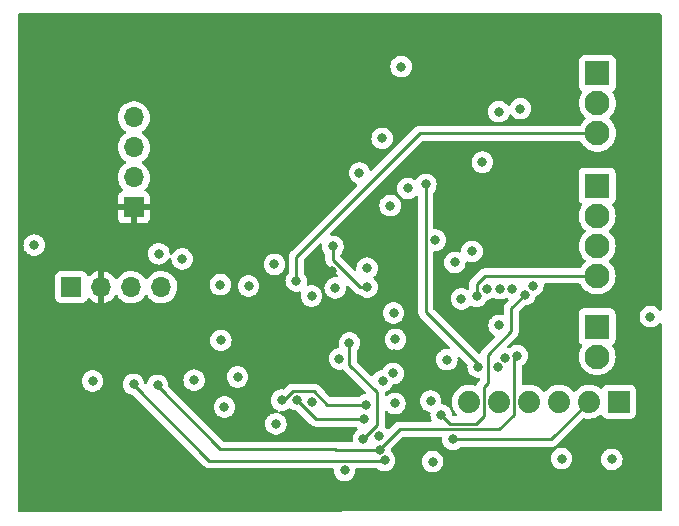
<source format=gbr>
%TF.GenerationSoftware,KiCad,Pcbnew,6.0.11-2627ca5db0~126~ubuntu22.04.1*%
%TF.CreationDate,2023-03-03T15:37:03-05:00*%
%TF.ProjectId,lin-fan-control,6c696e2d-6661-46e2-9d63-6f6e74726f6c,1.0*%
%TF.SameCoordinates,Original*%
%TF.FileFunction,Copper,L2,Inr*%
%TF.FilePolarity,Positive*%
%FSLAX46Y46*%
G04 Gerber Fmt 4.6, Leading zero omitted, Abs format (unit mm)*
G04 Created by KiCad (PCBNEW 6.0.11-2627ca5db0~126~ubuntu22.04.1) date 2023-03-03 15:37:03*
%MOMM*%
%LPD*%
G01*
G04 APERTURE LIST*
%TA.AperFunction,ComponentPad*%
%ADD10O,1.700000X1.700000*%
%TD*%
%TA.AperFunction,ComponentPad*%
%ADD11R,1.700000X1.700000*%
%TD*%
%TA.AperFunction,ComponentPad*%
%ADD12R,1.879600X1.879600*%
%TD*%
%TA.AperFunction,ComponentPad*%
%ADD13C,1.879600*%
%TD*%
%TA.AperFunction,ComponentPad*%
%ADD14R,2.100000X2.100000*%
%TD*%
%TA.AperFunction,ComponentPad*%
%ADD15C,2.100000*%
%TD*%
%TA.AperFunction,ViaPad*%
%ADD16C,0.800000*%
%TD*%
%TA.AperFunction,Conductor*%
%ADD17C,0.250000*%
%TD*%
G04 APERTURE END LIST*
D10*
%TO.N,unconnected-(U3-Pad4)*%
%TO.C,U3*%
X185450000Y-67730000D03*
%TO.N,+12V*%
X185450000Y-70270000D03*
%TO.N,GND*%
X185450000Y-72810000D03*
D11*
%TO.N,+5V*%
X185450000Y-75350000D03*
%TD*%
D12*
%TO.N,unconnected-(J1-Pad1)*%
%TO.C,J1*%
X226520000Y-91800000D03*
D13*
%TO.N,UPDI*%
X223980000Y-91800000D03*
%TO.N,Net-(R6-Pad2)*%
X221440000Y-91800000D03*
%TO.N,Net-(JP1-Pad1)*%
X218900000Y-91800000D03*
%TO.N,unconnected-(J1-Pad5)*%
X216360000Y-91800000D03*
%TO.N,GND*%
X213820000Y-91800000D03*
%TD*%
D11*
%TO.N,GND*%
%TO.C,J2*%
X180150000Y-82100000D03*
D10*
%TO.N,+5V*%
X182690000Y-82100000D03*
%TO.N,SDA5V*%
X185230000Y-82100000D03*
%TO.N,SCL5V*%
X187770000Y-82100000D03*
%TD*%
D14*
%TO.N,Net-(J5-Pad1)*%
%TO.C,J5*%
X224675000Y-85450000D03*
D15*
%TO.N,Net-(J5-Pad2)*%
X224675000Y-87990000D03*
%TD*%
D14*
%TO.N,/Fan Control/FAN+*%
%TO.C,J4*%
X224675000Y-73535000D03*
D15*
%TO.N,/Fan Control/FAN-*%
X224675000Y-76075000D03*
%TO.N,Net-(J4-Pad3)*%
X224675000Y-78615000D03*
%TO.N,PWM*%
X224675000Y-81155000D03*
%TD*%
D14*
%TO.N,+BATT*%
%TO.C,J3*%
X224700000Y-64000000D03*
D15*
%TO.N,GND*%
X224700000Y-66540000D03*
%TO.N,LIN*%
X224700000Y-69080000D03*
%TD*%
D16*
%TO.N,+3V3*%
X193110000Y-92250000D03*
%TO.N,GND*%
X192820000Y-86600000D03*
%TO.N,+3V3*%
X192770000Y-81900000D03*
%TO.N,GND*%
X195160000Y-82000000D03*
%TO.N,+5V*%
X193410000Y-78680000D03*
%TO.N,GND*%
X189540000Y-79710000D03*
X187560000Y-79280000D03*
X177010000Y-78540000D03*
%TO.N,+5V*%
X181580000Y-76810000D03*
X206410000Y-64370000D03*
%TO.N,GND*%
X208080000Y-63430000D03*
%TO.N,+3V3*%
X225910000Y-96680000D03*
%TO.N,Net-(JP1-Pad1)*%
X221660000Y-96620000D03*
%TO.N,UPDI*%
X212460000Y-94990000D03*
%TO.N,SDA*%
X185425000Y-90325000D03*
%TO.N,GND*%
X210575000Y-91750000D03*
X210975000Y-78125000D03*
X207550000Y-91950000D03*
X202500000Y-82175000D03*
X213187872Y-83098030D03*
X200500000Y-82850000D03*
X216375000Y-85350000D03*
X207600000Y-86525000D03*
X206500000Y-90050000D03*
%TO.N,+5V*%
X202250000Y-80775000D03*
X197650000Y-78800000D03*
X207500000Y-87750000D03*
%TO.N,LIN*%
X199200000Y-81575000D03*
%TO.N,TXD*%
X203290000Y-97620000D03*
X200550000Y-91800000D03*
%TO.N,~{LIN_SLP}*%
X197950000Y-91675000D03*
X205075000Y-92075000D03*
%TO.N,~{LIN_WAKE}*%
X204925000Y-93300000D03*
X199225000Y-91625000D03*
%TO.N,+12V*%
X218175000Y-67000000D03*
X216350000Y-67250000D03*
%TO.N,SDA*%
X216911613Y-88128423D03*
X206675000Y-96775000D03*
%TO.N,SCL*%
X217900000Y-87900000D03*
X206290576Y-95852382D03*
X187450000Y-90425000D03*
%TO.N,+3V3*%
X194225000Y-89700000D03*
X197475000Y-93675000D03*
X204550000Y-72450000D03*
X208650000Y-73750000D03*
X229175000Y-84600000D03*
X210750000Y-96875000D03*
X202850000Y-88175000D03*
X217450201Y-82225201D03*
X207433773Y-84285862D03*
X181950000Y-90050000D03*
X190550000Y-89975000D03*
%TO.N,Net-(R5-Pad1)*%
X204875000Y-94975000D03*
X203700000Y-86825000D03*
%TO.N,PWMFAN-*%
X212625000Y-80000000D03*
%TO.N,Net-(C14-Pad1)*%
X197350000Y-80175000D03*
%TO.N,FANPWM+*%
X214950000Y-71525000D03*
%TO.N,TACHa*%
X207150000Y-75200000D03*
%TO.N,Net-(D5-Pad2)*%
X205200000Y-80500000D03*
%TO.N,Net-(J4-Pad3)*%
X206475000Y-69500000D03*
%TO.N,PWM*%
X214475000Y-82875000D03*
%TO.N,Net-(J5-Pad1)*%
X216450000Y-82225000D03*
%TO.N,Net-(J5-Pad2)*%
X215351702Y-82256133D03*
%TO.N,Net-(Q3-Pad1)*%
X214075000Y-79075000D03*
X219225000Y-81975000D03*
%TO.N,Net-(R24-Pad1)*%
X211950000Y-88250000D03*
%TO.N,Net-(R26-Pad1)*%
X207400000Y-89400000D03*
%TO.N,~{TCRIT}*%
X211475000Y-92925000D03*
X218550000Y-82750000D03*
%TO.N,~{ALERT}*%
X206187299Y-94687299D03*
%TO.N,TACH*%
X214600000Y-88850000D03*
X216275000Y-88900000D03*
X210175000Y-73400000D03*
%TO.N,Net-(U10-Pad2)*%
X205200000Y-82100000D03*
X202300000Y-78650000D03*
%TD*%
D17*
%TO.N,UPDI*%
X223980000Y-91800000D02*
X220790000Y-94990000D01*
X220790000Y-94990000D02*
X212460000Y-94990000D01*
%TO.N,SCL*%
X217900000Y-87900000D02*
X217636613Y-88163387D01*
X216395000Y-94125000D02*
X207975000Y-94125000D01*
X217636613Y-88163387D02*
X217636613Y-91264289D01*
X217636613Y-91264289D02*
X217624800Y-91276102D01*
X217624800Y-91276102D02*
X217624800Y-92895200D01*
X217624800Y-92895200D02*
X216395000Y-94125000D01*
X206290576Y-95809424D02*
X206290576Y-95852382D01*
X207975000Y-94125000D02*
X206290576Y-95809424D01*
%TO.N,SDA*%
X206675000Y-96775000D02*
X206650000Y-96800000D01*
X206650000Y-96800000D02*
X191840000Y-96800000D01*
X191840000Y-96800000D02*
X185425000Y-90385000D01*
X185425000Y-90385000D02*
X185425000Y-90325000D01*
%TO.N,SCL*%
X206290576Y-95852382D02*
X202527382Y-95852382D01*
X192765000Y-95825000D02*
X187450000Y-90510000D01*
X202527382Y-95852382D02*
X202500000Y-95825000D01*
X202500000Y-95825000D02*
X192765000Y-95825000D01*
X187450000Y-90510000D02*
X187450000Y-90425000D01*
%TO.N,LIN*%
X209645000Y-69080000D02*
X224700000Y-69080000D01*
X199200000Y-79525000D02*
X209645000Y-69080000D01*
X199200000Y-81575000D02*
X199200000Y-79525000D01*
%TO.N,~{LIN_SLP}*%
X200675305Y-90900000D02*
X201825305Y-92050000D01*
X205050000Y-92050000D02*
X205075000Y-92075000D01*
X201825305Y-92050000D02*
X205050000Y-92050000D01*
X198924695Y-90900000D02*
X200675305Y-90900000D01*
X197950000Y-91675000D02*
X198149695Y-91675000D01*
X198149695Y-91675000D02*
X198924695Y-90900000D01*
%TO.N,~{LIN_WAKE}*%
X200875000Y-93275000D02*
X204900000Y-93275000D01*
X199225000Y-91625000D02*
X200875000Y-93275000D01*
X204900000Y-93275000D02*
X204925000Y-93300000D01*
%TO.N,Net-(R5-Pad1)*%
X203700000Y-88675000D02*
X203700000Y-86825000D01*
X206050000Y-91025000D02*
X203700000Y-88675000D01*
X204875000Y-94975000D02*
X206050000Y-93800000D01*
X206050000Y-93800000D02*
X206050000Y-91025000D01*
%TO.N,PWM*%
X215195000Y-81155000D02*
X224675000Y-81155000D01*
X214475000Y-82875000D02*
X214475000Y-81875000D01*
X214475000Y-81875000D02*
X215195000Y-81155000D01*
%TO.N,~{TCRIT}*%
X218550000Y-82750000D02*
X217400000Y-83900000D01*
X215084800Y-93040200D02*
X214450000Y-93675000D01*
X217400000Y-83900000D02*
X217400000Y-85850000D01*
X215400000Y-88575000D02*
X215425000Y-88600000D01*
X217400000Y-85850000D02*
X215400000Y-87850000D01*
X214450000Y-93675000D02*
X212225000Y-93675000D01*
X215400000Y-87850000D02*
X215400000Y-88575000D01*
X215425000Y-88600000D02*
X215425000Y-90225000D01*
X215425000Y-90225000D02*
X215084800Y-90565200D01*
X212225000Y-93675000D02*
X211475000Y-92925000D01*
X215084800Y-90565200D02*
X215084800Y-93040200D01*
%TO.N,TACH*%
X214600000Y-88850000D02*
X214600000Y-88650000D01*
X214600000Y-88650000D02*
X210325000Y-84375000D01*
X210325000Y-84375000D02*
X210175000Y-84225000D01*
X210175000Y-84225000D02*
X210175000Y-73400000D01*
%TO.N,Net-(U10-Pad2)*%
X204610148Y-82100000D02*
X205200000Y-82100000D01*
X202300000Y-79789852D02*
X204610148Y-82100000D01*
X202300000Y-78650000D02*
X202300000Y-79789852D01*
%TD*%
%TA.AperFunction,Conductor*%
%TO.N,+5V*%
G36*
X230065621Y-58948502D02*
G01*
X230112114Y-59002158D01*
X230123500Y-59054500D01*
X230123500Y-83967444D01*
X230103498Y-84035565D01*
X230049842Y-84082058D01*
X229979568Y-84092162D01*
X229914988Y-84062668D01*
X229903869Y-84051760D01*
X229786253Y-83921134D01*
X229631752Y-83808882D01*
X229625724Y-83806198D01*
X229625722Y-83806197D01*
X229463319Y-83733891D01*
X229463318Y-83733891D01*
X229457288Y-83731206D01*
X229363888Y-83711353D01*
X229276944Y-83692872D01*
X229276939Y-83692872D01*
X229270487Y-83691500D01*
X229079513Y-83691500D01*
X229073061Y-83692872D01*
X229073056Y-83692872D01*
X228986112Y-83711353D01*
X228892712Y-83731206D01*
X228886682Y-83733891D01*
X228886681Y-83733891D01*
X228724278Y-83806197D01*
X228724276Y-83806198D01*
X228718248Y-83808882D01*
X228563747Y-83921134D01*
X228559329Y-83926041D01*
X228559325Y-83926045D01*
X228488092Y-84005158D01*
X228435960Y-84063056D01*
X228340473Y-84228444D01*
X228281458Y-84410072D01*
X228280768Y-84416633D01*
X228280768Y-84416635D01*
X228273891Y-84482068D01*
X228261496Y-84600000D01*
X228262186Y-84606565D01*
X228271384Y-84694075D01*
X228281458Y-84789928D01*
X228340473Y-84971556D01*
X228435960Y-85136944D01*
X228440378Y-85141851D01*
X228440379Y-85141852D01*
X228462694Y-85166635D01*
X228563747Y-85278866D01*
X228718248Y-85391118D01*
X228724276Y-85393802D01*
X228724278Y-85393803D01*
X228886681Y-85466109D01*
X228892712Y-85468794D01*
X228986112Y-85488647D01*
X229073056Y-85507128D01*
X229073061Y-85507128D01*
X229079513Y-85508500D01*
X229270487Y-85508500D01*
X229276939Y-85507128D01*
X229276944Y-85507128D01*
X229363888Y-85488647D01*
X229457288Y-85468794D01*
X229463319Y-85466109D01*
X229625722Y-85393803D01*
X229625724Y-85393802D01*
X229631752Y-85391118D01*
X229786253Y-85278866D01*
X229903865Y-85148244D01*
X229964310Y-85111006D01*
X230035294Y-85112358D01*
X230094278Y-85151872D01*
X230122536Y-85217002D01*
X230123500Y-85232556D01*
X230123500Y-100966071D01*
X230103498Y-101034192D01*
X230049842Y-101080685D01*
X229997614Y-101092071D01*
X175783994Y-101140950D01*
X175715855Y-101121009D01*
X175669314Y-101067396D01*
X175657880Y-101015096D01*
X175645159Y-90050000D01*
X181036496Y-90050000D01*
X181037186Y-90056565D01*
X181055021Y-90226252D01*
X181056458Y-90239928D01*
X181115473Y-90421556D01*
X181118776Y-90427278D01*
X181118777Y-90427279D01*
X181139215Y-90462679D01*
X181210960Y-90586944D01*
X181215378Y-90591851D01*
X181215379Y-90591852D01*
X181313278Y-90700580D01*
X181338747Y-90728866D01*
X181398977Y-90772626D01*
X181457965Y-90815483D01*
X181493248Y-90841118D01*
X181499276Y-90843802D01*
X181499278Y-90843803D01*
X181661677Y-90916107D01*
X181667712Y-90918794D01*
X181742939Y-90934784D01*
X181848056Y-90957128D01*
X181848061Y-90957128D01*
X181854513Y-90958500D01*
X182045487Y-90958500D01*
X182051939Y-90957128D01*
X182051944Y-90957128D01*
X182157061Y-90934784D01*
X182232288Y-90918794D01*
X182238323Y-90916107D01*
X182400722Y-90843803D01*
X182400724Y-90843802D01*
X182406752Y-90841118D01*
X182442036Y-90815483D01*
X182501023Y-90772626D01*
X182561253Y-90728866D01*
X182586722Y-90700580D01*
X182684621Y-90591852D01*
X182684622Y-90591851D01*
X182689040Y-90586944D01*
X182760785Y-90462679D01*
X182781223Y-90427279D01*
X182781224Y-90427278D01*
X182784527Y-90421556D01*
X182815900Y-90325000D01*
X184511496Y-90325000D01*
X184512186Y-90331565D01*
X184529682Y-90498026D01*
X184531458Y-90514928D01*
X184590473Y-90696556D01*
X184593776Y-90702278D01*
X184593777Y-90702279D01*
X184606292Y-90723955D01*
X184685960Y-90861944D01*
X184690378Y-90866851D01*
X184690379Y-90866852D01*
X184737148Y-90918794D01*
X184813747Y-91003866D01*
X184865546Y-91041500D01*
X184941021Y-91096336D01*
X184968248Y-91116118D01*
X184974276Y-91118802D01*
X184974278Y-91118803D01*
X185080687Y-91166179D01*
X185142712Y-91193794D01*
X185329513Y-91233500D01*
X185336116Y-91233500D01*
X185338094Y-91233708D01*
X185403751Y-91260721D01*
X185414019Y-91269923D01*
X188375219Y-94231124D01*
X191336348Y-97192253D01*
X191343888Y-97200539D01*
X191348000Y-97207018D01*
X191353777Y-97212443D01*
X191397651Y-97253643D01*
X191400493Y-97256398D01*
X191420230Y-97276135D01*
X191423427Y-97278615D01*
X191432447Y-97286318D01*
X191464679Y-97316586D01*
X191471625Y-97320405D01*
X191471628Y-97320407D01*
X191482434Y-97326348D01*
X191498953Y-97337199D01*
X191514959Y-97349614D01*
X191522228Y-97352759D01*
X191522232Y-97352762D01*
X191555537Y-97367174D01*
X191566187Y-97372391D01*
X191604940Y-97393695D01*
X191612615Y-97395666D01*
X191612616Y-97395666D01*
X191624562Y-97398733D01*
X191643267Y-97405137D01*
X191661855Y-97413181D01*
X191669678Y-97414420D01*
X191669688Y-97414423D01*
X191705524Y-97420099D01*
X191717144Y-97422505D01*
X191752289Y-97431528D01*
X191759970Y-97433500D01*
X191780224Y-97433500D01*
X191799934Y-97435051D01*
X191819943Y-97438220D01*
X191827835Y-97437474D01*
X191863961Y-97434059D01*
X191875819Y-97433500D01*
X202256160Y-97433500D01*
X202324281Y-97453502D01*
X202370774Y-97507158D01*
X202381470Y-97572669D01*
X202377186Y-97613432D01*
X202376496Y-97620000D01*
X202396458Y-97809928D01*
X202455473Y-97991556D01*
X202550960Y-98156944D01*
X202678747Y-98298866D01*
X202833248Y-98411118D01*
X202839276Y-98413802D01*
X202839278Y-98413803D01*
X203001681Y-98486109D01*
X203007712Y-98488794D01*
X203101113Y-98508647D01*
X203188056Y-98527128D01*
X203188061Y-98527128D01*
X203194513Y-98528500D01*
X203385487Y-98528500D01*
X203391939Y-98527128D01*
X203391944Y-98527128D01*
X203478887Y-98508647D01*
X203572288Y-98488794D01*
X203578319Y-98486109D01*
X203740722Y-98413803D01*
X203740724Y-98413802D01*
X203746752Y-98411118D01*
X203901253Y-98298866D01*
X204029040Y-98156944D01*
X204124527Y-97991556D01*
X204183542Y-97809928D01*
X204203504Y-97620000D01*
X204202814Y-97613432D01*
X204198530Y-97572669D01*
X204211303Y-97502831D01*
X204259805Y-97450985D01*
X204323840Y-97433500D01*
X205994776Y-97433500D01*
X206062897Y-97453502D01*
X206068834Y-97457562D01*
X206082151Y-97467237D01*
X206201385Y-97553866D01*
X206218248Y-97566118D01*
X206224276Y-97568802D01*
X206224278Y-97568803D01*
X206386681Y-97641109D01*
X206392712Y-97643794D01*
X206479479Y-97662237D01*
X206573056Y-97682128D01*
X206573061Y-97682128D01*
X206579513Y-97683500D01*
X206770487Y-97683500D01*
X206776939Y-97682128D01*
X206776944Y-97682128D01*
X206870521Y-97662237D01*
X206957288Y-97643794D01*
X206963319Y-97641109D01*
X207125722Y-97568803D01*
X207125724Y-97568802D01*
X207131752Y-97566118D01*
X207148616Y-97553866D01*
X207218859Y-97502831D01*
X207286253Y-97453866D01*
X207300341Y-97438220D01*
X207409621Y-97316852D01*
X207409622Y-97316851D01*
X207414040Y-97311944D01*
X207500696Y-97161852D01*
X207506223Y-97152279D01*
X207506224Y-97152278D01*
X207509527Y-97146556D01*
X207568542Y-96964928D01*
X207577994Y-96875000D01*
X209836496Y-96875000D01*
X209837186Y-96881565D01*
X209855053Y-97051556D01*
X209856458Y-97064928D01*
X209915473Y-97246556D01*
X209918776Y-97252278D01*
X209918777Y-97252279D01*
X209932550Y-97276135D01*
X210010960Y-97411944D01*
X210015378Y-97416851D01*
X210015379Y-97416852D01*
X210134180Y-97548794D01*
X210138747Y-97553866D01*
X210293248Y-97666118D01*
X210299276Y-97668802D01*
X210299278Y-97668803D01*
X210461681Y-97741109D01*
X210467712Y-97743794D01*
X210561113Y-97763647D01*
X210648056Y-97782128D01*
X210648061Y-97782128D01*
X210654513Y-97783500D01*
X210845487Y-97783500D01*
X210851939Y-97782128D01*
X210851944Y-97782128D01*
X210938888Y-97763647D01*
X211032288Y-97743794D01*
X211038319Y-97741109D01*
X211200722Y-97668803D01*
X211200724Y-97668802D01*
X211206752Y-97666118D01*
X211361253Y-97553866D01*
X211365820Y-97548794D01*
X211484621Y-97416852D01*
X211484622Y-97416851D01*
X211489040Y-97411944D01*
X211567450Y-97276135D01*
X211581223Y-97252279D01*
X211581224Y-97252278D01*
X211584527Y-97246556D01*
X211643542Y-97064928D01*
X211644948Y-97051556D01*
X211662814Y-96881565D01*
X211663504Y-96875000D01*
X211643542Y-96685072D01*
X211622399Y-96620000D01*
X220746496Y-96620000D01*
X220766458Y-96809928D01*
X220825473Y-96991556D01*
X220920960Y-97156944D01*
X220925378Y-97161851D01*
X220925379Y-97161852D01*
X221044325Y-97293955D01*
X221048747Y-97298866D01*
X221122928Y-97352762D01*
X221196515Y-97406226D01*
X221203248Y-97411118D01*
X221209276Y-97413802D01*
X221209278Y-97413803D01*
X221344041Y-97473803D01*
X221377712Y-97488794D01*
X221471112Y-97508647D01*
X221558056Y-97527128D01*
X221558061Y-97527128D01*
X221564513Y-97528500D01*
X221755487Y-97528500D01*
X221761939Y-97527128D01*
X221761944Y-97527128D01*
X221848888Y-97508647D01*
X221942288Y-97488794D01*
X221975959Y-97473803D01*
X222110722Y-97413803D01*
X222110724Y-97413802D01*
X222116752Y-97411118D01*
X222123486Y-97406226D01*
X222197072Y-97352762D01*
X222271253Y-97298866D01*
X222275675Y-97293955D01*
X222394621Y-97161852D01*
X222394622Y-97161851D01*
X222399040Y-97156944D01*
X222494527Y-96991556D01*
X222553542Y-96809928D01*
X222567198Y-96680000D01*
X224996496Y-96680000D01*
X225016458Y-96869928D01*
X225075473Y-97051556D01*
X225170960Y-97216944D01*
X225175378Y-97221851D01*
X225175379Y-97221852D01*
X225221731Y-97273331D01*
X225298747Y-97358866D01*
X225371802Y-97411944D01*
X225434593Y-97457564D01*
X225453248Y-97471118D01*
X225459276Y-97473802D01*
X225459278Y-97473803D01*
X225621681Y-97546109D01*
X225627712Y-97548794D01*
X225709215Y-97566118D01*
X225808056Y-97587128D01*
X225808061Y-97587128D01*
X225814513Y-97588500D01*
X226005487Y-97588500D01*
X226011939Y-97587128D01*
X226011944Y-97587128D01*
X226110785Y-97566118D01*
X226192288Y-97548794D01*
X226198319Y-97546109D01*
X226360722Y-97473803D01*
X226360724Y-97473802D01*
X226366752Y-97471118D01*
X226385408Y-97457564D01*
X226448198Y-97411944D01*
X226521253Y-97358866D01*
X226598269Y-97273331D01*
X226644621Y-97221852D01*
X226644622Y-97221851D01*
X226649040Y-97216944D01*
X226744527Y-97051556D01*
X226803542Y-96869928D01*
X226823504Y-96680000D01*
X226805608Y-96509729D01*
X226804232Y-96496635D01*
X226804232Y-96496633D01*
X226803542Y-96490072D01*
X226744527Y-96308444D01*
X226649040Y-96143056D01*
X226579778Y-96066132D01*
X226525675Y-96006045D01*
X226525674Y-96006044D01*
X226521253Y-96001134D01*
X226366752Y-95888882D01*
X226360724Y-95886198D01*
X226360722Y-95886197D01*
X226198319Y-95813891D01*
X226198318Y-95813891D01*
X226192288Y-95811206D01*
X226098888Y-95791353D01*
X226011944Y-95772872D01*
X226011939Y-95772872D01*
X226005487Y-95771500D01*
X225814513Y-95771500D01*
X225808061Y-95772872D01*
X225808056Y-95772872D01*
X225721112Y-95791353D01*
X225627712Y-95811206D01*
X225621682Y-95813891D01*
X225621681Y-95813891D01*
X225459278Y-95886197D01*
X225459276Y-95886198D01*
X225453248Y-95888882D01*
X225298747Y-96001134D01*
X225294326Y-96006044D01*
X225294325Y-96006045D01*
X225240223Y-96066132D01*
X225170960Y-96143056D01*
X225075473Y-96308444D01*
X225016458Y-96490072D01*
X225015768Y-96496633D01*
X225015768Y-96496635D01*
X225014392Y-96509729D01*
X224996496Y-96680000D01*
X222567198Y-96680000D01*
X222573504Y-96620000D01*
X222553542Y-96430072D01*
X222494527Y-96248444D01*
X222488530Y-96238056D01*
X222457314Y-96183990D01*
X222399040Y-96083056D01*
X222271253Y-95941134D01*
X222116752Y-95828882D01*
X222110724Y-95826198D01*
X222110722Y-95826197D01*
X221948319Y-95753891D01*
X221948318Y-95753891D01*
X221942288Y-95751206D01*
X221848887Y-95731353D01*
X221761944Y-95712872D01*
X221761939Y-95712872D01*
X221755487Y-95711500D01*
X221564513Y-95711500D01*
X221558061Y-95712872D01*
X221558056Y-95712872D01*
X221471113Y-95731353D01*
X221377712Y-95751206D01*
X221371682Y-95753891D01*
X221371681Y-95753891D01*
X221209278Y-95826197D01*
X221209276Y-95826198D01*
X221203248Y-95828882D01*
X221048747Y-95941134D01*
X220920960Y-96083056D01*
X220862686Y-96183990D01*
X220831471Y-96238056D01*
X220825473Y-96248444D01*
X220766458Y-96430072D01*
X220746496Y-96620000D01*
X211622399Y-96620000D01*
X211584527Y-96503444D01*
X211489040Y-96338056D01*
X211361253Y-96196134D01*
X211230375Y-96101045D01*
X211212094Y-96087763D01*
X211212093Y-96087762D01*
X211206752Y-96083882D01*
X211200724Y-96081198D01*
X211200722Y-96081197D01*
X211038319Y-96008891D01*
X211038318Y-96008891D01*
X211032288Y-96006206D01*
X210938888Y-95986353D01*
X210851944Y-95967872D01*
X210851939Y-95967872D01*
X210845487Y-95966500D01*
X210654513Y-95966500D01*
X210648061Y-95967872D01*
X210648056Y-95967872D01*
X210561113Y-95986353D01*
X210467712Y-96006206D01*
X210461682Y-96008891D01*
X210461681Y-96008891D01*
X210299278Y-96081197D01*
X210299276Y-96081198D01*
X210293248Y-96083882D01*
X210287907Y-96087762D01*
X210287906Y-96087763D01*
X210269625Y-96101045D01*
X210138747Y-96196134D01*
X210010960Y-96338056D01*
X209915473Y-96503444D01*
X209856458Y-96685072D01*
X209836496Y-96875000D01*
X207577994Y-96875000D01*
X207588504Y-96775000D01*
X207578519Y-96680000D01*
X207569232Y-96591635D01*
X207569232Y-96591633D01*
X207568542Y-96585072D01*
X207509527Y-96403444D01*
X207414040Y-96238056D01*
X207286253Y-96096134D01*
X207280912Y-96092254D01*
X207280907Y-96092249D01*
X207244960Y-96066132D01*
X207201607Y-96009910D01*
X207193712Y-95951026D01*
X207203390Y-95858947D01*
X207204080Y-95852382D01*
X207203390Y-95845816D01*
X207203390Y-95844704D01*
X207223392Y-95776583D01*
X207240295Y-95755609D01*
X208200499Y-94795405D01*
X208262811Y-94761379D01*
X208289594Y-94758500D01*
X211430890Y-94758500D01*
X211499011Y-94778502D01*
X211545504Y-94832158D01*
X211556200Y-94897670D01*
X211546496Y-94990000D01*
X211566458Y-95179928D01*
X211625473Y-95361556D01*
X211720960Y-95526944D01*
X211725378Y-95531851D01*
X211725379Y-95531852D01*
X211807452Y-95623003D01*
X211848747Y-95668866D01*
X212003248Y-95781118D01*
X212009276Y-95783802D01*
X212009278Y-95783803D01*
X212110528Y-95828882D01*
X212177712Y-95858794D01*
X212271112Y-95878647D01*
X212358056Y-95897128D01*
X212358061Y-95897128D01*
X212364513Y-95898500D01*
X212555487Y-95898500D01*
X212561939Y-95897128D01*
X212561944Y-95897128D01*
X212648887Y-95878647D01*
X212742288Y-95858794D01*
X212809472Y-95828882D01*
X212910722Y-95783803D01*
X212910724Y-95783802D01*
X212916752Y-95781118D01*
X213071253Y-95668866D01*
X213075668Y-95663963D01*
X213080580Y-95659540D01*
X213081705Y-95660789D01*
X213135014Y-95627949D01*
X213168200Y-95623500D01*
X220711233Y-95623500D01*
X220722416Y-95624027D01*
X220729909Y-95625702D01*
X220737835Y-95625453D01*
X220737836Y-95625453D01*
X220797986Y-95623562D01*
X220801945Y-95623500D01*
X220829856Y-95623500D01*
X220833791Y-95623003D01*
X220833856Y-95622995D01*
X220845693Y-95622062D01*
X220877951Y-95621048D01*
X220881970Y-95620922D01*
X220889889Y-95620673D01*
X220909343Y-95615021D01*
X220928700Y-95611013D01*
X220940930Y-95609468D01*
X220940931Y-95609468D01*
X220948797Y-95608474D01*
X220956168Y-95605555D01*
X220956170Y-95605555D01*
X220989912Y-95592196D01*
X221001142Y-95588351D01*
X221035983Y-95578229D01*
X221035984Y-95578229D01*
X221043593Y-95576018D01*
X221050412Y-95571985D01*
X221050417Y-95571983D01*
X221061028Y-95565707D01*
X221078776Y-95557012D01*
X221097617Y-95549552D01*
X221133387Y-95523564D01*
X221143307Y-95517048D01*
X221174535Y-95498580D01*
X221174538Y-95498578D01*
X221181362Y-95494542D01*
X221195683Y-95480221D01*
X221210717Y-95467380D01*
X221220694Y-95460131D01*
X221227107Y-95455472D01*
X221255298Y-95421395D01*
X221263288Y-95412616D01*
X223449203Y-93226701D01*
X223511515Y-93192675D01*
X223572474Y-93194766D01*
X223574552Y-93195560D01*
X223807928Y-93243041D01*
X223941284Y-93247931D01*
X224040760Y-93251579D01*
X224040764Y-93251579D01*
X224045924Y-93251768D01*
X224051044Y-93251112D01*
X224051046Y-93251112D01*
X224277023Y-93222164D01*
X224277024Y-93222164D01*
X224282151Y-93221507D01*
X224287101Y-93220022D01*
X224505316Y-93154554D01*
X224505317Y-93154553D01*
X224510262Y-93153070D01*
X224724133Y-93048295D01*
X224728336Y-93045297D01*
X224728341Y-93045294D01*
X224913810Y-92913000D01*
X224918020Y-92909997D01*
X224920601Y-92907425D01*
X224985135Y-92878913D01*
X225055278Y-92889886D01*
X225108355Y-92937039D01*
X225119502Y-92959610D01*
X225129585Y-92986505D01*
X225216939Y-93103061D01*
X225333495Y-93190415D01*
X225469884Y-93241545D01*
X225532066Y-93248300D01*
X227507934Y-93248300D01*
X227570116Y-93241545D01*
X227706505Y-93190415D01*
X227823061Y-93103061D01*
X227910415Y-92986505D01*
X227961545Y-92850116D01*
X227968300Y-92787934D01*
X227968300Y-90812066D01*
X227961545Y-90749884D01*
X227910415Y-90613495D01*
X227823061Y-90496939D01*
X227706505Y-90409585D01*
X227570116Y-90358455D01*
X227507934Y-90351700D01*
X225532066Y-90351700D01*
X225469884Y-90358455D01*
X225333495Y-90409585D01*
X225216939Y-90496939D01*
X225129585Y-90613495D01*
X225126433Y-90621903D01*
X225118218Y-90643816D01*
X225075576Y-90700580D01*
X225009014Y-90725280D01*
X224939666Y-90710072D01*
X224922144Y-90698468D01*
X224788278Y-90592747D01*
X224788273Y-90592744D01*
X224784224Y-90589546D01*
X224779708Y-90587053D01*
X224779705Y-90587051D01*
X224580250Y-90476946D01*
X224580246Y-90476944D01*
X224575726Y-90474449D01*
X224570857Y-90472725D01*
X224570853Y-90472723D01*
X224356105Y-90396676D01*
X224356101Y-90396675D01*
X224351230Y-90394950D01*
X224346140Y-90394043D01*
X224346135Y-90394042D01*
X224218814Y-90371364D01*
X224116764Y-90353186D01*
X224025355Y-90352069D01*
X223883795Y-90350339D01*
X223883793Y-90350339D01*
X223878625Y-90350276D01*
X223643209Y-90386300D01*
X223416838Y-90460289D01*
X223205590Y-90570258D01*
X223201457Y-90573361D01*
X223201454Y-90573363D01*
X223019375Y-90710072D01*
X223015140Y-90713252D01*
X223011568Y-90716990D01*
X222854640Y-90881206D01*
X222850602Y-90885431D01*
X222825938Y-90921587D01*
X222815186Y-90937349D01*
X222760274Y-90982351D01*
X222689749Y-90990522D01*
X222626002Y-90959267D01*
X222605306Y-90934784D01*
X222594217Y-90917642D01*
X222594212Y-90917636D01*
X222591406Y-90913298D01*
X222562197Y-90881197D01*
X222529411Y-90845166D01*
X222431124Y-90737150D01*
X222427073Y-90733951D01*
X222427069Y-90733947D01*
X222248278Y-90592747D01*
X222248273Y-90592744D01*
X222244224Y-90589546D01*
X222239708Y-90587053D01*
X222239705Y-90587051D01*
X222040250Y-90476946D01*
X222040246Y-90476944D01*
X222035726Y-90474449D01*
X222030857Y-90472725D01*
X222030853Y-90472723D01*
X221816105Y-90396676D01*
X221816101Y-90396675D01*
X221811230Y-90394950D01*
X221806140Y-90394043D01*
X221806135Y-90394042D01*
X221678814Y-90371364D01*
X221576764Y-90353186D01*
X221485355Y-90352069D01*
X221343795Y-90350339D01*
X221343793Y-90350339D01*
X221338625Y-90350276D01*
X221103209Y-90386300D01*
X220876838Y-90460289D01*
X220665590Y-90570258D01*
X220661457Y-90573361D01*
X220661454Y-90573363D01*
X220479375Y-90710072D01*
X220475140Y-90713252D01*
X220471568Y-90716990D01*
X220314640Y-90881206D01*
X220310602Y-90885431D01*
X220285938Y-90921587D01*
X220275186Y-90937349D01*
X220220274Y-90982351D01*
X220149749Y-90990522D01*
X220086002Y-90959267D01*
X220065306Y-90934784D01*
X220054217Y-90917642D01*
X220054212Y-90917636D01*
X220051406Y-90913298D01*
X220022197Y-90881197D01*
X219989411Y-90845166D01*
X219891124Y-90737150D01*
X219887073Y-90733951D01*
X219887069Y-90733947D01*
X219708278Y-90592747D01*
X219708273Y-90592744D01*
X219704224Y-90589546D01*
X219699708Y-90587053D01*
X219699705Y-90587051D01*
X219500250Y-90476946D01*
X219500246Y-90476944D01*
X219495726Y-90474449D01*
X219490857Y-90472725D01*
X219490853Y-90472723D01*
X219276105Y-90396676D01*
X219276101Y-90396675D01*
X219271230Y-90394950D01*
X219266140Y-90394043D01*
X219266135Y-90394042D01*
X219138814Y-90371364D01*
X219036764Y-90353186D01*
X218945355Y-90352069D01*
X218803795Y-90350339D01*
X218803793Y-90350339D01*
X218798625Y-90350276D01*
X218563209Y-90386300D01*
X218435257Y-90428121D01*
X218364294Y-90430272D01*
X218303433Y-90393716D01*
X218271996Y-90330059D01*
X218270113Y-90308356D01*
X218270113Y-88811518D01*
X218290115Y-88743397D01*
X218344863Y-88696412D01*
X218350717Y-88693806D01*
X218350725Y-88693801D01*
X218356752Y-88691118D01*
X218511253Y-88578866D01*
X218627735Y-88449500D01*
X218634621Y-88441852D01*
X218634622Y-88441851D01*
X218639040Y-88436944D01*
X218734527Y-88271556D01*
X218793542Y-88089928D01*
X218798613Y-88041686D01*
X218804045Y-87990000D01*
X223111681Y-87990000D01*
X223130928Y-88234557D01*
X223132082Y-88239364D01*
X223132083Y-88239370D01*
X223161141Y-88360405D01*
X223188195Y-88473092D01*
X223282073Y-88699732D01*
X223410248Y-88908896D01*
X223413463Y-88912660D01*
X223413465Y-88912663D01*
X223544738Y-89066362D01*
X223569567Y-89095433D01*
X223573323Y-89098641D01*
X223723938Y-89227279D01*
X223756104Y-89254752D01*
X223760327Y-89257340D01*
X223760330Y-89257342D01*
X223817297Y-89292251D01*
X223965268Y-89382927D01*
X224098360Y-89438056D01*
X224187335Y-89474911D01*
X224187337Y-89474912D01*
X224191908Y-89476805D01*
X224274563Y-89496649D01*
X224425630Y-89532917D01*
X224425636Y-89532918D01*
X224430443Y-89534072D01*
X224675000Y-89553319D01*
X224919557Y-89534072D01*
X224924364Y-89532918D01*
X224924370Y-89532917D01*
X225075437Y-89496649D01*
X225158092Y-89476805D01*
X225162663Y-89474912D01*
X225162665Y-89474911D01*
X225251640Y-89438056D01*
X225384732Y-89382927D01*
X225532703Y-89292251D01*
X225589670Y-89257342D01*
X225589673Y-89257340D01*
X225593896Y-89254752D01*
X225626063Y-89227279D01*
X225776677Y-89098641D01*
X225780433Y-89095433D01*
X225805262Y-89066362D01*
X225936535Y-88912663D01*
X225936537Y-88912660D01*
X225939752Y-88908896D01*
X226067927Y-88699732D01*
X226161805Y-88473092D01*
X226188859Y-88360405D01*
X226217917Y-88239370D01*
X226217918Y-88239364D01*
X226219072Y-88234557D01*
X226238319Y-87990000D01*
X226219072Y-87745443D01*
X226216899Y-87736389D01*
X226176292Y-87567251D01*
X226161805Y-87506908D01*
X226159377Y-87501045D01*
X226109169Y-87379834D01*
X226067927Y-87280268D01*
X225976595Y-87131226D01*
X225959168Y-87102788D01*
X225940630Y-87034255D01*
X225962087Y-86966578D01*
X225991035Y-86936128D01*
X226036199Y-86902279D01*
X226088261Y-86863261D01*
X226175615Y-86746705D01*
X226226745Y-86610316D01*
X226233500Y-86548134D01*
X226233500Y-84351866D01*
X226226745Y-84289684D01*
X226175615Y-84153295D01*
X226088261Y-84036739D01*
X225971705Y-83949385D01*
X225835316Y-83898255D01*
X225773134Y-83891500D01*
X223576866Y-83891500D01*
X223514684Y-83898255D01*
X223378295Y-83949385D01*
X223261739Y-84036739D01*
X223174385Y-84153295D01*
X223123255Y-84289684D01*
X223116500Y-84351866D01*
X223116500Y-86548134D01*
X223123255Y-86610316D01*
X223174385Y-86746705D01*
X223261739Y-86863261D01*
X223313801Y-86902279D01*
X223358965Y-86936128D01*
X223401479Y-86992988D01*
X223406504Y-87063806D01*
X223390832Y-87102788D01*
X223373405Y-87131226D01*
X223282073Y-87280268D01*
X223240831Y-87379834D01*
X223190624Y-87501045D01*
X223188195Y-87506908D01*
X223173708Y-87567251D01*
X223133102Y-87736389D01*
X223130928Y-87745443D01*
X223111681Y-87990000D01*
X218804045Y-87990000D01*
X218812814Y-87906565D01*
X218813504Y-87900000D01*
X218802754Y-87797721D01*
X218794232Y-87716635D01*
X218794232Y-87716633D01*
X218793542Y-87710072D01*
X218734527Y-87528444D01*
X218724872Y-87511720D01*
X218656792Y-87393803D01*
X218639040Y-87363056D01*
X218631190Y-87354337D01*
X218515675Y-87226045D01*
X218515674Y-87226044D01*
X218511253Y-87221134D01*
X218356752Y-87108882D01*
X218350724Y-87106198D01*
X218350722Y-87106197D01*
X218188319Y-87033891D01*
X218188318Y-87033891D01*
X218182288Y-87031206D01*
X218088888Y-87011353D01*
X218001944Y-86992872D01*
X218001939Y-86992872D01*
X217995487Y-86991500D01*
X217804513Y-86991500D01*
X217798061Y-86992872D01*
X217798056Y-86992872D01*
X217711112Y-87011353D01*
X217617712Y-87031206D01*
X217611682Y-87033891D01*
X217611681Y-87033891D01*
X217449278Y-87106197D01*
X217449276Y-87106198D01*
X217443248Y-87108882D01*
X217288747Y-87221134D01*
X217284503Y-87225847D01*
X217220587Y-87256523D01*
X217174076Y-87255415D01*
X217171621Y-87254893D01*
X217167185Y-87253950D01*
X217104714Y-87220218D01*
X217070397Y-87158066D01*
X217075129Y-87087227D01*
X217104295Y-87041610D01*
X217792253Y-86353652D01*
X217800539Y-86346112D01*
X217807018Y-86342000D01*
X217853644Y-86292348D01*
X217856398Y-86289507D01*
X217876135Y-86269770D01*
X217878615Y-86266573D01*
X217886320Y-86257551D01*
X217911159Y-86231100D01*
X217916586Y-86225321D01*
X217920405Y-86218375D01*
X217920407Y-86218372D01*
X217926348Y-86207566D01*
X217937199Y-86191047D01*
X217944758Y-86181301D01*
X217949614Y-86175041D01*
X217952759Y-86167772D01*
X217952762Y-86167768D01*
X217967174Y-86134463D01*
X217972391Y-86123813D01*
X217993695Y-86085060D01*
X217998733Y-86065437D01*
X218005137Y-86046734D01*
X218010033Y-86035420D01*
X218010033Y-86035419D01*
X218013181Y-86028145D01*
X218014420Y-86020322D01*
X218014423Y-86020312D01*
X218020099Y-85984476D01*
X218022505Y-85972856D01*
X218031528Y-85937711D01*
X218031528Y-85937710D01*
X218033500Y-85930030D01*
X218033500Y-85909776D01*
X218035051Y-85890065D01*
X218036980Y-85877886D01*
X218038220Y-85870057D01*
X218034059Y-85826038D01*
X218033500Y-85814181D01*
X218033500Y-84214594D01*
X218053502Y-84146473D01*
X218070405Y-84125499D01*
X218500499Y-83695405D01*
X218562811Y-83661379D01*
X218589594Y-83658500D01*
X218645487Y-83658500D01*
X218651939Y-83657128D01*
X218651944Y-83657128D01*
X218745521Y-83637237D01*
X218832288Y-83618794D01*
X218838319Y-83616109D01*
X219000722Y-83543803D01*
X219000724Y-83543802D01*
X219006752Y-83541118D01*
X219023616Y-83528866D01*
X219079697Y-83488120D01*
X219161253Y-83428866D01*
X219171876Y-83417068D01*
X219284621Y-83291852D01*
X219284622Y-83291851D01*
X219289040Y-83286944D01*
X219384527Y-83121556D01*
X219435035Y-82966109D01*
X219441502Y-82946207D01*
X219441502Y-82946205D01*
X219443542Y-82939928D01*
X219444232Y-82933365D01*
X219445322Y-82928236D01*
X219479051Y-82865763D01*
X219517319Y-82839328D01*
X219675722Y-82768803D01*
X219675724Y-82768802D01*
X219681752Y-82766118D01*
X219690370Y-82759857D01*
X219748075Y-82717931D01*
X219836253Y-82653866D01*
X219846073Y-82642960D01*
X219959621Y-82516852D01*
X219959622Y-82516851D01*
X219964040Y-82511944D01*
X220059527Y-82346556D01*
X220118542Y-82164928D01*
X220125013Y-82103365D01*
X220137814Y-81981565D01*
X220138504Y-81975000D01*
X220136116Y-81952279D01*
X220133530Y-81927669D01*
X220146303Y-81857831D01*
X220194805Y-81805985D01*
X220258840Y-81788500D01*
X223166454Y-81788500D01*
X223234575Y-81808502D01*
X223278721Y-81857297D01*
X223280177Y-81860154D01*
X223282073Y-81864732D01*
X223284662Y-81868956D01*
X223284662Y-81868957D01*
X223403426Y-82062763D01*
X223410248Y-82073896D01*
X223413463Y-82077660D01*
X223413465Y-82077663D01*
X223510181Y-82190902D01*
X223569567Y-82260433D01*
X223573323Y-82263641D01*
X223724809Y-82393023D01*
X223756104Y-82419752D01*
X223760327Y-82422340D01*
X223760330Y-82422342D01*
X223829515Y-82464738D01*
X223965268Y-82547927D01*
X224057949Y-82586317D01*
X224187335Y-82639911D01*
X224187337Y-82639912D01*
X224191908Y-82641805D01*
X224242146Y-82653866D01*
X224425630Y-82697917D01*
X224425636Y-82697918D01*
X224430443Y-82699072D01*
X224675000Y-82718319D01*
X224919557Y-82699072D01*
X224924364Y-82697918D01*
X224924370Y-82697917D01*
X225107854Y-82653866D01*
X225158092Y-82641805D01*
X225162663Y-82639912D01*
X225162665Y-82639911D01*
X225292051Y-82586317D01*
X225384732Y-82547927D01*
X225520485Y-82464738D01*
X225589670Y-82422342D01*
X225589673Y-82422340D01*
X225593896Y-82419752D01*
X225625192Y-82393023D01*
X225776677Y-82263641D01*
X225780433Y-82260433D01*
X225839819Y-82190902D01*
X225936535Y-82077663D01*
X225936537Y-82077660D01*
X225939752Y-82073896D01*
X225946575Y-82062763D01*
X226014278Y-81952279D01*
X226067927Y-81864732D01*
X226157860Y-81647616D01*
X226159911Y-81642665D01*
X226159912Y-81642663D01*
X226161805Y-81638092D01*
X226186620Y-81534729D01*
X226217917Y-81404370D01*
X226217918Y-81404364D01*
X226219072Y-81399557D01*
X226238319Y-81155000D01*
X226219072Y-80910443D01*
X226214832Y-80892779D01*
X226178601Y-80741869D01*
X226161805Y-80671908D01*
X226151248Y-80646420D01*
X226105901Y-80536944D01*
X226067927Y-80445268D01*
X225953739Y-80258929D01*
X225942342Y-80240330D01*
X225942340Y-80240327D01*
X225939752Y-80236104D01*
X225936256Y-80232010D01*
X225783641Y-80053323D01*
X225780433Y-80049567D01*
X225716875Y-79995283D01*
X225699931Y-79980811D01*
X225661122Y-79921360D01*
X225660616Y-79850365D01*
X225699931Y-79789189D01*
X225776677Y-79723641D01*
X225780433Y-79720433D01*
X225853632Y-79634729D01*
X225936535Y-79537663D01*
X225936537Y-79537660D01*
X225939752Y-79533896D01*
X225948224Y-79520072D01*
X225993274Y-79446556D01*
X226067927Y-79324732D01*
X226142831Y-79143900D01*
X226159911Y-79102665D01*
X226159912Y-79102663D01*
X226161805Y-79098092D01*
X226203898Y-78922763D01*
X226217917Y-78864370D01*
X226217918Y-78864364D01*
X226219072Y-78859557D01*
X226238319Y-78615000D01*
X226219072Y-78370443D01*
X226214182Y-78350072D01*
X226170110Y-78166500D01*
X226161805Y-78131908D01*
X226067927Y-77905268D01*
X225974890Y-77753444D01*
X225942342Y-77700330D01*
X225942340Y-77700327D01*
X225939752Y-77696104D01*
X225885747Y-77632872D01*
X225783641Y-77513323D01*
X225780433Y-77509567D01*
X225699931Y-77440811D01*
X225661122Y-77381360D01*
X225660616Y-77310365D01*
X225699931Y-77249189D01*
X225776677Y-77183641D01*
X225780433Y-77180433D01*
X225939752Y-76993896D01*
X226067927Y-76784732D01*
X226161805Y-76558092D01*
X226181649Y-76475437D01*
X226217917Y-76324370D01*
X226217918Y-76324364D01*
X226219072Y-76319557D01*
X226238319Y-76075000D01*
X226219072Y-75830443D01*
X226161805Y-75591908D01*
X226155746Y-75577279D01*
X226080742Y-75396206D01*
X226067927Y-75365268D01*
X225959168Y-75187788D01*
X225940630Y-75119255D01*
X225962087Y-75051578D01*
X225991035Y-75021128D01*
X226005787Y-75010072D01*
X226088261Y-74948261D01*
X226175615Y-74831705D01*
X226226745Y-74695316D01*
X226233500Y-74633134D01*
X226233500Y-72436866D01*
X226226745Y-72374684D01*
X226175615Y-72238295D01*
X226088261Y-72121739D01*
X225971705Y-72034385D01*
X225835316Y-71983255D01*
X225773134Y-71976500D01*
X223576866Y-71976500D01*
X223514684Y-71983255D01*
X223378295Y-72034385D01*
X223261739Y-72121739D01*
X223174385Y-72238295D01*
X223123255Y-72374684D01*
X223116500Y-72436866D01*
X223116500Y-74633134D01*
X223123255Y-74695316D01*
X223174385Y-74831705D01*
X223261739Y-74948261D01*
X223344213Y-75010072D01*
X223358965Y-75021128D01*
X223401479Y-75077988D01*
X223406504Y-75148806D01*
X223390832Y-75187788D01*
X223282073Y-75365268D01*
X223269258Y-75396206D01*
X223194255Y-75577279D01*
X223188195Y-75591908D01*
X223130928Y-75830443D01*
X223111681Y-76075000D01*
X223130928Y-76319557D01*
X223132082Y-76324364D01*
X223132083Y-76324370D01*
X223168351Y-76475437D01*
X223188195Y-76558092D01*
X223282073Y-76784732D01*
X223410248Y-76993896D01*
X223569567Y-77180433D01*
X223573323Y-77183641D01*
X223650069Y-77249189D01*
X223688878Y-77308640D01*
X223689384Y-77379635D01*
X223650069Y-77440811D01*
X223569567Y-77509567D01*
X223566359Y-77513323D01*
X223464254Y-77632872D01*
X223410248Y-77696104D01*
X223407660Y-77700327D01*
X223407658Y-77700330D01*
X223375110Y-77753444D01*
X223282073Y-77905268D01*
X223188195Y-78131908D01*
X223179890Y-78166500D01*
X223135819Y-78350072D01*
X223130928Y-78370443D01*
X223111681Y-78615000D01*
X223130928Y-78859557D01*
X223132082Y-78864364D01*
X223132083Y-78864370D01*
X223146102Y-78922763D01*
X223188195Y-79098092D01*
X223190088Y-79102663D01*
X223190089Y-79102665D01*
X223207169Y-79143900D01*
X223282073Y-79324732D01*
X223356726Y-79446556D01*
X223401777Y-79520072D01*
X223410248Y-79533896D01*
X223413463Y-79537660D01*
X223413465Y-79537663D01*
X223496368Y-79634729D01*
X223569567Y-79720433D01*
X223573323Y-79723641D01*
X223650069Y-79789189D01*
X223688878Y-79848640D01*
X223689384Y-79919635D01*
X223650069Y-79980811D01*
X223633125Y-79995283D01*
X223569567Y-80049567D01*
X223566359Y-80053323D01*
X223413745Y-80232010D01*
X223410248Y-80236104D01*
X223407660Y-80240327D01*
X223407658Y-80240330D01*
X223360899Y-80316635D01*
X223282073Y-80445268D01*
X223280180Y-80449839D01*
X223278721Y-80452703D01*
X223229973Y-80504318D01*
X223166454Y-80521500D01*
X215273768Y-80521500D01*
X215262585Y-80520973D01*
X215255092Y-80519298D01*
X215247166Y-80519547D01*
X215247165Y-80519547D01*
X215187002Y-80521438D01*
X215183044Y-80521500D01*
X215155144Y-80521500D01*
X215151154Y-80522004D01*
X215139320Y-80522936D01*
X215095111Y-80524326D01*
X215087497Y-80526538D01*
X215087492Y-80526539D01*
X215075659Y-80529977D01*
X215056296Y-80533988D01*
X215036203Y-80536526D01*
X215028836Y-80539443D01*
X215028831Y-80539444D01*
X214995092Y-80552802D01*
X214983865Y-80556646D01*
X214941407Y-80568982D01*
X214934581Y-80573019D01*
X214923972Y-80579293D01*
X214906224Y-80587988D01*
X214887383Y-80595448D01*
X214880967Y-80600110D01*
X214880966Y-80600110D01*
X214851613Y-80621436D01*
X214841693Y-80627952D01*
X214810465Y-80646420D01*
X214810462Y-80646422D01*
X214803638Y-80650458D01*
X214789317Y-80664779D01*
X214774284Y-80677619D01*
X214757893Y-80689528D01*
X214739349Y-80711944D01*
X214729712Y-80723593D01*
X214721722Y-80732374D01*
X214082742Y-81371353D01*
X214074463Y-81378887D01*
X214067982Y-81383000D01*
X214032172Y-81421134D01*
X214021357Y-81432651D01*
X214018602Y-81435493D01*
X213998865Y-81455230D01*
X213996385Y-81458427D01*
X213988682Y-81467447D01*
X213958414Y-81499679D01*
X213954595Y-81506625D01*
X213954593Y-81506628D01*
X213948652Y-81517434D01*
X213937801Y-81533953D01*
X213925386Y-81549959D01*
X213922241Y-81557228D01*
X213922238Y-81557232D01*
X213907826Y-81590537D01*
X213902609Y-81601187D01*
X213881305Y-81639940D01*
X213879334Y-81647615D01*
X213879334Y-81647616D01*
X213876267Y-81659562D01*
X213869863Y-81678266D01*
X213861819Y-81696855D01*
X213860580Y-81704678D01*
X213860577Y-81704688D01*
X213854901Y-81740524D01*
X213852495Y-81752144D01*
X213841500Y-81794970D01*
X213841500Y-81815224D01*
X213839949Y-81834934D01*
X213836780Y-81854943D01*
X213837526Y-81862835D01*
X213840941Y-81898961D01*
X213841500Y-81910819D01*
X213841500Y-82172476D01*
X213821498Y-82240597D01*
X213809142Y-82256779D01*
X213790970Y-82276961D01*
X213730526Y-82314199D01*
X213659542Y-82312847D01*
X213644854Y-82306395D01*
X213644624Y-82306912D01*
X213476191Y-82231921D01*
X213476190Y-82231921D01*
X213470160Y-82229236D01*
X213376759Y-82209383D01*
X213289816Y-82190902D01*
X213289811Y-82190902D01*
X213283359Y-82189530D01*
X213092385Y-82189530D01*
X213085933Y-82190902D01*
X213085928Y-82190902D01*
X212998985Y-82209383D01*
X212905584Y-82229236D01*
X212899554Y-82231921D01*
X212899553Y-82231921D01*
X212737150Y-82304227D01*
X212737148Y-82304228D01*
X212731120Y-82306912D01*
X212725779Y-82310792D01*
X212725778Y-82310793D01*
X212721090Y-82314199D01*
X212576619Y-82419164D01*
X212572198Y-82424074D01*
X212572197Y-82424075D01*
X212470570Y-82536944D01*
X212448832Y-82561086D01*
X212422639Y-82606453D01*
X212357026Y-82720099D01*
X212353345Y-82726474D01*
X212294330Y-82908102D01*
X212293640Y-82914663D01*
X212293640Y-82914665D01*
X212278332Y-83060316D01*
X212274368Y-83098030D01*
X212275058Y-83104595D01*
X212289979Y-83246556D01*
X212294330Y-83287958D01*
X212353345Y-83469586D01*
X212356648Y-83475308D01*
X212356649Y-83475309D01*
X212384735Y-83523955D01*
X212448832Y-83634974D01*
X212453250Y-83639881D01*
X212453251Y-83639882D01*
X212571660Y-83771389D01*
X212576619Y-83776896D01*
X212731120Y-83889148D01*
X212737148Y-83891832D01*
X212737150Y-83891833D01*
X212866415Y-83949385D01*
X212905584Y-83966824D01*
X212998984Y-83986677D01*
X213085928Y-84005158D01*
X213085933Y-84005158D01*
X213092385Y-84006530D01*
X213283359Y-84006530D01*
X213289811Y-84005158D01*
X213289816Y-84005158D01*
X213376760Y-83986677D01*
X213470160Y-83966824D01*
X213509329Y-83949385D01*
X213638594Y-83891833D01*
X213638596Y-83891832D01*
X213644624Y-83889148D01*
X213799125Y-83776896D01*
X213824317Y-83748918D01*
X213853858Y-83716109D01*
X213871900Y-83696071D01*
X213932346Y-83658831D01*
X214003329Y-83660183D01*
X214018018Y-83666636D01*
X214018248Y-83666118D01*
X214164439Y-83731206D01*
X214192712Y-83743794D01*
X214286112Y-83763647D01*
X214373056Y-83782128D01*
X214373061Y-83782128D01*
X214379513Y-83783500D01*
X214570487Y-83783500D01*
X214576939Y-83782128D01*
X214576944Y-83782128D01*
X214663888Y-83763647D01*
X214757288Y-83743794D01*
X214779531Y-83733891D01*
X214925722Y-83668803D01*
X214925724Y-83668802D01*
X214931752Y-83666118D01*
X214966162Y-83641118D01*
X215013126Y-83606996D01*
X215086253Y-83553866D01*
X215095314Y-83543803D01*
X215209621Y-83416852D01*
X215209622Y-83416851D01*
X215214040Y-83411944D01*
X215283375Y-83291852D01*
X215306223Y-83252279D01*
X215306224Y-83252278D01*
X215309527Y-83246556D01*
X215311569Y-83240270D01*
X215311964Y-83239384D01*
X215357944Y-83185289D01*
X215427071Y-83164633D01*
X215447189Y-83164633D01*
X215453641Y-83163261D01*
X215453646Y-83163261D01*
X215557559Y-83141173D01*
X215633990Y-83124927D01*
X215640021Y-83122242D01*
X215802424Y-83049936D01*
X215802426Y-83049935D01*
X215808454Y-83047251D01*
X215817636Y-83040580D01*
X215848569Y-83018106D01*
X215915437Y-82994247D01*
X215985631Y-83010924D01*
X215987911Y-83012241D01*
X215993248Y-83016118D01*
X215999269Y-83018799D01*
X215999273Y-83018801D01*
X216144591Y-83083500D01*
X216167712Y-83093794D01*
X216240243Y-83109211D01*
X216348056Y-83132128D01*
X216348061Y-83132128D01*
X216354513Y-83133500D01*
X216545487Y-83133500D01*
X216551939Y-83132128D01*
X216551944Y-83132128D01*
X216659757Y-83109211D01*
X216732288Y-83093794D01*
X216758491Y-83082128D01*
X216898626Y-83019736D01*
X216968993Y-83010302D01*
X217001123Y-83019736D01*
X217092269Y-83060316D01*
X217098816Y-83063231D01*
X217152911Y-83109211D01*
X217173561Y-83177138D01*
X217154209Y-83245446D01*
X217136662Y-83267433D01*
X217007747Y-83396348D01*
X216999461Y-83403888D01*
X216992982Y-83408000D01*
X216987557Y-83413777D01*
X216946357Y-83457651D01*
X216943602Y-83460493D01*
X216923865Y-83480230D01*
X216921385Y-83483427D01*
X216913682Y-83492447D01*
X216883414Y-83524679D01*
X216879595Y-83531625D01*
X216879593Y-83531628D01*
X216873652Y-83542434D01*
X216862801Y-83558953D01*
X216850386Y-83574959D01*
X216847241Y-83582228D01*
X216847238Y-83582232D01*
X216832826Y-83615537D01*
X216827609Y-83626187D01*
X216806305Y-83664940D01*
X216804334Y-83672615D01*
X216804334Y-83672616D01*
X216801267Y-83684562D01*
X216794863Y-83703266D01*
X216786819Y-83721855D01*
X216785580Y-83729678D01*
X216785577Y-83729688D01*
X216779901Y-83765524D01*
X216777495Y-83777144D01*
X216770036Y-83806197D01*
X216766500Y-83819970D01*
X216766500Y-83840224D01*
X216764949Y-83859934D01*
X216761780Y-83879943D01*
X216762526Y-83887835D01*
X216765941Y-83923961D01*
X216766500Y-83935819D01*
X216766500Y-84348822D01*
X216746498Y-84416943D01*
X216692842Y-84463436D01*
X216622568Y-84473540D01*
X216614303Y-84472069D01*
X216476944Y-84442872D01*
X216476939Y-84442872D01*
X216470487Y-84441500D01*
X216279513Y-84441500D01*
X216273061Y-84442872D01*
X216273056Y-84442872D01*
X216186112Y-84461353D01*
X216092712Y-84481206D01*
X216086682Y-84483891D01*
X216086681Y-84483891D01*
X215924278Y-84556197D01*
X215924276Y-84556198D01*
X215918248Y-84558882D01*
X215912907Y-84562762D01*
X215912906Y-84562763D01*
X215898552Y-84573192D01*
X215763747Y-84671134D01*
X215759326Y-84676044D01*
X215759325Y-84676045D01*
X215656785Y-84789928D01*
X215635960Y-84813056D01*
X215540473Y-84978444D01*
X215481458Y-85160072D01*
X215480768Y-85166633D01*
X215480768Y-85166635D01*
X215469488Y-85273959D01*
X215461496Y-85350000D01*
X215462186Y-85356565D01*
X215478011Y-85507128D01*
X215481458Y-85539928D01*
X215540473Y-85721556D01*
X215543776Y-85727278D01*
X215543777Y-85727279D01*
X215549830Y-85737763D01*
X215635960Y-85886944D01*
X215640378Y-85891851D01*
X215640379Y-85891852D01*
X215732150Y-85993774D01*
X215763747Y-86028866D01*
X215830526Y-86077384D01*
X215894415Y-86123802D01*
X215918248Y-86141118D01*
X215924275Y-86143801D01*
X215924283Y-86143806D01*
X215954701Y-86157349D01*
X216008796Y-86203330D01*
X216029445Y-86271257D01*
X216010092Y-86339565D01*
X215992546Y-86361549D01*
X215007747Y-87346348D01*
X214999461Y-87353888D01*
X214992982Y-87358000D01*
X214987557Y-87363777D01*
X214946357Y-87407651D01*
X214943602Y-87410493D01*
X214923865Y-87430230D01*
X214921385Y-87433427D01*
X214913682Y-87442447D01*
X214883414Y-87474679D01*
X214879595Y-87481625D01*
X214879593Y-87481628D01*
X214873652Y-87492434D01*
X214862801Y-87508953D01*
X214850386Y-87524959D01*
X214847241Y-87532228D01*
X214847238Y-87532232D01*
X214832826Y-87565537D01*
X214827609Y-87576187D01*
X214806305Y-87614940D01*
X214804334Y-87622615D01*
X214804334Y-87622616D01*
X214801267Y-87634562D01*
X214794863Y-87653266D01*
X214786819Y-87671855D01*
X214785938Y-87677415D01*
X214748273Y-87736389D01*
X214683776Y-87766064D01*
X214613474Y-87756159D01*
X214576397Y-87730493D01*
X212783616Y-85937711D01*
X210845405Y-83999500D01*
X210811379Y-83937188D01*
X210808500Y-83910405D01*
X210808500Y-80000000D01*
X211711496Y-80000000D01*
X211712186Y-80006565D01*
X211729825Y-80174387D01*
X211731458Y-80189928D01*
X211790473Y-80371556D01*
X211793776Y-80377278D01*
X211793777Y-80377279D01*
X211800467Y-80388866D01*
X211885960Y-80536944D01*
X211890378Y-80541851D01*
X211890379Y-80541852D01*
X212009325Y-80673955D01*
X212013747Y-80678866D01*
X212098204Y-80740228D01*
X212138849Y-80769758D01*
X212168248Y-80791118D01*
X212174276Y-80793802D01*
X212174278Y-80793803D01*
X212334799Y-80865271D01*
X212342712Y-80868794D01*
X212427136Y-80886739D01*
X212523056Y-80907128D01*
X212523061Y-80907128D01*
X212529513Y-80908500D01*
X212720487Y-80908500D01*
X212726939Y-80907128D01*
X212726944Y-80907128D01*
X212822864Y-80886739D01*
X212907288Y-80868794D01*
X212915201Y-80865271D01*
X213075722Y-80793803D01*
X213075724Y-80793802D01*
X213081752Y-80791118D01*
X213111152Y-80769758D01*
X213151796Y-80740228D01*
X213236253Y-80678866D01*
X213240675Y-80673955D01*
X213359621Y-80541852D01*
X213359622Y-80541851D01*
X213364040Y-80536944D01*
X213449533Y-80388866D01*
X213456223Y-80377279D01*
X213456224Y-80377278D01*
X213459527Y-80371556D01*
X213518542Y-80189928D01*
X213520111Y-80175000D01*
X213537384Y-80010660D01*
X213564397Y-79945003D01*
X213622619Y-79904374D01*
X213693564Y-79901671D01*
X213713943Y-79908724D01*
X213758478Y-79928552D01*
X213792712Y-79943794D01*
X213863620Y-79958866D01*
X213973056Y-79982128D01*
X213973061Y-79982128D01*
X213979513Y-79983500D01*
X214170487Y-79983500D01*
X214176939Y-79982128D01*
X214176944Y-79982128D01*
X214286380Y-79958866D01*
X214357288Y-79943794D01*
X214364053Y-79940782D01*
X214525722Y-79868803D01*
X214525724Y-79868802D01*
X214531752Y-79866118D01*
X214686253Y-79753866D01*
X214794948Y-79633148D01*
X214809621Y-79616852D01*
X214809622Y-79616851D01*
X214814040Y-79611944D01*
X214892409Y-79476206D01*
X214906223Y-79452279D01*
X214906224Y-79452278D01*
X214909527Y-79446556D01*
X214968542Y-79264928D01*
X214973900Y-79213955D01*
X214987814Y-79081565D01*
X214988504Y-79075000D01*
X214979687Y-78991109D01*
X214969232Y-78891635D01*
X214969232Y-78891633D01*
X214968542Y-78885072D01*
X214909527Y-78703444D01*
X214814040Y-78538056D01*
X214723225Y-78437195D01*
X214690675Y-78401045D01*
X214690674Y-78401044D01*
X214686253Y-78396134D01*
X214531752Y-78283882D01*
X214525724Y-78281198D01*
X214525722Y-78281197D01*
X214363319Y-78208891D01*
X214363318Y-78208891D01*
X214357288Y-78206206D01*
X214263887Y-78186353D01*
X214176944Y-78167872D01*
X214176939Y-78167872D01*
X214170487Y-78166500D01*
X213979513Y-78166500D01*
X213973061Y-78167872D01*
X213973056Y-78167872D01*
X213886112Y-78186353D01*
X213792712Y-78206206D01*
X213786682Y-78208891D01*
X213786681Y-78208891D01*
X213624278Y-78281197D01*
X213624276Y-78281198D01*
X213618248Y-78283882D01*
X213463747Y-78396134D01*
X213459326Y-78401044D01*
X213459325Y-78401045D01*
X213426776Y-78437195D01*
X213335960Y-78538056D01*
X213240473Y-78703444D01*
X213181458Y-78885072D01*
X213180768Y-78891633D01*
X213180768Y-78891635D01*
X213162616Y-79064340D01*
X213135603Y-79129997D01*
X213077381Y-79170626D01*
X213006436Y-79173329D01*
X212986057Y-79166276D01*
X212913319Y-79133891D01*
X212913318Y-79133891D01*
X212907288Y-79131206D01*
X212813888Y-79111353D01*
X212726944Y-79092872D01*
X212726939Y-79092872D01*
X212720487Y-79091500D01*
X212529513Y-79091500D01*
X212523061Y-79092872D01*
X212523056Y-79092872D01*
X212436112Y-79111353D01*
X212342712Y-79131206D01*
X212336682Y-79133891D01*
X212336681Y-79133891D01*
X212174278Y-79206197D01*
X212174276Y-79206198D01*
X212168248Y-79208882D01*
X212162907Y-79212762D01*
X212162906Y-79212763D01*
X212154506Y-79218866D01*
X212013747Y-79321134D01*
X212009326Y-79326044D01*
X212009325Y-79326045D01*
X211895664Y-79452279D01*
X211885960Y-79463056D01*
X211842886Y-79537663D01*
X211795479Y-79619774D01*
X211790473Y-79628444D01*
X211731458Y-79810072D01*
X211730768Y-79816633D01*
X211730768Y-79816635D01*
X211719943Y-79919635D01*
X211711496Y-80000000D01*
X210808500Y-80000000D01*
X210808500Y-79159500D01*
X210828502Y-79091379D01*
X210882158Y-79044886D01*
X210934500Y-79033500D01*
X211070487Y-79033500D01*
X211076939Y-79032128D01*
X211076944Y-79032128D01*
X211163887Y-79013647D01*
X211257288Y-78993794D01*
X211263319Y-78991109D01*
X211425722Y-78918803D01*
X211425724Y-78918802D01*
X211431752Y-78916118D01*
X211442315Y-78908444D01*
X211527977Y-78846206D01*
X211586253Y-78803866D01*
X211714040Y-78661944D01*
X211809527Y-78496556D01*
X211868542Y-78314928D01*
X211888504Y-78125000D01*
X211875687Y-78003056D01*
X211869232Y-77941635D01*
X211869232Y-77941633D01*
X211868542Y-77935072D01*
X211809527Y-77753444D01*
X211714040Y-77588056D01*
X211586253Y-77446134D01*
X211447055Y-77345000D01*
X211437094Y-77337763D01*
X211437093Y-77337762D01*
X211431752Y-77333882D01*
X211425724Y-77331198D01*
X211425722Y-77331197D01*
X211263319Y-77258891D01*
X211263318Y-77258891D01*
X211257288Y-77256206D01*
X211163888Y-77236353D01*
X211076944Y-77217872D01*
X211076939Y-77217872D01*
X211070487Y-77216500D01*
X210934500Y-77216500D01*
X210866379Y-77196498D01*
X210819886Y-77142842D01*
X210808500Y-77090500D01*
X210808500Y-74102524D01*
X210828502Y-74034403D01*
X210840858Y-74018221D01*
X210914040Y-73936944D01*
X211009527Y-73771556D01*
X211068542Y-73589928D01*
X211088504Y-73400000D01*
X211071397Y-73237237D01*
X211069232Y-73216635D01*
X211069232Y-73216633D01*
X211068542Y-73210072D01*
X211009527Y-73028444D01*
X211002813Y-73016814D01*
X210924519Y-72881206D01*
X210914040Y-72863056D01*
X210786253Y-72721134D01*
X210631752Y-72608882D01*
X210625724Y-72606198D01*
X210625722Y-72606197D01*
X210463319Y-72533891D01*
X210463318Y-72533891D01*
X210457288Y-72531206D01*
X210363887Y-72511353D01*
X210276944Y-72492872D01*
X210276939Y-72492872D01*
X210270487Y-72491500D01*
X210079513Y-72491500D01*
X210073061Y-72492872D01*
X210073056Y-72492872D01*
X209986112Y-72511353D01*
X209892712Y-72531206D01*
X209886682Y-72533891D01*
X209886681Y-72533891D01*
X209724278Y-72606197D01*
X209724276Y-72606198D01*
X209718248Y-72608882D01*
X209563747Y-72721134D01*
X209435960Y-72863056D01*
X209369667Y-72977879D01*
X209318286Y-73026871D01*
X209248572Y-73040308D01*
X209186488Y-73016814D01*
X209112094Y-72962763D01*
X209112093Y-72962762D01*
X209106752Y-72958882D01*
X209100724Y-72956198D01*
X209100722Y-72956197D01*
X208938319Y-72883891D01*
X208938318Y-72883891D01*
X208932288Y-72881206D01*
X208838887Y-72861353D01*
X208751944Y-72842872D01*
X208751939Y-72842872D01*
X208745487Y-72841500D01*
X208554513Y-72841500D01*
X208548061Y-72842872D01*
X208548056Y-72842872D01*
X208461113Y-72861353D01*
X208367712Y-72881206D01*
X208361682Y-72883891D01*
X208361681Y-72883891D01*
X208199278Y-72956197D01*
X208199276Y-72956198D01*
X208193248Y-72958882D01*
X208038747Y-73071134D01*
X208034326Y-73076044D01*
X208034325Y-73076045D01*
X207919300Y-73203794D01*
X207910960Y-73213056D01*
X207815473Y-73378444D01*
X207756458Y-73560072D01*
X207755768Y-73566633D01*
X207755768Y-73566635D01*
X207742877Y-73689292D01*
X207736496Y-73750000D01*
X207737186Y-73756565D01*
X207755061Y-73926632D01*
X207756458Y-73939928D01*
X207815473Y-74121556D01*
X207910960Y-74286944D01*
X207915378Y-74291851D01*
X207915379Y-74291852D01*
X207953231Y-74333891D01*
X208038747Y-74428866D01*
X208193248Y-74541118D01*
X208199276Y-74543802D01*
X208199278Y-74543803D01*
X208361681Y-74616109D01*
X208367712Y-74618794D01*
X208451158Y-74636531D01*
X208548056Y-74657128D01*
X208548061Y-74657128D01*
X208554513Y-74658500D01*
X208745487Y-74658500D01*
X208751939Y-74657128D01*
X208751944Y-74657128D01*
X208848842Y-74636531D01*
X208932288Y-74618794D01*
X208938319Y-74616109D01*
X209100722Y-74543803D01*
X209100724Y-74543802D01*
X209106752Y-74541118D01*
X209261253Y-74428866D01*
X209321865Y-74361549D01*
X209382310Y-74324311D01*
X209453294Y-74325663D01*
X209512278Y-74365177D01*
X209540536Y-74430307D01*
X209541500Y-74445861D01*
X209541500Y-84146233D01*
X209540973Y-84157416D01*
X209539298Y-84164909D01*
X209539547Y-84172835D01*
X209539547Y-84172836D01*
X209541438Y-84232986D01*
X209541500Y-84236945D01*
X209541500Y-84264856D01*
X209541997Y-84268790D01*
X209541997Y-84268791D01*
X209542005Y-84268856D01*
X209542938Y-84280693D01*
X209544327Y-84324889D01*
X209549978Y-84344339D01*
X209553987Y-84363700D01*
X209556526Y-84383797D01*
X209559445Y-84391168D01*
X209559445Y-84391170D01*
X209572804Y-84424912D01*
X209576649Y-84436142D01*
X209586261Y-84469227D01*
X209588982Y-84478593D01*
X209593015Y-84485412D01*
X209593017Y-84485417D01*
X209599293Y-84496028D01*
X209607988Y-84513776D01*
X209615448Y-84532617D01*
X209620110Y-84539033D01*
X209620110Y-84539034D01*
X209641436Y-84568387D01*
X209647952Y-84578307D01*
X209670458Y-84616362D01*
X209684782Y-84630686D01*
X209697617Y-84645713D01*
X209709528Y-84662107D01*
X209715636Y-84667160D01*
X209715638Y-84667162D01*
X209743592Y-84690287D01*
X209752373Y-84698277D01*
X209905229Y-84851134D01*
X209905244Y-84851148D01*
X212189321Y-87135225D01*
X212223347Y-87197537D01*
X212218282Y-87268352D01*
X212175735Y-87325188D01*
X212109215Y-87349999D01*
X212074028Y-87347566D01*
X212051951Y-87342873D01*
X212051942Y-87342872D01*
X212045487Y-87341500D01*
X211854513Y-87341500D01*
X211848061Y-87342872D01*
X211848056Y-87342872D01*
X211761112Y-87361353D01*
X211667712Y-87381206D01*
X211661682Y-87383891D01*
X211661681Y-87383891D01*
X211499278Y-87456197D01*
X211499276Y-87456198D01*
X211493248Y-87458882D01*
X211487907Y-87462762D01*
X211487906Y-87462763D01*
X211461941Y-87481628D01*
X211338747Y-87571134D01*
X211334326Y-87576044D01*
X211334325Y-87576045D01*
X211219300Y-87703794D01*
X211210960Y-87713056D01*
X211115473Y-87878444D01*
X211056458Y-88060072D01*
X211036496Y-88250000D01*
X211056458Y-88439928D01*
X211115473Y-88621556D01*
X211210960Y-88786944D01*
X211215378Y-88791851D01*
X211215379Y-88791852D01*
X211253231Y-88833891D01*
X211338747Y-88928866D01*
X211437843Y-89000864D01*
X211484445Y-89034722D01*
X211493248Y-89041118D01*
X211499276Y-89043802D01*
X211499278Y-89043803D01*
X211654790Y-89113041D01*
X211667712Y-89118794D01*
X211761112Y-89138647D01*
X211848056Y-89157128D01*
X211848061Y-89157128D01*
X211854513Y-89158500D01*
X212045487Y-89158500D01*
X212051939Y-89157128D01*
X212051944Y-89157128D01*
X212138887Y-89138647D01*
X212232288Y-89118794D01*
X212245210Y-89113041D01*
X212400722Y-89043803D01*
X212400724Y-89043802D01*
X212406752Y-89041118D01*
X212415556Y-89034722D01*
X212462157Y-89000864D01*
X212561253Y-88928866D01*
X212646769Y-88833891D01*
X212684621Y-88791852D01*
X212684622Y-88791851D01*
X212689040Y-88786944D01*
X212784527Y-88621556D01*
X212843542Y-88439928D01*
X212863504Y-88250000D01*
X212848950Y-88111524D01*
X212861722Y-88041686D01*
X212910224Y-87989839D01*
X212979057Y-87972445D01*
X213046367Y-87995027D01*
X213063355Y-88009259D01*
X213664694Y-88610598D01*
X213698720Y-88672910D01*
X213700909Y-88712863D01*
X213688471Y-88831206D01*
X213686496Y-88850000D01*
X213687186Y-88856565D01*
X213704483Y-89021134D01*
X213706458Y-89039928D01*
X213765473Y-89221556D01*
X213860960Y-89386944D01*
X213865378Y-89391851D01*
X213865379Y-89391852D01*
X213977734Y-89516635D01*
X213988747Y-89528866D01*
X214022404Y-89553319D01*
X214133289Y-89633882D01*
X214143248Y-89641118D01*
X214149276Y-89643802D01*
X214149278Y-89643803D01*
X214290245Y-89706565D01*
X214317712Y-89718794D01*
X214411113Y-89738647D01*
X214498056Y-89757128D01*
X214498061Y-89757128D01*
X214504513Y-89758500D01*
X214665500Y-89758500D01*
X214733621Y-89778502D01*
X214780114Y-89832158D01*
X214791500Y-89884500D01*
X214791500Y-89910405D01*
X214771498Y-89978526D01*
X214754595Y-89999500D01*
X214692547Y-90061548D01*
X214684261Y-90069088D01*
X214677782Y-90073200D01*
X214672357Y-90078977D01*
X214631157Y-90122851D01*
X214628402Y-90125693D01*
X214608665Y-90145430D01*
X214606185Y-90148627D01*
X214598482Y-90157647D01*
X214568214Y-90189879D01*
X214564395Y-90196825D01*
X214564393Y-90196828D01*
X214558452Y-90207634D01*
X214547601Y-90224153D01*
X214535186Y-90240159D01*
X214532041Y-90247428D01*
X214532038Y-90247432D01*
X214517626Y-90280737D01*
X214512409Y-90291387D01*
X214491105Y-90330140D01*
X214489134Y-90337815D01*
X214489134Y-90337816D01*
X214486067Y-90349762D01*
X214479663Y-90368467D01*
X214479031Y-90369926D01*
X214478143Y-90371979D01*
X214432731Y-90426552D01*
X214365023Y-90447911D01*
X214320449Y-90440709D01*
X214247767Y-90414971D01*
X214196105Y-90396676D01*
X214196101Y-90396675D01*
X214191230Y-90394950D01*
X214186140Y-90394043D01*
X214186135Y-90394042D01*
X214058814Y-90371364D01*
X213956764Y-90353186D01*
X213865355Y-90352069D01*
X213723795Y-90350339D01*
X213723793Y-90350339D01*
X213718625Y-90350276D01*
X213483209Y-90386300D01*
X213256838Y-90460289D01*
X213045590Y-90570258D01*
X213041457Y-90573361D01*
X213041454Y-90573363D01*
X212859375Y-90710072D01*
X212855140Y-90713252D01*
X212851568Y-90716990D01*
X212694640Y-90881206D01*
X212690602Y-90885431D01*
X212687691Y-90889699D01*
X212687687Y-90889704D01*
X212628368Y-90976663D01*
X212556394Y-91082172D01*
X212522033Y-91156197D01*
X212466402Y-91276045D01*
X212456122Y-91298191D01*
X212392477Y-91527685D01*
X212391928Y-91532819D01*
X212391928Y-91532821D01*
X212388249Y-91567251D01*
X212367170Y-91764494D01*
X212367467Y-91769646D01*
X212367467Y-91769650D01*
X212377647Y-91946206D01*
X212380879Y-92002255D01*
X212382016Y-92007301D01*
X212382017Y-92007307D01*
X212411417Y-92137763D01*
X212433237Y-92234585D01*
X212435179Y-92239367D01*
X212435180Y-92239371D01*
X212476380Y-92340833D01*
X212483476Y-92411474D01*
X212460527Y-92456531D01*
X212498705Y-92460912D01*
X212557089Y-92511138D01*
X212647274Y-92658306D01*
X212783967Y-92816109D01*
X212798601Y-92833003D01*
X212828083Y-92897588D01*
X212817968Y-92967861D01*
X212771467Y-93021509D01*
X212703363Y-93041500D01*
X212539595Y-93041500D01*
X212471474Y-93021498D01*
X212450500Y-93004595D01*
X212422122Y-92976217D01*
X212388096Y-92913905D01*
X212385907Y-92900292D01*
X212369232Y-92741635D01*
X212369232Y-92741633D01*
X212368542Y-92735072D01*
X212344412Y-92660808D01*
X212329824Y-92615910D01*
X212327797Y-92544942D01*
X212349583Y-92508814D01*
X212319013Y-92507508D01*
X212260979Y-92466611D01*
X212250518Y-92451238D01*
X212214040Y-92388056D01*
X212186752Y-92357749D01*
X212090675Y-92251045D01*
X212090674Y-92251044D01*
X212086253Y-92246134D01*
X211987157Y-92174136D01*
X211937094Y-92137763D01*
X211937093Y-92137762D01*
X211931752Y-92133882D01*
X211925724Y-92131198D01*
X211925722Y-92131197D01*
X211763319Y-92058891D01*
X211763318Y-92058891D01*
X211757288Y-92056206D01*
X211573869Y-92017219D01*
X211511396Y-91983490D01*
X211477074Y-91921341D01*
X211474756Y-91880801D01*
X211475606Y-91872721D01*
X211488504Y-91750000D01*
X211470221Y-91576045D01*
X211469232Y-91566635D01*
X211469232Y-91566633D01*
X211468542Y-91560072D01*
X211409527Y-91378444D01*
X211388990Y-91342872D01*
X211346872Y-91269923D01*
X211314040Y-91213056D01*
X211302529Y-91200271D01*
X211190675Y-91076045D01*
X211190674Y-91076044D01*
X211186253Y-91071134D01*
X211075301Y-90990522D01*
X211037094Y-90962763D01*
X211037093Y-90962762D01*
X211031752Y-90958882D01*
X211025724Y-90956198D01*
X211025722Y-90956197D01*
X210863319Y-90883891D01*
X210863318Y-90883891D01*
X210857288Y-90881206D01*
X210763887Y-90861353D01*
X210676944Y-90842872D01*
X210676939Y-90842872D01*
X210670487Y-90841500D01*
X210479513Y-90841500D01*
X210473061Y-90842872D01*
X210473056Y-90842872D01*
X210386112Y-90861353D01*
X210292712Y-90881206D01*
X210286682Y-90883891D01*
X210286681Y-90883891D01*
X210124278Y-90956197D01*
X210124276Y-90956198D01*
X210118248Y-90958882D01*
X210112907Y-90962762D01*
X210112906Y-90962763D01*
X210074699Y-90990522D01*
X209963747Y-91071134D01*
X209959326Y-91076044D01*
X209959325Y-91076045D01*
X209847472Y-91200271D01*
X209835960Y-91213056D01*
X209803128Y-91269923D01*
X209761011Y-91342872D01*
X209740473Y-91378444D01*
X209681458Y-91560072D01*
X209680768Y-91566633D01*
X209680768Y-91566635D01*
X209679779Y-91576045D01*
X209661496Y-91750000D01*
X209662186Y-91756564D01*
X209662186Y-91756565D01*
X209675244Y-91880801D01*
X209681458Y-91939928D01*
X209740473Y-92121556D01*
X209835960Y-92286944D01*
X209840378Y-92291851D01*
X209840379Y-92291852D01*
X209932147Y-92393771D01*
X209963747Y-92428866D01*
X210053112Y-92493794D01*
X210106044Y-92532251D01*
X210118248Y-92541118D01*
X210124276Y-92543802D01*
X210124278Y-92543803D01*
X210262864Y-92605505D01*
X210292712Y-92618794D01*
X210476131Y-92657781D01*
X210538604Y-92691510D01*
X210572926Y-92753659D01*
X210575244Y-92794196D01*
X210561496Y-92925000D01*
X210562186Y-92931565D01*
X210579998Y-93101034D01*
X210581458Y-93114928D01*
X210640473Y-93296556D01*
X210643776Y-93302278D01*
X210643777Y-93302279D01*
X210643903Y-93302497D01*
X210643937Y-93302639D01*
X210646461Y-93308307D01*
X210645425Y-93308768D01*
X210660643Y-93371492D01*
X210637425Y-93438584D01*
X210581619Y-93482473D01*
X210534786Y-93491500D01*
X208053767Y-93491500D01*
X208042584Y-93490973D01*
X208035091Y-93489298D01*
X208027165Y-93489547D01*
X208027164Y-93489547D01*
X207967014Y-93491438D01*
X207963055Y-93491500D01*
X207935144Y-93491500D01*
X207931210Y-93491997D01*
X207931209Y-93491997D01*
X207931144Y-93492005D01*
X207919307Y-93492938D01*
X207887490Y-93493938D01*
X207883029Y-93494078D01*
X207875110Y-93494327D01*
X207857454Y-93499456D01*
X207855658Y-93499978D01*
X207836306Y-93503986D01*
X207829235Y-93504880D01*
X207816203Y-93506526D01*
X207808834Y-93509443D01*
X207808832Y-93509444D01*
X207775097Y-93522800D01*
X207763869Y-93526645D01*
X207721407Y-93538982D01*
X207714585Y-93543016D01*
X207714579Y-93543019D01*
X207703968Y-93549294D01*
X207686218Y-93557990D01*
X207674756Y-93562528D01*
X207674751Y-93562531D01*
X207667383Y-93565448D01*
X207660968Y-93570109D01*
X207631625Y-93591427D01*
X207621707Y-93597943D01*
X207603019Y-93608995D01*
X207583637Y-93620458D01*
X207569313Y-93634782D01*
X207554281Y-93647621D01*
X207537893Y-93659528D01*
X207519288Y-93682018D01*
X207509712Y-93693593D01*
X207501722Y-93702373D01*
X207080588Y-94123507D01*
X207018276Y-94157533D01*
X206947461Y-94152468D01*
X206897857Y-94118723D01*
X206798552Y-94008433D01*
X206735438Y-93962577D01*
X206692085Y-93906355D01*
X206683500Y-93860642D01*
X206683500Y-93859776D01*
X206685051Y-93840065D01*
X206686980Y-93827886D01*
X206688220Y-93820057D01*
X206684059Y-93776038D01*
X206683500Y-93764181D01*
X206683500Y-92673626D01*
X206703502Y-92605505D01*
X206757158Y-92559012D01*
X206827432Y-92548908D01*
X206892012Y-92578402D01*
X206903136Y-92589316D01*
X206927261Y-92616109D01*
X206938747Y-92628866D01*
X206984640Y-92662209D01*
X207076286Y-92728794D01*
X207093248Y-92741118D01*
X207099276Y-92743802D01*
X207099278Y-92743803D01*
X207245469Y-92808891D01*
X207267712Y-92818794D01*
X207359560Y-92838317D01*
X207448056Y-92857128D01*
X207448061Y-92857128D01*
X207454513Y-92858500D01*
X207645487Y-92858500D01*
X207651939Y-92857128D01*
X207651944Y-92857128D01*
X207740440Y-92838317D01*
X207832288Y-92818794D01*
X207854531Y-92808891D01*
X208000722Y-92743803D01*
X208000724Y-92743802D01*
X208006752Y-92741118D01*
X208023715Y-92728794D01*
X208115360Y-92662209D01*
X208161253Y-92628866D01*
X208171793Y-92617160D01*
X208284621Y-92491852D01*
X208284622Y-92491851D01*
X208289040Y-92486944D01*
X208368708Y-92348955D01*
X208381223Y-92327279D01*
X208381224Y-92327278D01*
X208384527Y-92321556D01*
X208443542Y-92139928D01*
X208444872Y-92127279D01*
X208462814Y-91956565D01*
X208463504Y-91950000D01*
X208443542Y-91760072D01*
X208384527Y-91578444D01*
X208358187Y-91532821D01*
X208334408Y-91491635D01*
X208289040Y-91413056D01*
X208273804Y-91396134D01*
X208165675Y-91276045D01*
X208165674Y-91276044D01*
X208161253Y-91271134D01*
X208054804Y-91193794D01*
X208012094Y-91162763D01*
X208012093Y-91162762D01*
X208006752Y-91158882D01*
X208000724Y-91156198D01*
X208000722Y-91156197D01*
X207838319Y-91083891D01*
X207838318Y-91083891D01*
X207832288Y-91081206D01*
X207738887Y-91061353D01*
X207651944Y-91042872D01*
X207651939Y-91042872D01*
X207645487Y-91041500D01*
X207454513Y-91041500D01*
X207448061Y-91042872D01*
X207448056Y-91042872D01*
X207361113Y-91061353D01*
X207267712Y-91081206D01*
X207261682Y-91083891D01*
X207261681Y-91083891D01*
X207099278Y-91156197D01*
X207099276Y-91156198D01*
X207093248Y-91158882D01*
X207087907Y-91162762D01*
X207087906Y-91162763D01*
X207045196Y-91193794D01*
X206938747Y-91271134D01*
X206934326Y-91276044D01*
X206934325Y-91276045D01*
X206903136Y-91310684D01*
X206842690Y-91347924D01*
X206771706Y-91346572D01*
X206712722Y-91307059D01*
X206684464Y-91241928D01*
X206683500Y-91226374D01*
X206683500Y-91103767D01*
X206684027Y-91092584D01*
X206685702Y-91085091D01*
X206684454Y-91045379D01*
X206702307Y-90976663D01*
X206754475Y-90928508D01*
X206771457Y-90921587D01*
X206775825Y-90920168D01*
X206782288Y-90918794D01*
X206864642Y-90882128D01*
X206950722Y-90843803D01*
X206950724Y-90843802D01*
X206956752Y-90841118D01*
X206992036Y-90815483D01*
X207051023Y-90772626D01*
X207111253Y-90728866D01*
X207136722Y-90700580D01*
X207234621Y-90591852D01*
X207234622Y-90591851D01*
X207239040Y-90586944D01*
X207310785Y-90462679D01*
X207331223Y-90427279D01*
X207331224Y-90427278D01*
X207334527Y-90421556D01*
X207342973Y-90395562D01*
X207383044Y-90336959D01*
X207448441Y-90309321D01*
X207462805Y-90308500D01*
X207495487Y-90308500D01*
X207501939Y-90307128D01*
X207501944Y-90307128D01*
X207588887Y-90288647D01*
X207682288Y-90268794D01*
X207691827Y-90264547D01*
X207850722Y-90193803D01*
X207850724Y-90193802D01*
X207856752Y-90191118D01*
X207866412Y-90184100D01*
X207946801Y-90125693D01*
X208011253Y-90078866D01*
X208043155Y-90043435D01*
X208134621Y-89941852D01*
X208134622Y-89941851D01*
X208139040Y-89936944D01*
X208213197Y-89808500D01*
X208231223Y-89777279D01*
X208231224Y-89777278D01*
X208234527Y-89771556D01*
X208293542Y-89589928D01*
X208297231Y-89554834D01*
X208312814Y-89406565D01*
X208313504Y-89400000D01*
X208293542Y-89210072D01*
X208234527Y-89028444D01*
X208139040Y-88863056D01*
X208133196Y-88856565D01*
X208015675Y-88726045D01*
X208015674Y-88726044D01*
X208011253Y-88721134D01*
X207856752Y-88608882D01*
X207850724Y-88606198D01*
X207850722Y-88606197D01*
X207688319Y-88533891D01*
X207688318Y-88533891D01*
X207682288Y-88531206D01*
X207588888Y-88511353D01*
X207501944Y-88492872D01*
X207501939Y-88492872D01*
X207495487Y-88491500D01*
X207304513Y-88491500D01*
X207298061Y-88492872D01*
X207298056Y-88492872D01*
X207211112Y-88511353D01*
X207117712Y-88531206D01*
X207111682Y-88533891D01*
X207111681Y-88533891D01*
X206949278Y-88606197D01*
X206949276Y-88606198D01*
X206943248Y-88608882D01*
X206788747Y-88721134D01*
X206784326Y-88726044D01*
X206784325Y-88726045D01*
X206666805Y-88856565D01*
X206660960Y-88863056D01*
X206565473Y-89028444D01*
X206557027Y-89054438D01*
X206516956Y-89113041D01*
X206451559Y-89140679D01*
X206437195Y-89141500D01*
X206404513Y-89141500D01*
X206398061Y-89142872D01*
X206398056Y-89142872D01*
X206311112Y-89161353D01*
X206217712Y-89181206D01*
X206211682Y-89183891D01*
X206211681Y-89183891D01*
X206049278Y-89256197D01*
X206049276Y-89256198D01*
X206043248Y-89258882D01*
X205888747Y-89371134D01*
X205884326Y-89376044D01*
X205884325Y-89376045D01*
X205769300Y-89503794D01*
X205760960Y-89513056D01*
X205736048Y-89556206D01*
X205723373Y-89578159D01*
X205671991Y-89627152D01*
X205602277Y-89640588D01*
X205536366Y-89614202D01*
X205525159Y-89604254D01*
X204370405Y-88449500D01*
X204336379Y-88387188D01*
X204333500Y-88360405D01*
X204333500Y-87527524D01*
X204353502Y-87459403D01*
X204365858Y-87443221D01*
X204439040Y-87361944D01*
X204500545Y-87255415D01*
X204531223Y-87202279D01*
X204531224Y-87202278D01*
X204534527Y-87196556D01*
X204593542Y-87014928D01*
X204596005Y-86991500D01*
X204612814Y-86831565D01*
X204613504Y-86825000D01*
X204593542Y-86635072D01*
X204557777Y-86525000D01*
X206686496Y-86525000D01*
X206706458Y-86714928D01*
X206765473Y-86896556D01*
X206860960Y-87061944D01*
X206865378Y-87066851D01*
X206865379Y-87066852D01*
X206965276Y-87177799D01*
X206988747Y-87203866D01*
X207143248Y-87316118D01*
X207149276Y-87318802D01*
X207149278Y-87318803D01*
X207304166Y-87387763D01*
X207317712Y-87393794D01*
X207411113Y-87413647D01*
X207498056Y-87432128D01*
X207498061Y-87432128D01*
X207504513Y-87433500D01*
X207695487Y-87433500D01*
X207701939Y-87432128D01*
X207701944Y-87432128D01*
X207788887Y-87413647D01*
X207882288Y-87393794D01*
X207895834Y-87387763D01*
X208050722Y-87318803D01*
X208050724Y-87318802D01*
X208056752Y-87316118D01*
X208211253Y-87203866D01*
X208234724Y-87177799D01*
X208334621Y-87066852D01*
X208334622Y-87066851D01*
X208339040Y-87061944D01*
X208434527Y-86896556D01*
X208493542Y-86714928D01*
X208513504Y-86525000D01*
X208495495Y-86353652D01*
X208494232Y-86341635D01*
X208494232Y-86341633D01*
X208493542Y-86335072D01*
X208434527Y-86153444D01*
X208428963Y-86143806D01*
X208365498Y-86033882D01*
X208339040Y-85988056D01*
X208268557Y-85909776D01*
X208215675Y-85851045D01*
X208215674Y-85851044D01*
X208211253Y-85846134D01*
X208056752Y-85733882D01*
X208050724Y-85731198D01*
X208050722Y-85731197D01*
X207888319Y-85658891D01*
X207888318Y-85658891D01*
X207882288Y-85656206D01*
X207788887Y-85636353D01*
X207701944Y-85617872D01*
X207701939Y-85617872D01*
X207695487Y-85616500D01*
X207504513Y-85616500D01*
X207498061Y-85617872D01*
X207498056Y-85617872D01*
X207411113Y-85636353D01*
X207317712Y-85656206D01*
X207311682Y-85658891D01*
X207311681Y-85658891D01*
X207149278Y-85731197D01*
X207149276Y-85731198D01*
X207143248Y-85733882D01*
X206988747Y-85846134D01*
X206984326Y-85851044D01*
X206984325Y-85851045D01*
X206931444Y-85909776D01*
X206860960Y-85988056D01*
X206834502Y-86033882D01*
X206771038Y-86143806D01*
X206765473Y-86153444D01*
X206706458Y-86335072D01*
X206705768Y-86341633D01*
X206705768Y-86341635D01*
X206704505Y-86353652D01*
X206686496Y-86525000D01*
X204557777Y-86525000D01*
X204534527Y-86453444D01*
X204439040Y-86288056D01*
X204362753Y-86203330D01*
X204315675Y-86151045D01*
X204315674Y-86151044D01*
X204311253Y-86146134D01*
X204156752Y-86033882D01*
X204150724Y-86031198D01*
X204150722Y-86031197D01*
X203988319Y-85958891D01*
X203988318Y-85958891D01*
X203982288Y-85956206D01*
X203888887Y-85936353D01*
X203801944Y-85917872D01*
X203801939Y-85917872D01*
X203795487Y-85916500D01*
X203604513Y-85916500D01*
X203598061Y-85917872D01*
X203598056Y-85917872D01*
X203511112Y-85936353D01*
X203417712Y-85956206D01*
X203411682Y-85958891D01*
X203411681Y-85958891D01*
X203249278Y-86031197D01*
X203249276Y-86031198D01*
X203243248Y-86033882D01*
X203088747Y-86146134D01*
X203084326Y-86151044D01*
X203084325Y-86151045D01*
X203037248Y-86203330D01*
X202960960Y-86288056D01*
X202865473Y-86453444D01*
X202806458Y-86635072D01*
X202786496Y-86825000D01*
X202787186Y-86831565D01*
X202803996Y-86991500D01*
X202806458Y-87014928D01*
X202808498Y-87021206D01*
X202836319Y-87106831D01*
X202838346Y-87177799D01*
X202801684Y-87238596D01*
X202742683Y-87269013D01*
X202574178Y-87304831D01*
X202574173Y-87304833D01*
X202567712Y-87306206D01*
X202561682Y-87308891D01*
X202561681Y-87308891D01*
X202399278Y-87381197D01*
X202399276Y-87381198D01*
X202393248Y-87383882D01*
X202387907Y-87387762D01*
X202387906Y-87387763D01*
X202379605Y-87393794D01*
X202238747Y-87496134D01*
X202234326Y-87501044D01*
X202234325Y-87501045D01*
X202227613Y-87508500D01*
X202110960Y-87638056D01*
X202015473Y-87803444D01*
X201956458Y-87985072D01*
X201955768Y-87991633D01*
X201955768Y-87991635D01*
X201937186Y-88168435D01*
X201936496Y-88175000D01*
X201956458Y-88364928D01*
X202015473Y-88546556D01*
X202110960Y-88711944D01*
X202115378Y-88716851D01*
X202115379Y-88716852D01*
X202218344Y-88831206D01*
X202238747Y-88853866D01*
X202393248Y-88966118D01*
X202399276Y-88968802D01*
X202399278Y-88968803D01*
X202561681Y-89041109D01*
X202567712Y-89043794D01*
X202661112Y-89063647D01*
X202748056Y-89082128D01*
X202748061Y-89082128D01*
X202754513Y-89083500D01*
X202945487Y-89083500D01*
X202951939Y-89082128D01*
X202951944Y-89082128D01*
X203051209Y-89061028D01*
X203097822Y-89051120D01*
X203168612Y-89056522D01*
X203225954Y-89100306D01*
X203229868Y-89105694D01*
X203229871Y-89105697D01*
X203234528Y-89112107D01*
X203244270Y-89120166D01*
X203268605Y-89140298D01*
X203277384Y-89148288D01*
X205080500Y-90951405D01*
X205114526Y-91013717D01*
X205109461Y-91084533D01*
X205066914Y-91141368D01*
X205000394Y-91166179D01*
X204991405Y-91166500D01*
X204979513Y-91166500D01*
X204973061Y-91167872D01*
X204973056Y-91167872D01*
X204886113Y-91186353D01*
X204792712Y-91206206D01*
X204786682Y-91208891D01*
X204786681Y-91208891D01*
X204624278Y-91281197D01*
X204624276Y-91281198D01*
X204618248Y-91283882D01*
X204612907Y-91287762D01*
X204612906Y-91287763D01*
X204468837Y-91392436D01*
X204401969Y-91416294D01*
X204394776Y-91416500D01*
X202139900Y-91416500D01*
X202071779Y-91396498D01*
X202050804Y-91379595D01*
X201630092Y-90958882D01*
X201178952Y-90507742D01*
X201171418Y-90499463D01*
X201167305Y-90492982D01*
X201117653Y-90446356D01*
X201114812Y-90443602D01*
X201095075Y-90423865D01*
X201091878Y-90421385D01*
X201082856Y-90413680D01*
X201075139Y-90406433D01*
X201050626Y-90383414D01*
X201043680Y-90379595D01*
X201043677Y-90379593D01*
X201032871Y-90373652D01*
X201016352Y-90362801D01*
X201010749Y-90358455D01*
X201000346Y-90350386D01*
X200993077Y-90347241D01*
X200993073Y-90347238D01*
X200959768Y-90332826D01*
X200949118Y-90327609D01*
X200910365Y-90306305D01*
X200890742Y-90301267D01*
X200872039Y-90294863D01*
X200860725Y-90289967D01*
X200860724Y-90289967D01*
X200853450Y-90286819D01*
X200845627Y-90285580D01*
X200845617Y-90285577D01*
X200809781Y-90279901D01*
X200798161Y-90277495D01*
X200763016Y-90268472D01*
X200763015Y-90268472D01*
X200755335Y-90266500D01*
X200735081Y-90266500D01*
X200715370Y-90264949D01*
X200703191Y-90263020D01*
X200695362Y-90261780D01*
X200666091Y-90264547D01*
X200651344Y-90265941D01*
X200639486Y-90266500D01*
X199003463Y-90266500D01*
X198992280Y-90265973D01*
X198984787Y-90264298D01*
X198976861Y-90264547D01*
X198976860Y-90264547D01*
X198916697Y-90266438D01*
X198912739Y-90266500D01*
X198884839Y-90266500D01*
X198880849Y-90267004D01*
X198869015Y-90267936D01*
X198824806Y-90269326D01*
X198817190Y-90271539D01*
X198817188Y-90271539D01*
X198805347Y-90274979D01*
X198785988Y-90278988D01*
X198784678Y-90279154D01*
X198765898Y-90281526D01*
X198758532Y-90284442D01*
X198758526Y-90284444D01*
X198724793Y-90297800D01*
X198713563Y-90301645D01*
X198689968Y-90308500D01*
X198671102Y-90313981D01*
X198664279Y-90318016D01*
X198653661Y-90324295D01*
X198635908Y-90332992D01*
X198628263Y-90336019D01*
X198617078Y-90340448D01*
X198603551Y-90350276D01*
X198581307Y-90366437D01*
X198571390Y-90372951D01*
X198533333Y-90395458D01*
X198519012Y-90409779D01*
X198503979Y-90422619D01*
X198487588Y-90434528D01*
X198482537Y-90440633D01*
X198482532Y-90440638D01*
X198459396Y-90468604D01*
X198451408Y-90477382D01*
X198190190Y-90738600D01*
X198127878Y-90772626D01*
X198074896Y-90772751D01*
X198051948Y-90767873D01*
X198051945Y-90767873D01*
X198045487Y-90766500D01*
X197854513Y-90766500D01*
X197848061Y-90767872D01*
X197848056Y-90767872D01*
X197761112Y-90786353D01*
X197667712Y-90806206D01*
X197661682Y-90808891D01*
X197661681Y-90808891D01*
X197499278Y-90881197D01*
X197499276Y-90881198D01*
X197493248Y-90883882D01*
X197487907Y-90887762D01*
X197487906Y-90887763D01*
X197445196Y-90918794D01*
X197338747Y-90996134D01*
X197334326Y-91001044D01*
X197334325Y-91001045D01*
X197234208Y-91112237D01*
X197210960Y-91138056D01*
X197115473Y-91303444D01*
X197056458Y-91485072D01*
X197036496Y-91675000D01*
X197056458Y-91864928D01*
X197115473Y-92046556D01*
X197118776Y-92052278D01*
X197118777Y-92052279D01*
X197123276Y-92060072D01*
X197210960Y-92211944D01*
X197215378Y-92216851D01*
X197215379Y-92216852D01*
X197251137Y-92256565D01*
X197338747Y-92353866D01*
X197424429Y-92416118D01*
X197486083Y-92460912D01*
X197493248Y-92466118D01*
X197499276Y-92468802D01*
X197499278Y-92468803D01*
X197627818Y-92526032D01*
X197681913Y-92572012D01*
X197702563Y-92639939D01*
X197683211Y-92708247D01*
X197630000Y-92755249D01*
X197570487Y-92765258D01*
X197570487Y-92766500D01*
X197379513Y-92766500D01*
X197373061Y-92767872D01*
X197373056Y-92767872D01*
X197294750Y-92784517D01*
X197192712Y-92806206D01*
X197186682Y-92808891D01*
X197186681Y-92808891D01*
X197024278Y-92881197D01*
X197024276Y-92881198D01*
X197018248Y-92883882D01*
X197012907Y-92887762D01*
X197012906Y-92887763D01*
X196987319Y-92906353D01*
X196863747Y-92996134D01*
X196859326Y-93001044D01*
X196859325Y-93001045D01*
X196742980Y-93130260D01*
X196735960Y-93138056D01*
X196704426Y-93192675D01*
X196652737Y-93282203D01*
X196640473Y-93303444D01*
X196581458Y-93485072D01*
X196580768Y-93491633D01*
X196580768Y-93491635D01*
X196566639Y-93626064D01*
X196561496Y-93675000D01*
X196562186Y-93681565D01*
X196577552Y-93827761D01*
X196581458Y-93864928D01*
X196640473Y-94046556D01*
X196643776Y-94052278D01*
X196643777Y-94052279D01*
X196666201Y-94091118D01*
X196735960Y-94211944D01*
X196863747Y-94353866D01*
X197018248Y-94466118D01*
X197024276Y-94468802D01*
X197024278Y-94468803D01*
X197186681Y-94541109D01*
X197192712Y-94543794D01*
X197286112Y-94563647D01*
X197373056Y-94582128D01*
X197373061Y-94582128D01*
X197379513Y-94583500D01*
X197570487Y-94583500D01*
X197576939Y-94582128D01*
X197576944Y-94582128D01*
X197663888Y-94563647D01*
X197757288Y-94543794D01*
X197763319Y-94541109D01*
X197925722Y-94468803D01*
X197925724Y-94468802D01*
X197931752Y-94466118D01*
X198086253Y-94353866D01*
X198214040Y-94211944D01*
X198283799Y-94091118D01*
X198306223Y-94052279D01*
X198306224Y-94052278D01*
X198309527Y-94046556D01*
X198368542Y-93864928D01*
X198372449Y-93827761D01*
X198387814Y-93681565D01*
X198388504Y-93675000D01*
X198383361Y-93626064D01*
X198369232Y-93491635D01*
X198369232Y-93491633D01*
X198368542Y-93485072D01*
X198309527Y-93303444D01*
X198297264Y-93282203D01*
X198245574Y-93192675D01*
X198214040Y-93138056D01*
X198207021Y-93130260D01*
X198090675Y-93001045D01*
X198090674Y-93001044D01*
X198086253Y-92996134D01*
X197962681Y-92906353D01*
X197937094Y-92887763D01*
X197937093Y-92887762D01*
X197931752Y-92883882D01*
X197925724Y-92881198D01*
X197925722Y-92881197D01*
X197829411Y-92838317D01*
X197797182Y-92823968D01*
X197743087Y-92777988D01*
X197722437Y-92710061D01*
X197741789Y-92641753D01*
X197795000Y-92594751D01*
X197854513Y-92584742D01*
X197854513Y-92583500D01*
X198045487Y-92583500D01*
X198051939Y-92582128D01*
X198051944Y-92582128D01*
X198160693Y-92559012D01*
X198232288Y-92543794D01*
X198238319Y-92541109D01*
X198400722Y-92468803D01*
X198400724Y-92468802D01*
X198406752Y-92466118D01*
X198413918Y-92460912D01*
X198475571Y-92416118D01*
X198547849Y-92363605D01*
X198614715Y-92339747D01*
X198683867Y-92355827D01*
X198695970Y-92363605D01*
X198768248Y-92416118D01*
X198774276Y-92418802D01*
X198774278Y-92418803D01*
X198936681Y-92491109D01*
X198942712Y-92493794D01*
X199036112Y-92513647D01*
X199123056Y-92532128D01*
X199123061Y-92532128D01*
X199129513Y-92533500D01*
X199185406Y-92533500D01*
X199253527Y-92553502D01*
X199274501Y-92570405D01*
X200371343Y-93667247D01*
X200378887Y-93675537D01*
X200383000Y-93682018D01*
X200388777Y-93687443D01*
X200432667Y-93728658D01*
X200435509Y-93731413D01*
X200455230Y-93751134D01*
X200458425Y-93753612D01*
X200467447Y-93761318D01*
X200499679Y-93791586D01*
X200506628Y-93795406D01*
X200517432Y-93801346D01*
X200533956Y-93812199D01*
X200549959Y-93824613D01*
X200590543Y-93842176D01*
X200601173Y-93847383D01*
X200639940Y-93868695D01*
X200647617Y-93870666D01*
X200647622Y-93870668D01*
X200659558Y-93873732D01*
X200678266Y-93880137D01*
X200696855Y-93888181D01*
X200704680Y-93889420D01*
X200704682Y-93889421D01*
X200740519Y-93895097D01*
X200752140Y-93897504D01*
X200787289Y-93906528D01*
X200794970Y-93908500D01*
X200815231Y-93908500D01*
X200834940Y-93910051D01*
X200854943Y-93913219D01*
X200862835Y-93912473D01*
X200868062Y-93911979D01*
X200898954Y-93909059D01*
X200910811Y-93908500D01*
X204194290Y-93908500D01*
X204262411Y-93928502D01*
X204287926Y-93950189D01*
X204313747Y-93978866D01*
X204319084Y-93982743D01*
X204319090Y-93982749D01*
X204366784Y-94017400D01*
X204410139Y-94073622D01*
X204416215Y-94144358D01*
X204383083Y-94207150D01*
X204366785Y-94221272D01*
X204263747Y-94296134D01*
X204259326Y-94301044D01*
X204259325Y-94301045D01*
X204211986Y-94353621D01*
X204135960Y-94438056D01*
X204040473Y-94603444D01*
X203981458Y-94785072D01*
X203961496Y-94975000D01*
X203972502Y-95079713D01*
X203959730Y-95149549D01*
X203911228Y-95201396D01*
X203847192Y-95218882D01*
X202716827Y-95218882D01*
X202683508Y-95214140D01*
X202678145Y-95211819D01*
X202670315Y-95210579D01*
X202670309Y-95210577D01*
X202634476Y-95204901D01*
X202622856Y-95202495D01*
X202587711Y-95193472D01*
X202587710Y-95193472D01*
X202580030Y-95191500D01*
X202559776Y-95191500D01*
X202540065Y-95189949D01*
X202527886Y-95188020D01*
X202520057Y-95186780D01*
X202512165Y-95187526D01*
X202476039Y-95190941D01*
X202464181Y-95191500D01*
X193079594Y-95191500D01*
X193011473Y-95171498D01*
X192990499Y-95154595D01*
X190085905Y-92250000D01*
X192196496Y-92250000D01*
X192197186Y-92256565D01*
X192213548Y-92412237D01*
X192216458Y-92439928D01*
X192275473Y-92621556D01*
X192278776Y-92627278D01*
X192278777Y-92627279D01*
X192296691Y-92658306D01*
X192370960Y-92786944D01*
X192375378Y-92791851D01*
X192375379Y-92791852D01*
X192484461Y-92913000D01*
X192498747Y-92928866D01*
X192583502Y-92990444D01*
X192626259Y-93021509D01*
X192653248Y-93041118D01*
X192659276Y-93043802D01*
X192659278Y-93043803D01*
X192821681Y-93116109D01*
X192827712Y-93118794D01*
X192914197Y-93137177D01*
X193008056Y-93157128D01*
X193008061Y-93157128D01*
X193014513Y-93158500D01*
X193205487Y-93158500D01*
X193211939Y-93157128D01*
X193211944Y-93157128D01*
X193305803Y-93137177D01*
X193392288Y-93118794D01*
X193398319Y-93116109D01*
X193560722Y-93043803D01*
X193560724Y-93043802D01*
X193566752Y-93041118D01*
X193593742Y-93021509D01*
X193636498Y-92990444D01*
X193721253Y-92928866D01*
X193735539Y-92913000D01*
X193844621Y-92791852D01*
X193844622Y-92791851D01*
X193849040Y-92786944D01*
X193923309Y-92658306D01*
X193941223Y-92627279D01*
X193941224Y-92627278D01*
X193944527Y-92621556D01*
X194003542Y-92439928D01*
X194006453Y-92412237D01*
X194022814Y-92256565D01*
X194023504Y-92250000D01*
X194011245Y-92133365D01*
X194004232Y-92066635D01*
X194004232Y-92066633D01*
X194003542Y-92060072D01*
X193944527Y-91878444D01*
X193849040Y-91713056D01*
X193820686Y-91681565D01*
X193725675Y-91576045D01*
X193725674Y-91576044D01*
X193721253Y-91571134D01*
X193622157Y-91499136D01*
X193572094Y-91462763D01*
X193572093Y-91462762D01*
X193566752Y-91458882D01*
X193560724Y-91456198D01*
X193560722Y-91456197D01*
X193398319Y-91383891D01*
X193398318Y-91383891D01*
X193392288Y-91381206D01*
X193298887Y-91361353D01*
X193211944Y-91342872D01*
X193211939Y-91342872D01*
X193205487Y-91341500D01*
X193014513Y-91341500D01*
X193008061Y-91342872D01*
X193008056Y-91342872D01*
X192921113Y-91361353D01*
X192827712Y-91381206D01*
X192821682Y-91383891D01*
X192821681Y-91383891D01*
X192659278Y-91456197D01*
X192659276Y-91456198D01*
X192653248Y-91458882D01*
X192647907Y-91462762D01*
X192647906Y-91462763D01*
X192597843Y-91499136D01*
X192498747Y-91571134D01*
X192494326Y-91576044D01*
X192494325Y-91576045D01*
X192399315Y-91681565D01*
X192370960Y-91713056D01*
X192275473Y-91878444D01*
X192216458Y-92060072D01*
X192215768Y-92066633D01*
X192215768Y-92066635D01*
X192208755Y-92133365D01*
X192196496Y-92250000D01*
X190085905Y-92250000D01*
X188396243Y-90560338D01*
X188362217Y-90498026D01*
X188360028Y-90458072D01*
X188362814Y-90431565D01*
X188363504Y-90425000D01*
X188356967Y-90362801D01*
X188344232Y-90241635D01*
X188344232Y-90241633D01*
X188343542Y-90235072D01*
X188284527Y-90053444D01*
X188239237Y-89975000D01*
X189636496Y-89975000D01*
X189637186Y-89981565D01*
X189652186Y-90124279D01*
X189656458Y-90164928D01*
X189715473Y-90346556D01*
X189718776Y-90352278D01*
X189718777Y-90352279D01*
X189728361Y-90368879D01*
X189810960Y-90511944D01*
X189815378Y-90516851D01*
X189815379Y-90516852D01*
X189896664Y-90607128D01*
X189938747Y-90653866D01*
X190025629Y-90716990D01*
X190081717Y-90757740D01*
X190093248Y-90766118D01*
X190099276Y-90768802D01*
X190099278Y-90768803D01*
X190261681Y-90841109D01*
X190267712Y-90843794D01*
X190353101Y-90861944D01*
X190448056Y-90882128D01*
X190448061Y-90882128D01*
X190454513Y-90883500D01*
X190645487Y-90883500D01*
X190651939Y-90882128D01*
X190651944Y-90882128D01*
X190746899Y-90861944D01*
X190832288Y-90843794D01*
X190838319Y-90841109D01*
X191000722Y-90768803D01*
X191000724Y-90768802D01*
X191006752Y-90766118D01*
X191018284Y-90757740D01*
X191074371Y-90716990D01*
X191161253Y-90653866D01*
X191203336Y-90607128D01*
X191284621Y-90516852D01*
X191284622Y-90516851D01*
X191289040Y-90511944D01*
X191371639Y-90368879D01*
X191381223Y-90352279D01*
X191381224Y-90352278D01*
X191384527Y-90346556D01*
X191443542Y-90164928D01*
X191447815Y-90124279D01*
X191462814Y-89981565D01*
X191463504Y-89975000D01*
X191447201Y-89819886D01*
X191444232Y-89791635D01*
X191444232Y-89791633D01*
X191443542Y-89785072D01*
X191415900Y-89700000D01*
X193311496Y-89700000D01*
X193312186Y-89706565D01*
X193317645Y-89758500D01*
X193331458Y-89889928D01*
X193390473Y-90071556D01*
X193393776Y-90077278D01*
X193393777Y-90077279D01*
X193396935Y-90082749D01*
X193485960Y-90236944D01*
X193490378Y-90241851D01*
X193490379Y-90241852D01*
X193604755Y-90368879D01*
X193613747Y-90378866D01*
X193690359Y-90434528D01*
X193743548Y-90473172D01*
X193768248Y-90491118D01*
X193774276Y-90493802D01*
X193774278Y-90493803D01*
X193828269Y-90517841D01*
X193942712Y-90568794D01*
X194028101Y-90586944D01*
X194123056Y-90607128D01*
X194123061Y-90607128D01*
X194129513Y-90608500D01*
X194320487Y-90608500D01*
X194326939Y-90607128D01*
X194326944Y-90607128D01*
X194421899Y-90586944D01*
X194507288Y-90568794D01*
X194621731Y-90517841D01*
X194675722Y-90493803D01*
X194675724Y-90493802D01*
X194681752Y-90491118D01*
X194706453Y-90473172D01*
X194759641Y-90434528D01*
X194836253Y-90378866D01*
X194845245Y-90368879D01*
X194959621Y-90241852D01*
X194959622Y-90241851D01*
X194964040Y-90236944D01*
X195053065Y-90082749D01*
X195056223Y-90077279D01*
X195056224Y-90077278D01*
X195059527Y-90071556D01*
X195118542Y-89889928D01*
X195132356Y-89758500D01*
X195137814Y-89706565D01*
X195138504Y-89700000D01*
X195131273Y-89631197D01*
X195119232Y-89516635D01*
X195119232Y-89516633D01*
X195118542Y-89510072D01*
X195059527Y-89328444D01*
X194964040Y-89163056D01*
X194958703Y-89157128D01*
X194840675Y-89026045D01*
X194840674Y-89026044D01*
X194836253Y-89021134D01*
X194681752Y-88908882D01*
X194675724Y-88906198D01*
X194675722Y-88906197D01*
X194513319Y-88833891D01*
X194513318Y-88833891D01*
X194507288Y-88831206D01*
X194413887Y-88811353D01*
X194326944Y-88792872D01*
X194326939Y-88792872D01*
X194320487Y-88791500D01*
X194129513Y-88791500D01*
X194123061Y-88792872D01*
X194123056Y-88792872D01*
X194036113Y-88811353D01*
X193942712Y-88831206D01*
X193936682Y-88833891D01*
X193936681Y-88833891D01*
X193774278Y-88906197D01*
X193774276Y-88906198D01*
X193768248Y-88908882D01*
X193613747Y-89021134D01*
X193609326Y-89026044D01*
X193609325Y-89026045D01*
X193491298Y-89157128D01*
X193485960Y-89163056D01*
X193390473Y-89328444D01*
X193331458Y-89510072D01*
X193330768Y-89516633D01*
X193330768Y-89516635D01*
X193318727Y-89631197D01*
X193311496Y-89700000D01*
X191415900Y-89700000D01*
X191384527Y-89603444D01*
X191289040Y-89438056D01*
X191260686Y-89406565D01*
X191165675Y-89301045D01*
X191165674Y-89301044D01*
X191161253Y-89296134D01*
X191058606Y-89221556D01*
X191012094Y-89187763D01*
X191012093Y-89187762D01*
X191006752Y-89183882D01*
X191000724Y-89181198D01*
X191000722Y-89181197D01*
X190838319Y-89108891D01*
X190838318Y-89108891D01*
X190832288Y-89106206D01*
X190738887Y-89086353D01*
X190651944Y-89067872D01*
X190651939Y-89067872D01*
X190645487Y-89066500D01*
X190454513Y-89066500D01*
X190448061Y-89067872D01*
X190448056Y-89067872D01*
X190361112Y-89086353D01*
X190267712Y-89106206D01*
X190261682Y-89108891D01*
X190261681Y-89108891D01*
X190099278Y-89181197D01*
X190099276Y-89181198D01*
X190093248Y-89183882D01*
X190087907Y-89187762D01*
X190087906Y-89187763D01*
X190041394Y-89221556D01*
X189938747Y-89296134D01*
X189934326Y-89301044D01*
X189934325Y-89301045D01*
X189839315Y-89406565D01*
X189810960Y-89438056D01*
X189715473Y-89603444D01*
X189656458Y-89785072D01*
X189655768Y-89791633D01*
X189655768Y-89791635D01*
X189652799Y-89819886D01*
X189636496Y-89975000D01*
X188239237Y-89975000D01*
X188189040Y-89888056D01*
X188169753Y-89866635D01*
X188065675Y-89751045D01*
X188065674Y-89751044D01*
X188061253Y-89746134D01*
X187930375Y-89651045D01*
X187912094Y-89637763D01*
X187912093Y-89637762D01*
X187906752Y-89633882D01*
X187900724Y-89631198D01*
X187900722Y-89631197D01*
X187738319Y-89558891D01*
X187738318Y-89558891D01*
X187732288Y-89556206D01*
X187629982Y-89534460D01*
X187551944Y-89517872D01*
X187551939Y-89517872D01*
X187545487Y-89516500D01*
X187354513Y-89516500D01*
X187348061Y-89517872D01*
X187348056Y-89517872D01*
X187270018Y-89534460D01*
X187167712Y-89556206D01*
X187161682Y-89558891D01*
X187161681Y-89558891D01*
X186999278Y-89631197D01*
X186999276Y-89631198D01*
X186993248Y-89633882D01*
X186987907Y-89637762D01*
X186987906Y-89637763D01*
X186969625Y-89651045D01*
X186838747Y-89746134D01*
X186834326Y-89751044D01*
X186834325Y-89751045D01*
X186730248Y-89866635D01*
X186710960Y-89888056D01*
X186615473Y-90053444D01*
X186607213Y-90078866D01*
X186567814Y-90200122D01*
X186527740Y-90258728D01*
X186462344Y-90286365D01*
X186392387Y-90274258D01*
X186340081Y-90226252D01*
X186322671Y-90174357D01*
X186319232Y-90141635D01*
X186319232Y-90141633D01*
X186318542Y-90135072D01*
X186259527Y-89953444D01*
X186252835Y-89941852D01*
X186219067Y-89883365D01*
X186164040Y-89788056D01*
X186155701Y-89778794D01*
X186040675Y-89651045D01*
X186040674Y-89651044D01*
X186036253Y-89646134D01*
X185881752Y-89533882D01*
X185875724Y-89531198D01*
X185875722Y-89531197D01*
X185713319Y-89458891D01*
X185713318Y-89458891D01*
X185707288Y-89456206D01*
X185613888Y-89436353D01*
X185526944Y-89417872D01*
X185526939Y-89417872D01*
X185520487Y-89416500D01*
X185329513Y-89416500D01*
X185323061Y-89417872D01*
X185323056Y-89417872D01*
X185236112Y-89436353D01*
X185142712Y-89456206D01*
X185136682Y-89458891D01*
X185136681Y-89458891D01*
X184974278Y-89531197D01*
X184974276Y-89531198D01*
X184968248Y-89533882D01*
X184813747Y-89646134D01*
X184809326Y-89651044D01*
X184809325Y-89651045D01*
X184694300Y-89778794D01*
X184685960Y-89788056D01*
X184630933Y-89883365D01*
X184597166Y-89941852D01*
X184590473Y-89953444D01*
X184531458Y-90135072D01*
X184530768Y-90141633D01*
X184530768Y-90141635D01*
X184517259Y-90270166D01*
X184511496Y-90325000D01*
X182815900Y-90325000D01*
X182843542Y-90239928D01*
X182844980Y-90226252D01*
X182862814Y-90056565D01*
X182863504Y-90050000D01*
X182854931Y-89968435D01*
X182844232Y-89866635D01*
X182844232Y-89866633D01*
X182843542Y-89860072D01*
X182784527Y-89678444D01*
X182754914Y-89627152D01*
X182713953Y-89556206D01*
X182689040Y-89513056D01*
X182680701Y-89503794D01*
X182565675Y-89376045D01*
X182565674Y-89376044D01*
X182561253Y-89371134D01*
X182406752Y-89258882D01*
X182400724Y-89256198D01*
X182400722Y-89256197D01*
X182238319Y-89183891D01*
X182238318Y-89183891D01*
X182232288Y-89181206D01*
X182138888Y-89161353D01*
X182051944Y-89142872D01*
X182051939Y-89142872D01*
X182045487Y-89141500D01*
X181854513Y-89141500D01*
X181848061Y-89142872D01*
X181848056Y-89142872D01*
X181761112Y-89161353D01*
X181667712Y-89181206D01*
X181661682Y-89183891D01*
X181661681Y-89183891D01*
X181499278Y-89256197D01*
X181499276Y-89256198D01*
X181493248Y-89258882D01*
X181338747Y-89371134D01*
X181334326Y-89376044D01*
X181334325Y-89376045D01*
X181219300Y-89503794D01*
X181210960Y-89513056D01*
X181186047Y-89556206D01*
X181145087Y-89627152D01*
X181115473Y-89678444D01*
X181056458Y-89860072D01*
X181055768Y-89866633D01*
X181055768Y-89866635D01*
X181045069Y-89968435D01*
X181036496Y-90050000D01*
X175645159Y-90050000D01*
X175643832Y-88906197D01*
X175641157Y-86600000D01*
X191906496Y-86600000D01*
X191926458Y-86789928D01*
X191985473Y-86971556D01*
X192080960Y-87136944D01*
X192085378Y-87141851D01*
X192085379Y-87141852D01*
X192199280Y-87268352D01*
X192208747Y-87278866D01*
X192272504Y-87325188D01*
X192353289Y-87383882D01*
X192363248Y-87391118D01*
X192369276Y-87393802D01*
X192369278Y-87393803D01*
X192515449Y-87458882D01*
X192537712Y-87468794D01*
X192631113Y-87488647D01*
X192718056Y-87507128D01*
X192718061Y-87507128D01*
X192724513Y-87508500D01*
X192915487Y-87508500D01*
X192921939Y-87507128D01*
X192921944Y-87507128D01*
X193008887Y-87488647D01*
X193102288Y-87468794D01*
X193124551Y-87458882D01*
X193270722Y-87393803D01*
X193270724Y-87393802D01*
X193276752Y-87391118D01*
X193286712Y-87383882D01*
X193367496Y-87325188D01*
X193431253Y-87278866D01*
X193440720Y-87268352D01*
X193554621Y-87141852D01*
X193554622Y-87141851D01*
X193559040Y-87136944D01*
X193654527Y-86971556D01*
X193713542Y-86789928D01*
X193733504Y-86600000D01*
X193713542Y-86410072D01*
X193654527Y-86228444D01*
X193640028Y-86203330D01*
X193604109Y-86141118D01*
X193559040Y-86063056D01*
X193534157Y-86035420D01*
X193435675Y-85926045D01*
X193435674Y-85926044D01*
X193431253Y-85921134D01*
X193322680Y-85842251D01*
X193282094Y-85812763D01*
X193282093Y-85812762D01*
X193276752Y-85808882D01*
X193270724Y-85806198D01*
X193270722Y-85806197D01*
X193108319Y-85733891D01*
X193108318Y-85733891D01*
X193102288Y-85731206D01*
X193008888Y-85711353D01*
X192921944Y-85692872D01*
X192921939Y-85692872D01*
X192915487Y-85691500D01*
X192724513Y-85691500D01*
X192718061Y-85692872D01*
X192718056Y-85692872D01*
X192631112Y-85711353D01*
X192537712Y-85731206D01*
X192531682Y-85733891D01*
X192531681Y-85733891D01*
X192369278Y-85806197D01*
X192369276Y-85806198D01*
X192363248Y-85808882D01*
X192357907Y-85812762D01*
X192357906Y-85812763D01*
X192317320Y-85842251D01*
X192208747Y-85921134D01*
X192204326Y-85926044D01*
X192204325Y-85926045D01*
X192105844Y-86035420D01*
X192080960Y-86063056D01*
X192035891Y-86141118D01*
X191999973Y-86203330D01*
X191985473Y-86228444D01*
X191926458Y-86410072D01*
X191906496Y-86600000D01*
X175641157Y-86600000D01*
X175638472Y-84285862D01*
X206520269Y-84285862D01*
X206520959Y-84292427D01*
X206538933Y-84463436D01*
X206540231Y-84475790D01*
X206599246Y-84657418D01*
X206694733Y-84822806D01*
X206699151Y-84827713D01*
X206699152Y-84827714D01*
X206720243Y-84851138D01*
X206822520Y-84964728D01*
X206977021Y-85076980D01*
X206983049Y-85079664D01*
X206983051Y-85079665D01*
X207145232Y-85151872D01*
X207151485Y-85154656D01*
X207244886Y-85174509D01*
X207331829Y-85192990D01*
X207331834Y-85192990D01*
X207338286Y-85194362D01*
X207529260Y-85194362D01*
X207535712Y-85192990D01*
X207535717Y-85192990D01*
X207622661Y-85174509D01*
X207716061Y-85154656D01*
X207722314Y-85151872D01*
X207884495Y-85079665D01*
X207884497Y-85079664D01*
X207890525Y-85076980D01*
X208045026Y-84964728D01*
X208147303Y-84851138D01*
X208168394Y-84827714D01*
X208168395Y-84827713D01*
X208172813Y-84822806D01*
X208268300Y-84657418D01*
X208327315Y-84475790D01*
X208328614Y-84463436D01*
X208346587Y-84292427D01*
X208347277Y-84285862D01*
X208335398Y-84172836D01*
X208328005Y-84102497D01*
X208328005Y-84102495D01*
X208327315Y-84095934D01*
X208268300Y-83914306D01*
X208258541Y-83897402D01*
X208186131Y-83771985D01*
X208172813Y-83748918D01*
X208168200Y-83743794D01*
X208049448Y-83611907D01*
X208049447Y-83611906D01*
X208045026Y-83606996D01*
X207890525Y-83494744D01*
X207884497Y-83492060D01*
X207884495Y-83492059D01*
X207722092Y-83419753D01*
X207722091Y-83419753D01*
X207716061Y-83417068D01*
X207597430Y-83391852D01*
X207535717Y-83378734D01*
X207535712Y-83378734D01*
X207529260Y-83377362D01*
X207338286Y-83377362D01*
X207331834Y-83378734D01*
X207331829Y-83378734D01*
X207270116Y-83391852D01*
X207151485Y-83417068D01*
X207145455Y-83419753D01*
X207145454Y-83419753D01*
X206983051Y-83492059D01*
X206983049Y-83492060D01*
X206977021Y-83494744D01*
X206822520Y-83606996D01*
X206818099Y-83611906D01*
X206818098Y-83611907D01*
X206699347Y-83743794D01*
X206694733Y-83748918D01*
X206681415Y-83771985D01*
X206609006Y-83897402D01*
X206599246Y-83914306D01*
X206540231Y-84095934D01*
X206539541Y-84102495D01*
X206539541Y-84102497D01*
X206532148Y-84172836D01*
X206520269Y-84285862D01*
X175638472Y-84285862D01*
X175636978Y-82998134D01*
X178791500Y-82998134D01*
X178798255Y-83060316D01*
X178849385Y-83196705D01*
X178936739Y-83313261D01*
X179053295Y-83400615D01*
X179189684Y-83451745D01*
X179251866Y-83458500D01*
X181048134Y-83458500D01*
X181110316Y-83451745D01*
X181246705Y-83400615D01*
X181363261Y-83313261D01*
X181450615Y-83196705D01*
X181477009Y-83126299D01*
X181494798Y-83078848D01*
X181537440Y-83022084D01*
X181604001Y-82997384D01*
X181673350Y-83012592D01*
X181708017Y-83040580D01*
X181733218Y-83069673D01*
X181740580Y-83076883D01*
X181904434Y-83212916D01*
X181912881Y-83218831D01*
X182096756Y-83326279D01*
X182106042Y-83330729D01*
X182305001Y-83406703D01*
X182314899Y-83409579D01*
X182418250Y-83430606D01*
X182432299Y-83429410D01*
X182436000Y-83419065D01*
X182436000Y-83418517D01*
X182944000Y-83418517D01*
X182948064Y-83432359D01*
X182961478Y-83434393D01*
X182968184Y-83433534D01*
X182978262Y-83431392D01*
X183182255Y-83370191D01*
X183191842Y-83366433D01*
X183383095Y-83272739D01*
X183391945Y-83267464D01*
X183565328Y-83143792D01*
X183573200Y-83137139D01*
X183724052Y-82986812D01*
X183730730Y-82978965D01*
X183858022Y-82801819D01*
X183859279Y-82802722D01*
X183906373Y-82759362D01*
X183976311Y-82747145D01*
X184041751Y-82774678D01*
X184069579Y-82806511D01*
X184129987Y-82905088D01*
X184276250Y-83073938D01*
X184448126Y-83216632D01*
X184641000Y-83329338D01*
X184849692Y-83409030D01*
X184854760Y-83410061D01*
X184854763Y-83410062D01*
X184923050Y-83423955D01*
X185068597Y-83453567D01*
X185073772Y-83453757D01*
X185073774Y-83453757D01*
X185286673Y-83461564D01*
X185286677Y-83461564D01*
X185291837Y-83461753D01*
X185296957Y-83461097D01*
X185296959Y-83461097D01*
X185508288Y-83434025D01*
X185508289Y-83434025D01*
X185513416Y-83433368D01*
X185518366Y-83431883D01*
X185722429Y-83370661D01*
X185722434Y-83370659D01*
X185727384Y-83369174D01*
X185927994Y-83270896D01*
X186109860Y-83141173D01*
X186268096Y-82983489D01*
X186277670Y-82970166D01*
X186398453Y-82802077D01*
X186399776Y-82803028D01*
X186446645Y-82759857D01*
X186516580Y-82747625D01*
X186582026Y-82775144D01*
X186609875Y-82806994D01*
X186669987Y-82905088D01*
X186816250Y-83073938D01*
X186988126Y-83216632D01*
X187181000Y-83329338D01*
X187389692Y-83409030D01*
X187394760Y-83410061D01*
X187394763Y-83410062D01*
X187463050Y-83423955D01*
X187608597Y-83453567D01*
X187613772Y-83453757D01*
X187613774Y-83453757D01*
X187826673Y-83461564D01*
X187826677Y-83461564D01*
X187831837Y-83461753D01*
X187836957Y-83461097D01*
X187836959Y-83461097D01*
X188048288Y-83434025D01*
X188048289Y-83434025D01*
X188053416Y-83433368D01*
X188058366Y-83431883D01*
X188262429Y-83370661D01*
X188262434Y-83370659D01*
X188267384Y-83369174D01*
X188467994Y-83270896D01*
X188649860Y-83141173D01*
X188808096Y-82983489D01*
X188817670Y-82970166D01*
X188933838Y-82808500D01*
X188938453Y-82802077D01*
X188942543Y-82793803D01*
X189035136Y-82606453D01*
X189035137Y-82606451D01*
X189037430Y-82601811D01*
X189102370Y-82388069D01*
X189131529Y-82166590D01*
X189133156Y-82100000D01*
X189116713Y-81900000D01*
X191856496Y-81900000D01*
X191857186Y-81906565D01*
X191871122Y-82039155D01*
X191876458Y-82089928D01*
X191935473Y-82271556D01*
X191938776Y-82277278D01*
X191938777Y-82277279D01*
X191959312Y-82312847D01*
X192030960Y-82436944D01*
X192035378Y-82441851D01*
X192035379Y-82441852D01*
X192102909Y-82516852D01*
X192158747Y-82578866D01*
X192249438Y-82644757D01*
X192296385Y-82678866D01*
X192313248Y-82691118D01*
X192319276Y-82693802D01*
X192319278Y-82693803D01*
X192481681Y-82766109D01*
X192487712Y-82768794D01*
X192553365Y-82782749D01*
X192668056Y-82807128D01*
X192668061Y-82807128D01*
X192674513Y-82808500D01*
X192865487Y-82808500D01*
X192871939Y-82807128D01*
X192871944Y-82807128D01*
X192986635Y-82782749D01*
X193052288Y-82768794D01*
X193058319Y-82766109D01*
X193220722Y-82693803D01*
X193220724Y-82693802D01*
X193226752Y-82691118D01*
X193243616Y-82678866D01*
X193290562Y-82644757D01*
X193381253Y-82578866D01*
X193437091Y-82516852D01*
X193504621Y-82441852D01*
X193504622Y-82441851D01*
X193509040Y-82436944D01*
X193580688Y-82312847D01*
X193601223Y-82277279D01*
X193601224Y-82277278D01*
X193604527Y-82271556D01*
X193663542Y-82089928D01*
X193668879Y-82039155D01*
X193672994Y-82000000D01*
X194246496Y-82000000D01*
X194247186Y-82006565D01*
X194264483Y-82171134D01*
X194266458Y-82189928D01*
X194325473Y-82371556D01*
X194328776Y-82377278D01*
X194328777Y-82377279D01*
X194353299Y-82419752D01*
X194420960Y-82536944D01*
X194425378Y-82541851D01*
X194425379Y-82541852D01*
X194513672Y-82639911D01*
X194548747Y-82678866D01*
X194622924Y-82732759D01*
X194691724Y-82782745D01*
X194703248Y-82791118D01*
X194709276Y-82793802D01*
X194709278Y-82793803D01*
X194844183Y-82853866D01*
X194877712Y-82868794D01*
X194964479Y-82887237D01*
X195058056Y-82907128D01*
X195058061Y-82907128D01*
X195064513Y-82908500D01*
X195255487Y-82908500D01*
X195261939Y-82907128D01*
X195261944Y-82907128D01*
X195355521Y-82887237D01*
X195442288Y-82868794D01*
X195475817Y-82853866D01*
X195610722Y-82793803D01*
X195610724Y-82793802D01*
X195616752Y-82791118D01*
X195628277Y-82782745D01*
X195697076Y-82732759D01*
X195771253Y-82678866D01*
X195806328Y-82639911D01*
X195894621Y-82541852D01*
X195894622Y-82541851D01*
X195899040Y-82536944D01*
X195966701Y-82419752D01*
X195991223Y-82377279D01*
X195991224Y-82377278D01*
X195994527Y-82371556D01*
X196053542Y-82189928D01*
X196055518Y-82171134D01*
X196072814Y-82006565D01*
X196073504Y-82000000D01*
X196071426Y-81980228D01*
X196054232Y-81816635D01*
X196054232Y-81816633D01*
X196053542Y-81810072D01*
X195994527Y-81628444D01*
X195978797Y-81601198D01*
X195963671Y-81575000D01*
X198286496Y-81575000D01*
X198287186Y-81581565D01*
X198300127Y-81704688D01*
X198306458Y-81764928D01*
X198365473Y-81946556D01*
X198368776Y-81952278D01*
X198368777Y-81952279D01*
X198385478Y-81981206D01*
X198460960Y-82111944D01*
X198465378Y-82116851D01*
X198465379Y-82116852D01*
X198584325Y-82248955D01*
X198588747Y-82253866D01*
X198743248Y-82366118D01*
X198749276Y-82368802D01*
X198749278Y-82368803D01*
X198911681Y-82441109D01*
X198917712Y-82443794D01*
X199011112Y-82463647D01*
X199098056Y-82482128D01*
X199098061Y-82482128D01*
X199104513Y-82483500D01*
X199295487Y-82483500D01*
X199301939Y-82482128D01*
X199301944Y-82482128D01*
X199477687Y-82444772D01*
X199548478Y-82450174D01*
X199605110Y-82492991D01*
X199629604Y-82559628D01*
X199623717Y-82606954D01*
X199606458Y-82660072D01*
X199605768Y-82666633D01*
X199605768Y-82666635D01*
X199594364Y-82775144D01*
X199586496Y-82850000D01*
X199587186Y-82856565D01*
X199604583Y-83022084D01*
X199606458Y-83039928D01*
X199665473Y-83221556D01*
X199668776Y-83227278D01*
X199668777Y-83227279D01*
X199695024Y-83272739D01*
X199760960Y-83386944D01*
X199765378Y-83391851D01*
X199765379Y-83391852D01*
X199884325Y-83523955D01*
X199888747Y-83528866D01*
X199962199Y-83582232D01*
X200034792Y-83634974D01*
X200043248Y-83641118D01*
X200049276Y-83643802D01*
X200049278Y-83643803D01*
X200140825Y-83684562D01*
X200217712Y-83718794D01*
X200311113Y-83738647D01*
X200398056Y-83757128D01*
X200398061Y-83757128D01*
X200404513Y-83758500D01*
X200595487Y-83758500D01*
X200601939Y-83757128D01*
X200601944Y-83757128D01*
X200688887Y-83738647D01*
X200782288Y-83718794D01*
X200859175Y-83684562D01*
X200950722Y-83643803D01*
X200950724Y-83643802D01*
X200956752Y-83641118D01*
X200965209Y-83634974D01*
X201037801Y-83582232D01*
X201111253Y-83528866D01*
X201115675Y-83523955D01*
X201234621Y-83391852D01*
X201234622Y-83391851D01*
X201239040Y-83386944D01*
X201304976Y-83272739D01*
X201331223Y-83227279D01*
X201331224Y-83227278D01*
X201334527Y-83221556D01*
X201393542Y-83039928D01*
X201395418Y-83022084D01*
X201412814Y-82856565D01*
X201413504Y-82850000D01*
X201405636Y-82775144D01*
X201394232Y-82666635D01*
X201394232Y-82666633D01*
X201393542Y-82660072D01*
X201334527Y-82478444D01*
X201315087Y-82444772D01*
X201272613Y-82371206D01*
X201239040Y-82313056D01*
X201233043Y-82306395D01*
X201115675Y-82176045D01*
X201115674Y-82176044D01*
X201111253Y-82171134D01*
X200977417Y-82073896D01*
X200962094Y-82062763D01*
X200962093Y-82062762D01*
X200956752Y-82058882D01*
X200950724Y-82056198D01*
X200950722Y-82056197D01*
X200788319Y-81983891D01*
X200788318Y-81983891D01*
X200782288Y-81981206D01*
X200688887Y-81961353D01*
X200601944Y-81942872D01*
X200601939Y-81942872D01*
X200595487Y-81941500D01*
X200404513Y-81941500D01*
X200398061Y-81942872D01*
X200398056Y-81942872D01*
X200222313Y-81980228D01*
X200151522Y-81974826D01*
X200094890Y-81932009D01*
X200070396Y-81865372D01*
X200076283Y-81818044D01*
X200077200Y-81815224D01*
X200093542Y-81764928D01*
X200099874Y-81704688D01*
X200112814Y-81581565D01*
X200113504Y-81575000D01*
X200099801Y-81444621D01*
X200094232Y-81391635D01*
X200094232Y-81391633D01*
X200093542Y-81385072D01*
X200034527Y-81203444D01*
X200017502Y-81173955D01*
X199976565Y-81103051D01*
X199939040Y-81038056D01*
X199865863Y-80956785D01*
X199835147Y-80892779D01*
X199833500Y-80872476D01*
X199833500Y-79839594D01*
X199853502Y-79771473D01*
X199870405Y-79750499D01*
X201183709Y-78437195D01*
X201246021Y-78403169D01*
X201316836Y-78408234D01*
X201373672Y-78450781D01*
X201398483Y-78517301D01*
X201398114Y-78539460D01*
X201386496Y-78650000D01*
X201387186Y-78656565D01*
X201402152Y-78798955D01*
X201406458Y-78839928D01*
X201465473Y-79021556D01*
X201468776Y-79027278D01*
X201468777Y-79027279D01*
X201490174Y-79064340D01*
X201560960Y-79186944D01*
X201634137Y-79268215D01*
X201664853Y-79332221D01*
X201666500Y-79352524D01*
X201666500Y-79711085D01*
X201665973Y-79722268D01*
X201664298Y-79729761D01*
X201664547Y-79737687D01*
X201664547Y-79737688D01*
X201666438Y-79797838D01*
X201666500Y-79801797D01*
X201666500Y-79829708D01*
X201666997Y-79833642D01*
X201666997Y-79833643D01*
X201667005Y-79833708D01*
X201667938Y-79845545D01*
X201669327Y-79889741D01*
X201674842Y-79908724D01*
X201674978Y-79909191D01*
X201678987Y-79928552D01*
X201681526Y-79948649D01*
X201684445Y-79956020D01*
X201684445Y-79956022D01*
X201697804Y-79989764D01*
X201701649Y-80000994D01*
X201704457Y-80010660D01*
X201713982Y-80043445D01*
X201718015Y-80050264D01*
X201718017Y-80050269D01*
X201724293Y-80060880D01*
X201732988Y-80078628D01*
X201740448Y-80097469D01*
X201745110Y-80103885D01*
X201745110Y-80103886D01*
X201766436Y-80133239D01*
X201772952Y-80143159D01*
X201776285Y-80148794D01*
X201795458Y-80181214D01*
X201809779Y-80195535D01*
X201822619Y-80210568D01*
X201834528Y-80226959D01*
X201850691Y-80240330D01*
X201868605Y-80255150D01*
X201877384Y-80263140D01*
X202665649Y-81051405D01*
X202699675Y-81113717D01*
X202694610Y-81184532D01*
X202652063Y-81241368D01*
X202585543Y-81266179D01*
X202576554Y-81266500D01*
X202404513Y-81266500D01*
X202398061Y-81267872D01*
X202398056Y-81267872D01*
X202311113Y-81286353D01*
X202217712Y-81306206D01*
X202211682Y-81308891D01*
X202211681Y-81308891D01*
X202049278Y-81381197D01*
X202049276Y-81381198D01*
X202043248Y-81383882D01*
X201888747Y-81496134D01*
X201884326Y-81501044D01*
X201884325Y-81501045D01*
X201769615Y-81628444D01*
X201760960Y-81638056D01*
X201665473Y-81803444D01*
X201606458Y-81985072D01*
X201605768Y-81991633D01*
X201605768Y-81991635D01*
X201588244Y-82158365D01*
X201586496Y-82175000D01*
X201587186Y-82181565D01*
X201605129Y-82352279D01*
X201606458Y-82364928D01*
X201665473Y-82546556D01*
X201668776Y-82552278D01*
X201668777Y-82552279D01*
X201686369Y-82582749D01*
X201760960Y-82711944D01*
X201765378Y-82716851D01*
X201765379Y-82716852D01*
X201834666Y-82793803D01*
X201888747Y-82853866D01*
X202043248Y-82966118D01*
X202049276Y-82968802D01*
X202049278Y-82968803D01*
X202210493Y-83040580D01*
X202217712Y-83043794D01*
X202309155Y-83063231D01*
X202398056Y-83082128D01*
X202398061Y-83082128D01*
X202404513Y-83083500D01*
X202595487Y-83083500D01*
X202601939Y-83082128D01*
X202601944Y-83082128D01*
X202690845Y-83063231D01*
X202782288Y-83043794D01*
X202789507Y-83040580D01*
X202950722Y-82968803D01*
X202950724Y-82968802D01*
X202956752Y-82966118D01*
X203111253Y-82853866D01*
X203165334Y-82793803D01*
X203234621Y-82716852D01*
X203234622Y-82716851D01*
X203239040Y-82711944D01*
X203313631Y-82582749D01*
X203331223Y-82552279D01*
X203331224Y-82552278D01*
X203334527Y-82546556D01*
X203393542Y-82364928D01*
X203394872Y-82352279D01*
X203412814Y-82181565D01*
X203413504Y-82175000D01*
X203406566Y-82108991D01*
X203419338Y-82039155D01*
X203467840Y-81987308D01*
X203536672Y-81969913D01*
X203603982Y-81992494D01*
X203620971Y-82006727D01*
X204106491Y-82492247D01*
X204114035Y-82500537D01*
X204118148Y-82507018D01*
X204123925Y-82512443D01*
X204167815Y-82553658D01*
X204170657Y-82556413D01*
X204190379Y-82576135D01*
X204193503Y-82578558D01*
X204193507Y-82578562D01*
X204193572Y-82578612D01*
X204202593Y-82586317D01*
X204234827Y-82616586D01*
X204241775Y-82620405D01*
X204241777Y-82620407D01*
X204252580Y-82626346D01*
X204269107Y-82637202D01*
X204278846Y-82644757D01*
X204278848Y-82644758D01*
X204285108Y-82649614D01*
X204325688Y-82667174D01*
X204336336Y-82672391D01*
X204375088Y-82693695D01*
X204382764Y-82695666D01*
X204382767Y-82695667D01*
X204394710Y-82698733D01*
X204413415Y-82705137D01*
X204432003Y-82713181D01*
X204439826Y-82714420D01*
X204439836Y-82714423D01*
X204475672Y-82720099D01*
X204487293Y-82722505D01*
X204516399Y-82729978D01*
X204578700Y-82767709D01*
X204584326Y-82773958D01*
X204584335Y-82773966D01*
X204588747Y-82778866D01*
X204600269Y-82787237D01*
X204629535Y-82808500D01*
X204743248Y-82891118D01*
X204749276Y-82893802D01*
X204749278Y-82893803D01*
X204911681Y-82966109D01*
X204917712Y-82968794D01*
X205002480Y-82986812D01*
X205098056Y-83007128D01*
X205098061Y-83007128D01*
X205104513Y-83008500D01*
X205295487Y-83008500D01*
X205301939Y-83007128D01*
X205301944Y-83007128D01*
X205397520Y-82986812D01*
X205482288Y-82968794D01*
X205488319Y-82966109D01*
X205650722Y-82893803D01*
X205650724Y-82893802D01*
X205656752Y-82891118D01*
X205811253Y-82778866D01*
X205822731Y-82766118D01*
X205934621Y-82641852D01*
X205934622Y-82641851D01*
X205939040Y-82636944D01*
X206011209Y-82511944D01*
X206031223Y-82477279D01*
X206031224Y-82477278D01*
X206034527Y-82471556D01*
X206093542Y-82289928D01*
X206094872Y-82277279D01*
X206112814Y-82106565D01*
X206113504Y-82100000D01*
X206101056Y-81981565D01*
X206094232Y-81916635D01*
X206094232Y-81916633D01*
X206093542Y-81910072D01*
X206034527Y-81728444D01*
X206020812Y-81704688D01*
X205982341Y-81638056D01*
X205939040Y-81563056D01*
X205927248Y-81549959D01*
X205815675Y-81426045D01*
X205815674Y-81426044D01*
X205811253Y-81421134D01*
X205784829Y-81401935D01*
X205741475Y-81345714D01*
X205735399Y-81274978D01*
X205768531Y-81212186D01*
X205784829Y-81198064D01*
X205805909Y-81182749D01*
X205805911Y-81182747D01*
X205811253Y-81178866D01*
X205861768Y-81122763D01*
X205934621Y-81041852D01*
X205934622Y-81041851D01*
X205939040Y-81036944D01*
X206013197Y-80908500D01*
X206031223Y-80877279D01*
X206031224Y-80877278D01*
X206034527Y-80871556D01*
X206093542Y-80689928D01*
X206097691Y-80650458D01*
X206112814Y-80506565D01*
X206113504Y-80500000D01*
X206107308Y-80441049D01*
X206094232Y-80316635D01*
X206094232Y-80316633D01*
X206093542Y-80310072D01*
X206034527Y-80128444D01*
X206020349Y-80103886D01*
X205964160Y-80006565D01*
X205939040Y-79963056D01*
X205930846Y-79953955D01*
X205815675Y-79826045D01*
X205815674Y-79826044D01*
X205811253Y-79821134D01*
X205696400Y-79737688D01*
X205662094Y-79712763D01*
X205662093Y-79712762D01*
X205656752Y-79708882D01*
X205650724Y-79706198D01*
X205650722Y-79706197D01*
X205488319Y-79633891D01*
X205488318Y-79633891D01*
X205482288Y-79631206D01*
X205388888Y-79611353D01*
X205301944Y-79592872D01*
X205301939Y-79592872D01*
X205295487Y-79591500D01*
X205104513Y-79591500D01*
X205098061Y-79592872D01*
X205098056Y-79592872D01*
X205011112Y-79611353D01*
X204917712Y-79631206D01*
X204911682Y-79633891D01*
X204911681Y-79633891D01*
X204749278Y-79706197D01*
X204749276Y-79706198D01*
X204743248Y-79708882D01*
X204737907Y-79712762D01*
X204737906Y-79712763D01*
X204703600Y-79737688D01*
X204588747Y-79821134D01*
X204584326Y-79826044D01*
X204584325Y-79826045D01*
X204469155Y-79953955D01*
X204460960Y-79963056D01*
X204435840Y-80006565D01*
X204379652Y-80103886D01*
X204365473Y-80128444D01*
X204306458Y-80310072D01*
X204305768Y-80316633D01*
X204305768Y-80316635D01*
X204292692Y-80441049D01*
X204286496Y-80500000D01*
X204287186Y-80506565D01*
X204293986Y-80571264D01*
X204281214Y-80641102D01*
X204232712Y-80692949D01*
X204163879Y-80710343D01*
X204096569Y-80687762D01*
X204079581Y-80673529D01*
X203798802Y-80392749D01*
X202970405Y-79564352D01*
X202936379Y-79502040D01*
X202933500Y-79475257D01*
X202933500Y-79352524D01*
X202953502Y-79284403D01*
X202965858Y-79268221D01*
X203039040Y-79186944D01*
X203109826Y-79064340D01*
X203131223Y-79027279D01*
X203131224Y-79027278D01*
X203134527Y-79021556D01*
X203193542Y-78839928D01*
X203197849Y-78798955D01*
X203212814Y-78656565D01*
X203213504Y-78650000D01*
X203193542Y-78460072D01*
X203134527Y-78278444D01*
X203039040Y-78113056D01*
X202935577Y-77998148D01*
X202915675Y-77976045D01*
X202915674Y-77976044D01*
X202911253Y-77971134D01*
X202756752Y-77858882D01*
X202750724Y-77856198D01*
X202750722Y-77856197D01*
X202588319Y-77783891D01*
X202588318Y-77783891D01*
X202582288Y-77781206D01*
X202481247Y-77759729D01*
X202401944Y-77742872D01*
X202401939Y-77742872D01*
X202395487Y-77741500D01*
X202204513Y-77741500D01*
X202198063Y-77742871D01*
X202194304Y-77743266D01*
X202124466Y-77730492D01*
X202072621Y-77681988D01*
X202055230Y-77613155D01*
X202077813Y-77545846D01*
X202092043Y-77528861D01*
X204420904Y-75200000D01*
X206236496Y-75200000D01*
X206237186Y-75206565D01*
X206254347Y-75369839D01*
X206256458Y-75389928D01*
X206315473Y-75571556D01*
X206318776Y-75577278D01*
X206318777Y-75577279D01*
X206344663Y-75622115D01*
X206410960Y-75736944D01*
X206538747Y-75878866D01*
X206693248Y-75991118D01*
X206699276Y-75993802D01*
X206699278Y-75993803D01*
X206861681Y-76066109D01*
X206867712Y-76068794D01*
X206961112Y-76088647D01*
X207048056Y-76107128D01*
X207048061Y-76107128D01*
X207054513Y-76108500D01*
X207245487Y-76108500D01*
X207251939Y-76107128D01*
X207251944Y-76107128D01*
X207338888Y-76088647D01*
X207432288Y-76068794D01*
X207438319Y-76066109D01*
X207600722Y-75993803D01*
X207600724Y-75993802D01*
X207606752Y-75991118D01*
X207761253Y-75878866D01*
X207889040Y-75736944D01*
X207955337Y-75622115D01*
X207981223Y-75577279D01*
X207981224Y-75577278D01*
X207984527Y-75571556D01*
X208043542Y-75389928D01*
X208045654Y-75369839D01*
X208062814Y-75206565D01*
X208063504Y-75200000D01*
X208058123Y-75148806D01*
X208044232Y-75016635D01*
X208044232Y-75016633D01*
X208043542Y-75010072D01*
X207984527Y-74828444D01*
X207889040Y-74663056D01*
X207883703Y-74657128D01*
X207765675Y-74526045D01*
X207765674Y-74526044D01*
X207761253Y-74521134D01*
X207606752Y-74408882D01*
X207600724Y-74406198D01*
X207600722Y-74406197D01*
X207438319Y-74333891D01*
X207438318Y-74333891D01*
X207432288Y-74331206D01*
X207338887Y-74311353D01*
X207251944Y-74292872D01*
X207251939Y-74292872D01*
X207245487Y-74291500D01*
X207054513Y-74291500D01*
X207048061Y-74292872D01*
X207048056Y-74292872D01*
X206961113Y-74311353D01*
X206867712Y-74331206D01*
X206861682Y-74333891D01*
X206861681Y-74333891D01*
X206699278Y-74406197D01*
X206699276Y-74406198D01*
X206693248Y-74408882D01*
X206538747Y-74521134D01*
X206534326Y-74526044D01*
X206534325Y-74526045D01*
X206416298Y-74657128D01*
X206410960Y-74663056D01*
X206315473Y-74828444D01*
X206256458Y-75010072D01*
X206255768Y-75016633D01*
X206255768Y-75016635D01*
X206241877Y-75148806D01*
X206236496Y-75200000D01*
X204420904Y-75200000D01*
X208095904Y-71525000D01*
X214036496Y-71525000D01*
X214056458Y-71714928D01*
X214115473Y-71896556D01*
X214118776Y-71902278D01*
X214118777Y-71902279D01*
X214145406Y-71948401D01*
X214210960Y-72061944D01*
X214215378Y-72066851D01*
X214215379Y-72066852D01*
X214282480Y-72141375D01*
X214338747Y-72203866D01*
X214493248Y-72316118D01*
X214499276Y-72318802D01*
X214499278Y-72318803D01*
X214615846Y-72370702D01*
X214667712Y-72393794D01*
X214761113Y-72413647D01*
X214848056Y-72432128D01*
X214848061Y-72432128D01*
X214854513Y-72433500D01*
X215045487Y-72433500D01*
X215051939Y-72432128D01*
X215051944Y-72432128D01*
X215138888Y-72413647D01*
X215232288Y-72393794D01*
X215284154Y-72370702D01*
X215400722Y-72318803D01*
X215400724Y-72318802D01*
X215406752Y-72316118D01*
X215561253Y-72203866D01*
X215617520Y-72141375D01*
X215684621Y-72066852D01*
X215684622Y-72066851D01*
X215689040Y-72061944D01*
X215754594Y-71948401D01*
X215781223Y-71902279D01*
X215781224Y-71902278D01*
X215784527Y-71896556D01*
X215843542Y-71714928D01*
X215863504Y-71525000D01*
X215857252Y-71465516D01*
X215844232Y-71341635D01*
X215844232Y-71341633D01*
X215843542Y-71335072D01*
X215784527Y-71153444D01*
X215689040Y-70988056D01*
X215674653Y-70972077D01*
X215565675Y-70851045D01*
X215565674Y-70851044D01*
X215561253Y-70846134D01*
X215406752Y-70733882D01*
X215400724Y-70731198D01*
X215400722Y-70731197D01*
X215238319Y-70658891D01*
X215238318Y-70658891D01*
X215232288Y-70656206D01*
X215138888Y-70636353D01*
X215051944Y-70617872D01*
X215051939Y-70617872D01*
X215045487Y-70616500D01*
X214854513Y-70616500D01*
X214848061Y-70617872D01*
X214848056Y-70617872D01*
X214761113Y-70636353D01*
X214667712Y-70656206D01*
X214661682Y-70658891D01*
X214661681Y-70658891D01*
X214499278Y-70731197D01*
X214499276Y-70731198D01*
X214493248Y-70733882D01*
X214338747Y-70846134D01*
X214334326Y-70851044D01*
X214334325Y-70851045D01*
X214225348Y-70972077D01*
X214210960Y-70988056D01*
X214115473Y-71153444D01*
X214056458Y-71335072D01*
X214055768Y-71341633D01*
X214055768Y-71341635D01*
X214042748Y-71465516D01*
X214036496Y-71525000D01*
X208095904Y-71525000D01*
X209870499Y-69750405D01*
X209932811Y-69716379D01*
X209959594Y-69713500D01*
X223191454Y-69713500D01*
X223259575Y-69733502D01*
X223303721Y-69782297D01*
X223305177Y-69785154D01*
X223307073Y-69789732D01*
X223309662Y-69793956D01*
X223309662Y-69793957D01*
X223360722Y-69877279D01*
X223435248Y-69998896D01*
X223438463Y-70002660D01*
X223438465Y-70002663D01*
X223476641Y-70047361D01*
X223594567Y-70185433D01*
X223598323Y-70188641D01*
X223771548Y-70336590D01*
X223781104Y-70344752D01*
X223785327Y-70347340D01*
X223785330Y-70347342D01*
X223820337Y-70368794D01*
X223990268Y-70472927D01*
X224134967Y-70532864D01*
X224212335Y-70564911D01*
X224212337Y-70564912D01*
X224216908Y-70566805D01*
X224299563Y-70586649D01*
X224450630Y-70622917D01*
X224450636Y-70622918D01*
X224455443Y-70624072D01*
X224700000Y-70643319D01*
X224944557Y-70624072D01*
X224949364Y-70622918D01*
X224949370Y-70622917D01*
X225100437Y-70586649D01*
X225183092Y-70566805D01*
X225187663Y-70564912D01*
X225187665Y-70564911D01*
X225265033Y-70532864D01*
X225409732Y-70472927D01*
X225579663Y-70368794D01*
X225614670Y-70347342D01*
X225614673Y-70347340D01*
X225618896Y-70344752D01*
X225628453Y-70336590D01*
X225801677Y-70188641D01*
X225805433Y-70185433D01*
X225923359Y-70047361D01*
X225961535Y-70002663D01*
X225961537Y-70002660D01*
X225964752Y-69998896D01*
X226092927Y-69789732D01*
X226186805Y-69563092D01*
X226206649Y-69480437D01*
X226242917Y-69329370D01*
X226242918Y-69329364D01*
X226244072Y-69324557D01*
X226263319Y-69080000D01*
X226244072Y-68835443D01*
X226227768Y-68767529D01*
X226192501Y-68620634D01*
X226186805Y-68596908D01*
X226180244Y-68581067D01*
X226138374Y-68479986D01*
X226092927Y-68370268D01*
X225964752Y-68161104D01*
X225948799Y-68142425D01*
X225808641Y-67978323D01*
X225805433Y-67974567D01*
X225756471Y-67932749D01*
X225724931Y-67905811D01*
X225686122Y-67846360D01*
X225685616Y-67775365D01*
X225724931Y-67714189D01*
X225801677Y-67648641D01*
X225805433Y-67645433D01*
X225831196Y-67615269D01*
X225961535Y-67462663D01*
X225961537Y-67462660D01*
X225964752Y-67458896D01*
X225972529Y-67446206D01*
X226022125Y-67365271D01*
X226092927Y-67249732D01*
X226186805Y-67023092D01*
X226206649Y-66940437D01*
X226242917Y-66789370D01*
X226242918Y-66789364D01*
X226244072Y-66784557D01*
X226263319Y-66540000D01*
X226244072Y-66295443D01*
X226224223Y-66212763D01*
X226187960Y-66061720D01*
X226186805Y-66056908D01*
X226092927Y-65830268D01*
X225984168Y-65652788D01*
X225965630Y-65584255D01*
X225987087Y-65516578D01*
X226016035Y-65486128D01*
X226022987Y-65480918D01*
X226113261Y-65413261D01*
X226200615Y-65296705D01*
X226251745Y-65160316D01*
X226258500Y-65098134D01*
X226258500Y-62901866D01*
X226251745Y-62839684D01*
X226200615Y-62703295D01*
X226113261Y-62586739D01*
X225996705Y-62499385D01*
X225860316Y-62448255D01*
X225798134Y-62441500D01*
X223601866Y-62441500D01*
X223539684Y-62448255D01*
X223403295Y-62499385D01*
X223286739Y-62586739D01*
X223199385Y-62703295D01*
X223148255Y-62839684D01*
X223141500Y-62901866D01*
X223141500Y-65098134D01*
X223148255Y-65160316D01*
X223199385Y-65296705D01*
X223286739Y-65413261D01*
X223377013Y-65480918D01*
X223383965Y-65486128D01*
X223426479Y-65542988D01*
X223431504Y-65613806D01*
X223415832Y-65652788D01*
X223307073Y-65830268D01*
X223213195Y-66056908D01*
X223212040Y-66061720D01*
X223175778Y-66212763D01*
X223155928Y-66295443D01*
X223136681Y-66540000D01*
X223155928Y-66784557D01*
X223157082Y-66789364D01*
X223157083Y-66789370D01*
X223193351Y-66940437D01*
X223213195Y-67023092D01*
X223307073Y-67249732D01*
X223377875Y-67365271D01*
X223427472Y-67446206D01*
X223435248Y-67458896D01*
X223438463Y-67462660D01*
X223438465Y-67462663D01*
X223568804Y-67615269D01*
X223594567Y-67645433D01*
X223598323Y-67648641D01*
X223675069Y-67714189D01*
X223713878Y-67773640D01*
X223714384Y-67844635D01*
X223675069Y-67905811D01*
X223643529Y-67932749D01*
X223594567Y-67974567D01*
X223591359Y-67978323D01*
X223451202Y-68142425D01*
X223435248Y-68161104D01*
X223307073Y-68370268D01*
X223305180Y-68374839D01*
X223303721Y-68377703D01*
X223254973Y-68429318D01*
X223191454Y-68446500D01*
X209723768Y-68446500D01*
X209712585Y-68445973D01*
X209705092Y-68444298D01*
X209697166Y-68444547D01*
X209697165Y-68444547D01*
X209637002Y-68446438D01*
X209633044Y-68446500D01*
X209605144Y-68446500D01*
X209601154Y-68447004D01*
X209589320Y-68447936D01*
X209545111Y-68449326D01*
X209537495Y-68451539D01*
X209537493Y-68451539D01*
X209525652Y-68454979D01*
X209506293Y-68458988D01*
X209504983Y-68459154D01*
X209486203Y-68461526D01*
X209478837Y-68464442D01*
X209478831Y-68464444D01*
X209445098Y-68477800D01*
X209433868Y-68481645D01*
X209399017Y-68491770D01*
X209391407Y-68493981D01*
X209384584Y-68498016D01*
X209373966Y-68504295D01*
X209356213Y-68512992D01*
X209348568Y-68516019D01*
X209337383Y-68520448D01*
X209317233Y-68535088D01*
X209301612Y-68546437D01*
X209291695Y-68552951D01*
X209253638Y-68575458D01*
X209239317Y-68589779D01*
X209224284Y-68602619D01*
X209207893Y-68614528D01*
X209179702Y-68648605D01*
X209171712Y-68657384D01*
X205619705Y-72209390D01*
X205557393Y-72243416D01*
X205486577Y-72238351D01*
X205429742Y-72195804D01*
X205410777Y-72159232D01*
X205386568Y-72084726D01*
X205384527Y-72078444D01*
X205377835Y-72066852D01*
X205326695Y-71978277D01*
X205289040Y-71913056D01*
X205279337Y-71902279D01*
X205165675Y-71776045D01*
X205165674Y-71776044D01*
X205161253Y-71771134D01*
X205028383Y-71674598D01*
X205012094Y-71662763D01*
X205012093Y-71662762D01*
X205006752Y-71658882D01*
X205000724Y-71656198D01*
X205000722Y-71656197D01*
X204838319Y-71583891D01*
X204838318Y-71583891D01*
X204832288Y-71581206D01*
X204738888Y-71561353D01*
X204651944Y-71542872D01*
X204651939Y-71542872D01*
X204645487Y-71541500D01*
X204454513Y-71541500D01*
X204448061Y-71542872D01*
X204448056Y-71542872D01*
X204361112Y-71561353D01*
X204267712Y-71581206D01*
X204261682Y-71583891D01*
X204261681Y-71583891D01*
X204099278Y-71656197D01*
X204099276Y-71656198D01*
X204093248Y-71658882D01*
X204087907Y-71662762D01*
X204087906Y-71662763D01*
X204071617Y-71674598D01*
X203938747Y-71771134D01*
X203934326Y-71776044D01*
X203934325Y-71776045D01*
X203820664Y-71902279D01*
X203810960Y-71913056D01*
X203773305Y-71978277D01*
X203722166Y-72066852D01*
X203715473Y-72078444D01*
X203656458Y-72260072D01*
X203636496Y-72450000D01*
X203637186Y-72456565D01*
X203650406Y-72582342D01*
X203656458Y-72639928D01*
X203715473Y-72821556D01*
X203810960Y-72986944D01*
X203938747Y-73128866D01*
X204093248Y-73241118D01*
X204099276Y-73243802D01*
X204099278Y-73243803D01*
X204267712Y-73318794D01*
X204266504Y-73321508D01*
X204314433Y-73354298D01*
X204342054Y-73419701D01*
X204329931Y-73489655D01*
X204305967Y-73523129D01*
X201526744Y-76302351D01*
X198807747Y-79021348D01*
X198799461Y-79028888D01*
X198792982Y-79033000D01*
X198787557Y-79038777D01*
X198746357Y-79082651D01*
X198743602Y-79085493D01*
X198723865Y-79105230D01*
X198721385Y-79108427D01*
X198713682Y-79117447D01*
X198683414Y-79149679D01*
X198679595Y-79156625D01*
X198679593Y-79156628D01*
X198673652Y-79167434D01*
X198662801Y-79183953D01*
X198650386Y-79199959D01*
X198647241Y-79207228D01*
X198647238Y-79207232D01*
X198632826Y-79240537D01*
X198627609Y-79251187D01*
X198606305Y-79289940D01*
X198604334Y-79297615D01*
X198604334Y-79297616D01*
X198601267Y-79309562D01*
X198594863Y-79328266D01*
X198592303Y-79334183D01*
X198586819Y-79346855D01*
X198585580Y-79354678D01*
X198585577Y-79354688D01*
X198579901Y-79390524D01*
X198577495Y-79402144D01*
X198568472Y-79437289D01*
X198566500Y-79444970D01*
X198566500Y-79465224D01*
X198564949Y-79484934D01*
X198561780Y-79504943D01*
X198562526Y-79512835D01*
X198565941Y-79548961D01*
X198566500Y-79560819D01*
X198566500Y-80872476D01*
X198546498Y-80940597D01*
X198534142Y-80956779D01*
X198460960Y-81038056D01*
X198423435Y-81103051D01*
X198382499Y-81173955D01*
X198365473Y-81203444D01*
X198306458Y-81385072D01*
X198305768Y-81391633D01*
X198305768Y-81391635D01*
X198300199Y-81444621D01*
X198286496Y-81575000D01*
X195963671Y-81575000D01*
X195956775Y-81563056D01*
X195899040Y-81463056D01*
X195891994Y-81455230D01*
X195775675Y-81326045D01*
X195775674Y-81326044D01*
X195771253Y-81321134D01*
X195640375Y-81226045D01*
X195622094Y-81212763D01*
X195622093Y-81212762D01*
X195616752Y-81208882D01*
X195610724Y-81206198D01*
X195610722Y-81206197D01*
X195448319Y-81133891D01*
X195448318Y-81133891D01*
X195442288Y-81131206D01*
X195348888Y-81111353D01*
X195261944Y-81092872D01*
X195261939Y-81092872D01*
X195255487Y-81091500D01*
X195064513Y-81091500D01*
X195058061Y-81092872D01*
X195058056Y-81092872D01*
X194971112Y-81111353D01*
X194877712Y-81131206D01*
X194871682Y-81133891D01*
X194871681Y-81133891D01*
X194709278Y-81206197D01*
X194709276Y-81206198D01*
X194703248Y-81208882D01*
X194697907Y-81212762D01*
X194697906Y-81212763D01*
X194679625Y-81226045D01*
X194548747Y-81321134D01*
X194544326Y-81326044D01*
X194544325Y-81326045D01*
X194428007Y-81455230D01*
X194420960Y-81463056D01*
X194363225Y-81563056D01*
X194341204Y-81601198D01*
X194325473Y-81628444D01*
X194266458Y-81810072D01*
X194265768Y-81816633D01*
X194265768Y-81816635D01*
X194248574Y-81980228D01*
X194246496Y-82000000D01*
X193672994Y-82000000D01*
X193682814Y-81906565D01*
X193683504Y-81900000D01*
X193680241Y-81868951D01*
X193664232Y-81716635D01*
X193664232Y-81716633D01*
X193663542Y-81710072D01*
X193604527Y-81528444D01*
X193598171Y-81517434D01*
X193564062Y-81458356D01*
X193509040Y-81363056D01*
X193427609Y-81272617D01*
X193385675Y-81226045D01*
X193385674Y-81226044D01*
X193381253Y-81221134D01*
X193255590Y-81129834D01*
X193232094Y-81112763D01*
X193232093Y-81112762D01*
X193226752Y-81108882D01*
X193220724Y-81106198D01*
X193220722Y-81106197D01*
X193058319Y-81033891D01*
X193058318Y-81033891D01*
X193052288Y-81031206D01*
X192958888Y-81011353D01*
X192871944Y-80992872D01*
X192871939Y-80992872D01*
X192865487Y-80991500D01*
X192674513Y-80991500D01*
X192668061Y-80992872D01*
X192668056Y-80992872D01*
X192581113Y-81011353D01*
X192487712Y-81031206D01*
X192481682Y-81033891D01*
X192481681Y-81033891D01*
X192319278Y-81106197D01*
X192319276Y-81106198D01*
X192313248Y-81108882D01*
X192307907Y-81112762D01*
X192307906Y-81112763D01*
X192284410Y-81129834D01*
X192158747Y-81221134D01*
X192154326Y-81226044D01*
X192154325Y-81226045D01*
X192112392Y-81272617D01*
X192030960Y-81363056D01*
X191975938Y-81458356D01*
X191941830Y-81517434D01*
X191935473Y-81528444D01*
X191876458Y-81710072D01*
X191875768Y-81716633D01*
X191875768Y-81716635D01*
X191859759Y-81868951D01*
X191856496Y-81900000D01*
X189116713Y-81900000D01*
X189114852Y-81877361D01*
X189060431Y-81660702D01*
X188971354Y-81455840D01*
X188916697Y-81371353D01*
X188852822Y-81272617D01*
X188852820Y-81272614D01*
X188850014Y-81268277D01*
X188699670Y-81103051D01*
X188695619Y-81099852D01*
X188695615Y-81099848D01*
X188528414Y-80967800D01*
X188528410Y-80967798D01*
X188524359Y-80964598D01*
X188510210Y-80956787D01*
X188422737Y-80908500D01*
X188328789Y-80856638D01*
X188323920Y-80854914D01*
X188323916Y-80854912D01*
X188123087Y-80783795D01*
X188123083Y-80783794D01*
X188118212Y-80782069D01*
X188113119Y-80781162D01*
X188113116Y-80781161D01*
X187903373Y-80743800D01*
X187903367Y-80743799D01*
X187898284Y-80742894D01*
X187824452Y-80741992D01*
X187680081Y-80740228D01*
X187680079Y-80740228D01*
X187674911Y-80740165D01*
X187454091Y-80773955D01*
X187241756Y-80843357D01*
X187043607Y-80946507D01*
X187039474Y-80949610D01*
X187039471Y-80949612D01*
X186869100Y-81077530D01*
X186864965Y-81080635D01*
X186861393Y-81084373D01*
X186734412Y-81217251D01*
X186710629Y-81242138D01*
X186603201Y-81399621D01*
X186548293Y-81444621D01*
X186477768Y-81452792D01*
X186414021Y-81421538D01*
X186393324Y-81397054D01*
X186312822Y-81272617D01*
X186312820Y-81272614D01*
X186310014Y-81268277D01*
X186159670Y-81103051D01*
X186155619Y-81099852D01*
X186155615Y-81099848D01*
X185988414Y-80967800D01*
X185988410Y-80967798D01*
X185984359Y-80964598D01*
X185970210Y-80956787D01*
X185882737Y-80908500D01*
X185788789Y-80856638D01*
X185783920Y-80854914D01*
X185783916Y-80854912D01*
X185583087Y-80783795D01*
X185583083Y-80783794D01*
X185578212Y-80782069D01*
X185573119Y-80781162D01*
X185573116Y-80781161D01*
X185363373Y-80743800D01*
X185363367Y-80743799D01*
X185358284Y-80742894D01*
X185284452Y-80741992D01*
X185140081Y-80740228D01*
X185140079Y-80740228D01*
X185134911Y-80740165D01*
X184914091Y-80773955D01*
X184701756Y-80843357D01*
X184503607Y-80946507D01*
X184499474Y-80949610D01*
X184499471Y-80949612D01*
X184329100Y-81077530D01*
X184324965Y-81080635D01*
X184321393Y-81084373D01*
X184194412Y-81217251D01*
X184170629Y-81242138D01*
X184063204Y-81399618D01*
X184062898Y-81400066D01*
X184007987Y-81445069D01*
X183937462Y-81453240D01*
X183873715Y-81421986D01*
X183853018Y-81397502D01*
X183772426Y-81272926D01*
X183766136Y-81264757D01*
X183622806Y-81107240D01*
X183615273Y-81100215D01*
X183448139Y-80968222D01*
X183439552Y-80962517D01*
X183253117Y-80859599D01*
X183243705Y-80855369D01*
X183042959Y-80784280D01*
X183032988Y-80781646D01*
X182961837Y-80768972D01*
X182948540Y-80770432D01*
X182944000Y-80784989D01*
X182944000Y-83418517D01*
X182436000Y-83418517D01*
X182436000Y-80783102D01*
X182432082Y-80769758D01*
X182417806Y-80767771D01*
X182379324Y-80773660D01*
X182369288Y-80776051D01*
X182166868Y-80842212D01*
X182157359Y-80846209D01*
X181968463Y-80944542D01*
X181959738Y-80950036D01*
X181789433Y-81077905D01*
X181781726Y-81084748D01*
X181704478Y-81165584D01*
X181642954Y-81201014D01*
X181572042Y-81197557D01*
X181514255Y-81156311D01*
X181495402Y-81122763D01*
X181453767Y-81011703D01*
X181450615Y-81003295D01*
X181363261Y-80886739D01*
X181246705Y-80799385D01*
X181110316Y-80748255D01*
X181048134Y-80741500D01*
X179251866Y-80741500D01*
X179189684Y-80748255D01*
X179053295Y-80799385D01*
X178936739Y-80886739D01*
X178849385Y-81003295D01*
X178798255Y-81139684D01*
X178791500Y-81201866D01*
X178791500Y-82998134D01*
X175636978Y-82998134D01*
X175631806Y-78540000D01*
X176096496Y-78540000D01*
X176097186Y-78546565D01*
X176109829Y-78666852D01*
X176116458Y-78729928D01*
X176175473Y-78911556D01*
X176178776Y-78917278D01*
X176178777Y-78917279D01*
X176181943Y-78922763D01*
X176270960Y-79076944D01*
X176275378Y-79081851D01*
X176275379Y-79081852D01*
X176381723Y-79199959D01*
X176398747Y-79218866D01*
X176482778Y-79279918D01*
X176546266Y-79326045D01*
X176553248Y-79331118D01*
X176559276Y-79333802D01*
X176559278Y-79333803D01*
X176721681Y-79406109D01*
X176727712Y-79408794D01*
X176821112Y-79428647D01*
X176908056Y-79447128D01*
X176908061Y-79447128D01*
X176914513Y-79448500D01*
X177105487Y-79448500D01*
X177111939Y-79447128D01*
X177111944Y-79447128D01*
X177198888Y-79428647D01*
X177292288Y-79408794D01*
X177298319Y-79406109D01*
X177460722Y-79333803D01*
X177460724Y-79333802D01*
X177466752Y-79331118D01*
X177473735Y-79326045D01*
X177537109Y-79280000D01*
X186646496Y-79280000D01*
X186647186Y-79286565D01*
X186664062Y-79447128D01*
X186666458Y-79469928D01*
X186725473Y-79651556D01*
X186728776Y-79657278D01*
X186728777Y-79657279D01*
X186755425Y-79703435D01*
X186820960Y-79816944D01*
X186825378Y-79821851D01*
X186825379Y-79821852D01*
X186944325Y-79953955D01*
X186948747Y-79958866D01*
X187005363Y-80000000D01*
X187089157Y-80060880D01*
X187103248Y-80071118D01*
X187109276Y-80073802D01*
X187109278Y-80073803D01*
X187271681Y-80146109D01*
X187277712Y-80148794D01*
X187370115Y-80168435D01*
X187458056Y-80187128D01*
X187458061Y-80187128D01*
X187464513Y-80188500D01*
X187655487Y-80188500D01*
X187661939Y-80187128D01*
X187661944Y-80187128D01*
X187749885Y-80168435D01*
X187842288Y-80148794D01*
X187848319Y-80146109D01*
X188010722Y-80073803D01*
X188010724Y-80073802D01*
X188016752Y-80071118D01*
X188030844Y-80060880D01*
X188114637Y-80000000D01*
X188171253Y-79958866D01*
X188175675Y-79953955D01*
X188294621Y-79821852D01*
X188294622Y-79821851D01*
X188299040Y-79816944D01*
X188392067Y-79655817D01*
X188443450Y-79606824D01*
X188513163Y-79593388D01*
X188579074Y-79619774D01*
X188620256Y-79677607D01*
X188625717Y-79710082D01*
X188626496Y-79710000D01*
X188645441Y-79890248D01*
X188646458Y-79899928D01*
X188705473Y-80081556D01*
X188708776Y-80087278D01*
X188708777Y-80087279D01*
X188738086Y-80138044D01*
X188800960Y-80246944D01*
X188805378Y-80251851D01*
X188805379Y-80251852D01*
X188863710Y-80316635D01*
X188928747Y-80388866D01*
X189083248Y-80501118D01*
X189089276Y-80503802D01*
X189089278Y-80503803D01*
X189240799Y-80571264D01*
X189257712Y-80578794D01*
X189351113Y-80598647D01*
X189438056Y-80617128D01*
X189438061Y-80617128D01*
X189444513Y-80618500D01*
X189635487Y-80618500D01*
X189641939Y-80617128D01*
X189641944Y-80617128D01*
X189728887Y-80598647D01*
X189822288Y-80578794D01*
X189839201Y-80571264D01*
X189990722Y-80503803D01*
X189990724Y-80503802D01*
X189996752Y-80501118D01*
X190151253Y-80388866D01*
X190216290Y-80316635D01*
X190274621Y-80251852D01*
X190274622Y-80251851D01*
X190279040Y-80246944D01*
X190320577Y-80175000D01*
X196436496Y-80175000D01*
X196437186Y-80181565D01*
X196450033Y-80303794D01*
X196456458Y-80364928D01*
X196515473Y-80546556D01*
X196518776Y-80552278D01*
X196518777Y-80552279D01*
X196528421Y-80568982D01*
X196610960Y-80711944D01*
X196615378Y-80716851D01*
X196615379Y-80716852D01*
X196734325Y-80848955D01*
X196738747Y-80853866D01*
X196783993Y-80886739D01*
X196870530Y-80949612D01*
X196893248Y-80966118D01*
X196899276Y-80968802D01*
X196899278Y-80968803D01*
X197054824Y-81038056D01*
X197067712Y-81043794D01*
X197161113Y-81063647D01*
X197248056Y-81082128D01*
X197248061Y-81082128D01*
X197254513Y-81083500D01*
X197445487Y-81083500D01*
X197451939Y-81082128D01*
X197451944Y-81082128D01*
X197538888Y-81063647D01*
X197632288Y-81043794D01*
X197645176Y-81038056D01*
X197800722Y-80968803D01*
X197800724Y-80968802D01*
X197806752Y-80966118D01*
X197829471Y-80949612D01*
X197916007Y-80886739D01*
X197961253Y-80853866D01*
X197965675Y-80848955D01*
X198084621Y-80716852D01*
X198084622Y-80716851D01*
X198089040Y-80711944D01*
X198171579Y-80568982D01*
X198181223Y-80552279D01*
X198181224Y-80552278D01*
X198184527Y-80546556D01*
X198243542Y-80364928D01*
X198249968Y-80303794D01*
X198262814Y-80181565D01*
X198263504Y-80175000D01*
X198251510Y-80060880D01*
X198244232Y-79991635D01*
X198244232Y-79991633D01*
X198243542Y-79985072D01*
X198184527Y-79803444D01*
X198166069Y-79771473D01*
X198136600Y-79720433D01*
X198089040Y-79638056D01*
X198080386Y-79628444D01*
X197965675Y-79501045D01*
X197965674Y-79501044D01*
X197961253Y-79496134D01*
X197837345Y-79406109D01*
X197812094Y-79387763D01*
X197812093Y-79387762D01*
X197806752Y-79383882D01*
X197800724Y-79381198D01*
X197800722Y-79381197D01*
X197638319Y-79308891D01*
X197638318Y-79308891D01*
X197632288Y-79306206D01*
X197529714Y-79284403D01*
X197451944Y-79267872D01*
X197451939Y-79267872D01*
X197445487Y-79266500D01*
X197254513Y-79266500D01*
X197248061Y-79267872D01*
X197248056Y-79267872D01*
X197170286Y-79284403D01*
X197067712Y-79306206D01*
X197061682Y-79308891D01*
X197061681Y-79308891D01*
X196899278Y-79381197D01*
X196899276Y-79381198D01*
X196893248Y-79383882D01*
X196887907Y-79387762D01*
X196887906Y-79387763D01*
X196862655Y-79406109D01*
X196738747Y-79496134D01*
X196734326Y-79501044D01*
X196734325Y-79501045D01*
X196619615Y-79628444D01*
X196610960Y-79638056D01*
X196563400Y-79720433D01*
X196533932Y-79771473D01*
X196515473Y-79803444D01*
X196456458Y-79985072D01*
X196455768Y-79991633D01*
X196455768Y-79991635D01*
X196448490Y-80060880D01*
X196436496Y-80175000D01*
X190320577Y-80175000D01*
X190341914Y-80138044D01*
X190371223Y-80087279D01*
X190371224Y-80087278D01*
X190374527Y-80081556D01*
X190433542Y-79899928D01*
X190434560Y-79890248D01*
X190452814Y-79716565D01*
X190453504Y-79710000D01*
X190446701Y-79645271D01*
X190434232Y-79526635D01*
X190434232Y-79526633D01*
X190433542Y-79520072D01*
X190374527Y-79338444D01*
X190370298Y-79331118D01*
X190299724Y-79208882D01*
X190279040Y-79173056D01*
X190225074Y-79113120D01*
X190155675Y-79036045D01*
X190155674Y-79036044D01*
X190151253Y-79031134D01*
X189996752Y-78918882D01*
X189990724Y-78916198D01*
X189990722Y-78916197D01*
X189828319Y-78843891D01*
X189828318Y-78843891D01*
X189822288Y-78841206D01*
X189728887Y-78821353D01*
X189641944Y-78802872D01*
X189641939Y-78802872D01*
X189635487Y-78801500D01*
X189444513Y-78801500D01*
X189438061Y-78802872D01*
X189438056Y-78802872D01*
X189351113Y-78821353D01*
X189257712Y-78841206D01*
X189251682Y-78843891D01*
X189251681Y-78843891D01*
X189089278Y-78916197D01*
X189089276Y-78916198D01*
X189083248Y-78918882D01*
X188928747Y-79031134D01*
X188924326Y-79036044D01*
X188924325Y-79036045D01*
X188854927Y-79113120D01*
X188800960Y-79173056D01*
X188780276Y-79208882D01*
X188707933Y-79334183D01*
X188656550Y-79383176D01*
X188586837Y-79396612D01*
X188520926Y-79370226D01*
X188479744Y-79312393D01*
X188474283Y-79279918D01*
X188473504Y-79280000D01*
X188454232Y-79096635D01*
X188454232Y-79096633D01*
X188453542Y-79090072D01*
X188394527Y-78908444D01*
X188299040Y-78743056D01*
X188171253Y-78601134D01*
X188055867Y-78517301D01*
X188022094Y-78492763D01*
X188022093Y-78492762D01*
X188016752Y-78488882D01*
X188010724Y-78486198D01*
X188010722Y-78486197D01*
X187848319Y-78413891D01*
X187848318Y-78413891D01*
X187842288Y-78411206D01*
X187748888Y-78391353D01*
X187661944Y-78372872D01*
X187661939Y-78372872D01*
X187655487Y-78371500D01*
X187464513Y-78371500D01*
X187458061Y-78372872D01*
X187458056Y-78372872D01*
X187371112Y-78391353D01*
X187277712Y-78411206D01*
X187271682Y-78413891D01*
X187271681Y-78413891D01*
X187109278Y-78486197D01*
X187109276Y-78486198D01*
X187103248Y-78488882D01*
X187097907Y-78492762D01*
X187097906Y-78492763D01*
X187064133Y-78517301D01*
X186948747Y-78601134D01*
X186820960Y-78743056D01*
X186725473Y-78908444D01*
X186666458Y-79090072D01*
X186665768Y-79096633D01*
X186665768Y-79096635D01*
X186652921Y-79218866D01*
X186646496Y-79280000D01*
X177537109Y-79280000D01*
X177537222Y-79279918D01*
X177621253Y-79218866D01*
X177638277Y-79199959D01*
X177744621Y-79081852D01*
X177744622Y-79081851D01*
X177749040Y-79076944D01*
X177838057Y-78922763D01*
X177841223Y-78917279D01*
X177841224Y-78917278D01*
X177844527Y-78911556D01*
X177903542Y-78729928D01*
X177910172Y-78666852D01*
X177922814Y-78546565D01*
X177923504Y-78540000D01*
X177915103Y-78460072D01*
X177904232Y-78356635D01*
X177904232Y-78356633D01*
X177903542Y-78350072D01*
X177844527Y-78168444D01*
X177749040Y-78003056D01*
X177720298Y-77971134D01*
X177625675Y-77866045D01*
X177625674Y-77866044D01*
X177621253Y-77861134D01*
X177466752Y-77748882D01*
X177460724Y-77746198D01*
X177460722Y-77746197D01*
X177298319Y-77673891D01*
X177298318Y-77673891D01*
X177292288Y-77671206D01*
X177198887Y-77651353D01*
X177111944Y-77632872D01*
X177111939Y-77632872D01*
X177105487Y-77631500D01*
X176914513Y-77631500D01*
X176908061Y-77632872D01*
X176908056Y-77632872D01*
X176821113Y-77651353D01*
X176727712Y-77671206D01*
X176721682Y-77673891D01*
X176721681Y-77673891D01*
X176559278Y-77746197D01*
X176559276Y-77746198D01*
X176553248Y-77748882D01*
X176398747Y-77861134D01*
X176394326Y-77866044D01*
X176394325Y-77866045D01*
X176299703Y-77971134D01*
X176270960Y-78003056D01*
X176175473Y-78168444D01*
X176116458Y-78350072D01*
X176115768Y-78356633D01*
X176115768Y-78356635D01*
X176104897Y-78460072D01*
X176096496Y-78540000D01*
X175631806Y-78540000D01*
X175629143Y-76244669D01*
X184092001Y-76244669D01*
X184092371Y-76251490D01*
X184097895Y-76302352D01*
X184101521Y-76317604D01*
X184146676Y-76438054D01*
X184155214Y-76453649D01*
X184231715Y-76555724D01*
X184244276Y-76568285D01*
X184346351Y-76644786D01*
X184361946Y-76653324D01*
X184482394Y-76698478D01*
X184497649Y-76702105D01*
X184548514Y-76707631D01*
X184555328Y-76708000D01*
X185177885Y-76708000D01*
X185193124Y-76703525D01*
X185194329Y-76702135D01*
X185196000Y-76694452D01*
X185196000Y-76689884D01*
X185704000Y-76689884D01*
X185708475Y-76705123D01*
X185709865Y-76706328D01*
X185717548Y-76707999D01*
X186344669Y-76707999D01*
X186351490Y-76707629D01*
X186402352Y-76702105D01*
X186417604Y-76698479D01*
X186538054Y-76653324D01*
X186553649Y-76644786D01*
X186655724Y-76568285D01*
X186668285Y-76555724D01*
X186744786Y-76453649D01*
X186753324Y-76438054D01*
X186798478Y-76317606D01*
X186802105Y-76302351D01*
X186807631Y-76251486D01*
X186808000Y-76244672D01*
X186808000Y-75622115D01*
X186803525Y-75606876D01*
X186802135Y-75605671D01*
X186794452Y-75604000D01*
X185722115Y-75604000D01*
X185706876Y-75608475D01*
X185705671Y-75609865D01*
X185704000Y-75617548D01*
X185704000Y-76689884D01*
X185196000Y-76689884D01*
X185196000Y-75622115D01*
X185191525Y-75606876D01*
X185190135Y-75605671D01*
X185182452Y-75604000D01*
X184110116Y-75604000D01*
X184094877Y-75608475D01*
X184093672Y-75609865D01*
X184092001Y-75617548D01*
X184092001Y-76244669D01*
X175629143Y-76244669D01*
X175625120Y-72776695D01*
X184087251Y-72776695D01*
X184087548Y-72781848D01*
X184087548Y-72781851D01*
X184093011Y-72876590D01*
X184100110Y-72999715D01*
X184101247Y-73004761D01*
X184101248Y-73004767D01*
X184109258Y-73040308D01*
X184149222Y-73217639D01*
X184191399Y-73321508D01*
X184223271Y-73400000D01*
X184233266Y-73424616D01*
X184349987Y-73615088D01*
X184496250Y-73783938D01*
X184500225Y-73787238D01*
X184500231Y-73787244D01*
X184505425Y-73791556D01*
X184545059Y-73850460D01*
X184546555Y-73921441D01*
X184509439Y-73981962D01*
X184469168Y-74006480D01*
X184361946Y-74046676D01*
X184346351Y-74055214D01*
X184244276Y-74131715D01*
X184231715Y-74144276D01*
X184155214Y-74246351D01*
X184146676Y-74261946D01*
X184101522Y-74382394D01*
X184097895Y-74397649D01*
X184092369Y-74448514D01*
X184092000Y-74455328D01*
X184092000Y-75077885D01*
X184096475Y-75093124D01*
X184097865Y-75094329D01*
X184105548Y-75096000D01*
X186789884Y-75096000D01*
X186805123Y-75091525D01*
X186806328Y-75090135D01*
X186807999Y-75082452D01*
X186807999Y-74455331D01*
X186807629Y-74448510D01*
X186802105Y-74397648D01*
X186798479Y-74382396D01*
X186753324Y-74261946D01*
X186744786Y-74246351D01*
X186668285Y-74144276D01*
X186655724Y-74131715D01*
X186553649Y-74055214D01*
X186538054Y-74046676D01*
X186427813Y-74005348D01*
X186371049Y-73962706D01*
X186346349Y-73896145D01*
X186361557Y-73826796D01*
X186383104Y-73798115D01*
X186484430Y-73697144D01*
X186484440Y-73697132D01*
X186488096Y-73693489D01*
X186547594Y-73610689D01*
X186615435Y-73516277D01*
X186618453Y-73512077D01*
X186712638Y-73321508D01*
X186715136Y-73316453D01*
X186715137Y-73316451D01*
X186717430Y-73311811D01*
X186782370Y-73098069D01*
X186811529Y-72876590D01*
X186812353Y-72842872D01*
X186813074Y-72813365D01*
X186813074Y-72813361D01*
X186813156Y-72810000D01*
X186794852Y-72587361D01*
X186740431Y-72370702D01*
X186651354Y-72165840D01*
X186584141Y-72061944D01*
X186532822Y-71982617D01*
X186532820Y-71982614D01*
X186530014Y-71978277D01*
X186379670Y-71813051D01*
X186375619Y-71809852D01*
X186375615Y-71809848D01*
X186208414Y-71677800D01*
X186208410Y-71677798D01*
X186204359Y-71674598D01*
X186163053Y-71651796D01*
X186113084Y-71601364D01*
X186098312Y-71531921D01*
X186123428Y-71465516D01*
X186150780Y-71438909D01*
X186194603Y-71407650D01*
X186329860Y-71311173D01*
X186488096Y-71153489D01*
X186547594Y-71070689D01*
X186615435Y-70976277D01*
X186618453Y-70972077D01*
X186678271Y-70851045D01*
X186715136Y-70776453D01*
X186715137Y-70776451D01*
X186717430Y-70771811D01*
X186782370Y-70558069D01*
X186811529Y-70336590D01*
X186811611Y-70333240D01*
X186813074Y-70273365D01*
X186813074Y-70273361D01*
X186813156Y-70270000D01*
X186794852Y-70047361D01*
X186740431Y-69830702D01*
X186651354Y-69625840D01*
X186574192Y-69506565D01*
X186569945Y-69500000D01*
X205561496Y-69500000D01*
X205581458Y-69689928D01*
X205640473Y-69871556D01*
X205735960Y-70036944D01*
X205863747Y-70178866D01*
X206018248Y-70291118D01*
X206024276Y-70293802D01*
X206024278Y-70293803D01*
X206186681Y-70366109D01*
X206192712Y-70368794D01*
X206286113Y-70388647D01*
X206373056Y-70407128D01*
X206373061Y-70407128D01*
X206379513Y-70408500D01*
X206570487Y-70408500D01*
X206576939Y-70407128D01*
X206576944Y-70407128D01*
X206663887Y-70388647D01*
X206757288Y-70368794D01*
X206763319Y-70366109D01*
X206925722Y-70293803D01*
X206925724Y-70293802D01*
X206931752Y-70291118D01*
X207086253Y-70178866D01*
X207214040Y-70036944D01*
X207309527Y-69871556D01*
X207368542Y-69689928D01*
X207388504Y-69500000D01*
X207379719Y-69416411D01*
X207369232Y-69316635D01*
X207369232Y-69316633D01*
X207368542Y-69310072D01*
X207309527Y-69128444D01*
X207214040Y-68963056D01*
X207194284Y-68941114D01*
X207090675Y-68826045D01*
X207090674Y-68826044D01*
X207086253Y-68821134D01*
X206931752Y-68708882D01*
X206925724Y-68706198D01*
X206925722Y-68706197D01*
X206763319Y-68633891D01*
X206763318Y-68633891D01*
X206757288Y-68631206D01*
X206656906Y-68609869D01*
X206576944Y-68592872D01*
X206576939Y-68592872D01*
X206570487Y-68591500D01*
X206379513Y-68591500D01*
X206373061Y-68592872D01*
X206373056Y-68592872D01*
X206293094Y-68609869D01*
X206192712Y-68631206D01*
X206186682Y-68633891D01*
X206186681Y-68633891D01*
X206024278Y-68706197D01*
X206024276Y-68706198D01*
X206018248Y-68708882D01*
X205863747Y-68821134D01*
X205859326Y-68826044D01*
X205859325Y-68826045D01*
X205755717Y-68941114D01*
X205735960Y-68963056D01*
X205640473Y-69128444D01*
X205581458Y-69310072D01*
X205580768Y-69316633D01*
X205580768Y-69316635D01*
X205570281Y-69416411D01*
X205561496Y-69500000D01*
X186569945Y-69500000D01*
X186532822Y-69442617D01*
X186532820Y-69442614D01*
X186530014Y-69438277D01*
X186379670Y-69273051D01*
X186375619Y-69269852D01*
X186375615Y-69269848D01*
X186208414Y-69137800D01*
X186208410Y-69137798D01*
X186204359Y-69134598D01*
X186163053Y-69111796D01*
X186113084Y-69061364D01*
X186098312Y-68991921D01*
X186123428Y-68925516D01*
X186150780Y-68898909D01*
X186194603Y-68867650D01*
X186329860Y-68771173D01*
X186388475Y-68712763D01*
X186452857Y-68648605D01*
X186488096Y-68613489D01*
X186511394Y-68581067D01*
X186615435Y-68436277D01*
X186618453Y-68432077D01*
X186717430Y-68231811D01*
X186752583Y-68116109D01*
X186780865Y-68023023D01*
X186780865Y-68023021D01*
X186782370Y-68018069D01*
X186811529Y-67796590D01*
X186811765Y-67786944D01*
X186813074Y-67733365D01*
X186813074Y-67733361D01*
X186813156Y-67730000D01*
X186794852Y-67507361D01*
X186740431Y-67290702D01*
X186722733Y-67250000D01*
X215436496Y-67250000D01*
X215456458Y-67439928D01*
X215515473Y-67621556D01*
X215518776Y-67627278D01*
X215518777Y-67627279D01*
X215545726Y-67673955D01*
X215610960Y-67786944D01*
X215738747Y-67928866D01*
X215893248Y-68041118D01*
X215899276Y-68043802D01*
X215899278Y-68043803D01*
X216061681Y-68116109D01*
X216067712Y-68118794D01*
X216156370Y-68137639D01*
X216248056Y-68157128D01*
X216248061Y-68157128D01*
X216254513Y-68158500D01*
X216445487Y-68158500D01*
X216451939Y-68157128D01*
X216451944Y-68157128D01*
X216543630Y-68137639D01*
X216632288Y-68118794D01*
X216638319Y-68116109D01*
X216800722Y-68043803D01*
X216800724Y-68043802D01*
X216806752Y-68041118D01*
X216961253Y-67928866D01*
X217089040Y-67786944D01*
X217154274Y-67673955D01*
X217181223Y-67627279D01*
X217181224Y-67627278D01*
X217184527Y-67621556D01*
X217205211Y-67557896D01*
X217245284Y-67499291D01*
X217310680Y-67471653D01*
X217380637Y-67483759D01*
X217427027Y-67527153D01*
X217428776Y-67525882D01*
X217432659Y-67531226D01*
X217435960Y-67536944D01*
X217563747Y-67678866D01*
X217718248Y-67791118D01*
X217724276Y-67793802D01*
X217724278Y-67793803D01*
X217842324Y-67846360D01*
X217892712Y-67868794D01*
X217986112Y-67888647D01*
X218073056Y-67907128D01*
X218073061Y-67907128D01*
X218079513Y-67908500D01*
X218270487Y-67908500D01*
X218276939Y-67907128D01*
X218276944Y-67907128D01*
X218363888Y-67888647D01*
X218457288Y-67868794D01*
X218507676Y-67846360D01*
X218625722Y-67793803D01*
X218625724Y-67793802D01*
X218631752Y-67791118D01*
X218786253Y-67678866D01*
X218914040Y-67536944D01*
X219009527Y-67371556D01*
X219068542Y-67189928D01*
X219081501Y-67066635D01*
X219087814Y-67006565D01*
X219088504Y-67000000D01*
X219075728Y-66878444D01*
X219069232Y-66816635D01*
X219069232Y-66816633D01*
X219068542Y-66810072D01*
X219009527Y-66628444D01*
X218914040Y-66463056D01*
X218830458Y-66370228D01*
X218790675Y-66326045D01*
X218790674Y-66326044D01*
X218786253Y-66321134D01*
X218631752Y-66208882D01*
X218625724Y-66206198D01*
X218625722Y-66206197D01*
X218463319Y-66133891D01*
X218463318Y-66133891D01*
X218457288Y-66131206D01*
X218363888Y-66111353D01*
X218276944Y-66092872D01*
X218276939Y-66092872D01*
X218270487Y-66091500D01*
X218079513Y-66091500D01*
X218073061Y-66092872D01*
X218073056Y-66092872D01*
X217986112Y-66111353D01*
X217892712Y-66131206D01*
X217886682Y-66133891D01*
X217886681Y-66133891D01*
X217724278Y-66206197D01*
X217724276Y-66206198D01*
X217718248Y-66208882D01*
X217563747Y-66321134D01*
X217559326Y-66326044D01*
X217559325Y-66326045D01*
X217519543Y-66370228D01*
X217435960Y-66463056D01*
X217340473Y-66628444D01*
X217338431Y-66634729D01*
X217338430Y-66634731D01*
X217319789Y-66692103D01*
X217279716Y-66750709D01*
X217214320Y-66778347D01*
X217144363Y-66766241D01*
X217097973Y-66722847D01*
X217096224Y-66724118D01*
X217092341Y-66718774D01*
X217089040Y-66713056D01*
X217084065Y-66707530D01*
X216965675Y-66576045D01*
X216965674Y-66576044D01*
X216961253Y-66571134D01*
X216806752Y-66458882D01*
X216800724Y-66456198D01*
X216800722Y-66456197D01*
X216638319Y-66383891D01*
X216638318Y-66383891D01*
X216632288Y-66381206D01*
X216538887Y-66361353D01*
X216451944Y-66342872D01*
X216451939Y-66342872D01*
X216445487Y-66341500D01*
X216254513Y-66341500D01*
X216248061Y-66342872D01*
X216248056Y-66342872D01*
X216161113Y-66361353D01*
X216067712Y-66381206D01*
X216061682Y-66383891D01*
X216061681Y-66383891D01*
X215899278Y-66456197D01*
X215899276Y-66456198D01*
X215893248Y-66458882D01*
X215738747Y-66571134D01*
X215734326Y-66576044D01*
X215734325Y-66576045D01*
X215615936Y-66707530D01*
X215610960Y-66713056D01*
X215515473Y-66878444D01*
X215456458Y-67060072D01*
X215455768Y-67066633D01*
X215455768Y-67066635D01*
X215442810Y-67189928D01*
X215436496Y-67250000D01*
X186722733Y-67250000D01*
X186651354Y-67085840D01*
X186595822Y-67000000D01*
X186532822Y-66902617D01*
X186532820Y-66902614D01*
X186530014Y-66898277D01*
X186379670Y-66733051D01*
X186375619Y-66729852D01*
X186375615Y-66729848D01*
X186208414Y-66597800D01*
X186208410Y-66597798D01*
X186204359Y-66594598D01*
X186008789Y-66486638D01*
X186003920Y-66484914D01*
X186003916Y-66484912D01*
X185803087Y-66413795D01*
X185803083Y-66413794D01*
X185798212Y-66412069D01*
X185793119Y-66411162D01*
X185793116Y-66411161D01*
X185583373Y-66373800D01*
X185583367Y-66373799D01*
X185578284Y-66372894D01*
X185504452Y-66371992D01*
X185360081Y-66370228D01*
X185360079Y-66370228D01*
X185354911Y-66370165D01*
X185134091Y-66403955D01*
X184921756Y-66473357D01*
X184891443Y-66489137D01*
X184741388Y-66567251D01*
X184723607Y-66576507D01*
X184719474Y-66579610D01*
X184719471Y-66579612D01*
X184569647Y-66692103D01*
X184544965Y-66710635D01*
X184390629Y-66872138D01*
X184264743Y-67056680D01*
X184249003Y-67090590D01*
X184175132Y-67249732D01*
X184170688Y-67259305D01*
X184110989Y-67474570D01*
X184087251Y-67696695D01*
X184087548Y-67701848D01*
X184087548Y-67701851D01*
X184095781Y-67844635D01*
X184100110Y-67919715D01*
X184101247Y-67924761D01*
X184101248Y-67924767D01*
X184113318Y-67978323D01*
X184149222Y-68137639D01*
X184233266Y-68344616D01*
X184246400Y-68366049D01*
X184341016Y-68520448D01*
X184349987Y-68535088D01*
X184496250Y-68703938D01*
X184668126Y-68846632D01*
X184738595Y-68887811D01*
X184741445Y-68889476D01*
X184790169Y-68941114D01*
X184803240Y-69010897D01*
X184776509Y-69076669D01*
X184736055Y-69110027D01*
X184723607Y-69116507D01*
X184719474Y-69119610D01*
X184719471Y-69119612D01*
X184695247Y-69137800D01*
X184544965Y-69250635D01*
X184390629Y-69412138D01*
X184264743Y-69596680D01*
X184249003Y-69630590D01*
X184175132Y-69789732D01*
X184170688Y-69799305D01*
X184110989Y-70014570D01*
X184087251Y-70236695D01*
X184087548Y-70241848D01*
X184087548Y-70241851D01*
X184093011Y-70336590D01*
X184100110Y-70459715D01*
X184101247Y-70464761D01*
X184101248Y-70464767D01*
X184103087Y-70472927D01*
X184149222Y-70677639D01*
X184233266Y-70884616D01*
X184349987Y-71075088D01*
X184496250Y-71243938D01*
X184668126Y-71386632D01*
X184738595Y-71427811D01*
X184741445Y-71429476D01*
X184790169Y-71481114D01*
X184803240Y-71550897D01*
X184776509Y-71616669D01*
X184736055Y-71650027D01*
X184723607Y-71656507D01*
X184719474Y-71659610D01*
X184719471Y-71659612D01*
X184564397Y-71776045D01*
X184544965Y-71790635D01*
X184541393Y-71794373D01*
X184449751Y-71890271D01*
X184390629Y-71952138D01*
X184264743Y-72136680D01*
X184231754Y-72207749D01*
X184180205Y-72318803D01*
X184170688Y-72339305D01*
X184110989Y-72554570D01*
X184087251Y-72776695D01*
X175625120Y-72776695D01*
X175614277Y-63430000D01*
X207166496Y-63430000D01*
X207186458Y-63619928D01*
X207245473Y-63801556D01*
X207340960Y-63966944D01*
X207468747Y-64108866D01*
X207623248Y-64221118D01*
X207629276Y-64223802D01*
X207629278Y-64223803D01*
X207791681Y-64296109D01*
X207797712Y-64298794D01*
X207891113Y-64318647D01*
X207978056Y-64337128D01*
X207978061Y-64337128D01*
X207984513Y-64338500D01*
X208175487Y-64338500D01*
X208181939Y-64337128D01*
X208181944Y-64337128D01*
X208268887Y-64318647D01*
X208362288Y-64298794D01*
X208368319Y-64296109D01*
X208530722Y-64223803D01*
X208530724Y-64223802D01*
X208536752Y-64221118D01*
X208691253Y-64108866D01*
X208819040Y-63966944D01*
X208914527Y-63801556D01*
X208973542Y-63619928D01*
X208993504Y-63430000D01*
X208973542Y-63240072D01*
X208914527Y-63058444D01*
X208819040Y-62893056D01*
X208691253Y-62751134D01*
X208536752Y-62638882D01*
X208530724Y-62636198D01*
X208530722Y-62636197D01*
X208368319Y-62563891D01*
X208368318Y-62563891D01*
X208362288Y-62561206D01*
X208268887Y-62541353D01*
X208181944Y-62522872D01*
X208181939Y-62522872D01*
X208175487Y-62521500D01*
X207984513Y-62521500D01*
X207978061Y-62522872D01*
X207978056Y-62522872D01*
X207891113Y-62541353D01*
X207797712Y-62561206D01*
X207791682Y-62563891D01*
X207791681Y-62563891D01*
X207629278Y-62636197D01*
X207629276Y-62636198D01*
X207623248Y-62638882D01*
X207468747Y-62751134D01*
X207340960Y-62893056D01*
X207245473Y-63058444D01*
X207186458Y-63240072D01*
X207166496Y-63430000D01*
X175614277Y-63430000D01*
X175609201Y-59054645D01*
X175629124Y-58986502D01*
X175682726Y-58939947D01*
X175735201Y-58928500D01*
X229997500Y-58928500D01*
X230065621Y-58948502D01*
G37*
%TD.AperFunction*%
%TD*%
M02*

</source>
